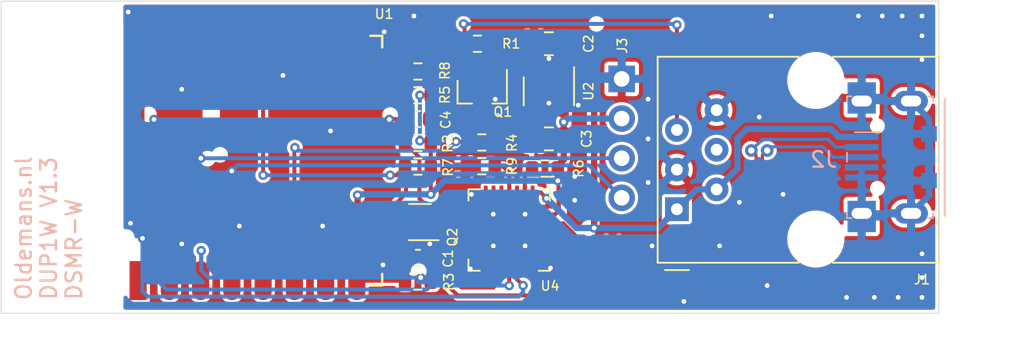
<source format=kicad_pcb>
(kicad_pcb (version 20171130) (host pcbnew "(5.1.9-0-10_14)")

  (general
    (thickness 1.6)
    (drawings 7)
    (tracks 330)
    (zones 0)
    (modules 21)
    (nets 43)
  )

  (page A4)
  (layers
    (0 F.Cu signal)
    (31 B.Cu signal)
    (32 B.Adhes user hide)
    (33 F.Adhes user hide)
    (34 B.Paste user hide)
    (35 F.Paste user hide)
    (36 B.SilkS user hide)
    (37 F.SilkS user)
    (38 B.Mask user hide)
    (39 F.Mask user hide)
    (40 Dwgs.User user hide)
    (41 Cmts.User user hide)
    (42 Eco1.User user hide)
    (43 Eco2.User user)
    (44 Edge.Cuts user)
    (45 Margin user hide)
    (46 B.CrtYd user hide)
    (47 F.CrtYd user)
    (48 B.Fab user hide)
    (49 F.Fab user hide)
  )

  (setup
    (last_trace_width 0.254)
    (user_trace_width 0.254)
    (user_trace_width 0.4064)
    (trace_clearance 0.2032)
    (zone_clearance 0.2032)
    (zone_45_only no)
    (trace_min 0.2032)
    (via_size 0.6)
    (via_drill 0.3)
    (via_min_size 0.4)
    (via_min_drill 0.3)
    (user_via 0.6 0.3)
    (user_via 0.8 0.4)
    (uvia_size 0.3048)
    (uvia_drill 0.1016)
    (uvias_allowed no)
    (uvia_min_size 0.2)
    (uvia_min_drill 0.1)
    (edge_width 0.05)
    (segment_width 0.2)
    (pcb_text_width 0.3)
    (pcb_text_size 1.5 1.5)
    (mod_edge_width 0.12)
    (mod_text_size 1 1)
    (mod_text_width 0.15)
    (pad_size 1.524 1.524)
    (pad_drill 0.762)
    (pad_to_mask_clearance 0)
    (aux_axis_origin 0 0)
    (visible_elements FFFFFF7F)
    (pcbplotparams
      (layerselection 0x010f0_ffffffff)
      (usegerberextensions true)
      (usegerberattributes false)
      (usegerberadvancedattributes false)
      (creategerberjobfile false)
      (excludeedgelayer true)
      (linewidth 0.100000)
      (plotframeref false)
      (viasonmask false)
      (mode 1)
      (useauxorigin false)
      (hpglpennumber 1)
      (hpglpenspeed 20)
      (hpglpendiameter 15.000000)
      (psnegative false)
      (psa4output false)
      (plotreference true)
      (plotvalue false)
      (plotinvisibletext false)
      (padsonsilk false)
      (subtractmaskfromsilk true)
      (outputformat 1)
      (mirror false)
      (drillshape 0)
      (scaleselection 1)
      (outputdirectory "OUTPUTS"))
  )

  (net 0 "")
  (net 1 GND)
  (net 2 +5V)
  (net 3 +3V3)
  (net 4 "Net-(J1-Pad4)")
  (net 5 DATA)
  (net 6 RTS)
  (net 7 DTR)
  (net 8 RST)
  (net 9 GPIO0)
  (net 10 "Net-(U1-Pad7)")
  (net 11 "Net-(U1-Pad4)")
  (net 12 "Net-(U1-Pad2)")
  (net 13 /D+)
  (net 14 /D-)
  (net 15 /CH_PD)
  (net 16 /GPIO2)
  (net 17 "Net-(R6-Pad2)")
  (net 18 /GPIO15)
  (net 19 "Net-(U4-Pad27)")
  (net 20 "Net-(U4-Pad23)")
  (net 21 "Net-(U4-Pad12)")
  (net 22 "Net-(U4-Pad10)")
  (net 23 "Net-(U4-Pad2)")
  (net 24 "Net-(U4-Pad1)")
  (net 25 /ESP_SCL)
  (net 26 /EPS_SDA)
  (net 27 /ESP_TX)
  (net 28 /ESP_RX)
  (net 29 DSMR_DATA)
  (net 30 "Net-(U2-Pad4)")
  (net 31 "Net-(U1-Pad5)")
  (net 32 /USB_SUSP)
  (net 33 "Net-(U4-Pad22)")
  (net 34 "Net-(U4-Pad21)")
  (net 35 "Net-(U4-Pad20)")
  (net 36 "Net-(U4-Pad19)")
  (net 37 "Net-(U4-Pad18)")
  (net 38 "Net-(U4-Pad17)")
  (net 39 "Net-(U4-Pad16)")
  (net 40 "Net-(U4-Pad15)")
  (net 41 "Net-(U4-Pad14)")
  (net 42 "Net-(U4-Pad13)")

  (net_class Default "This is the default net class."
    (clearance 0.2032)
    (trace_width 0.254)
    (via_dia 0.6)
    (via_drill 0.3)
    (uvia_dia 0.3048)
    (uvia_drill 0.1016)
    (diff_pair_width 0.2032)
    (diff_pair_gap 0.2032)
    (add_net /CH_PD)
    (add_net /D+)
    (add_net /D-)
    (add_net /EPS_SDA)
    (add_net /ESP_RX)
    (add_net /ESP_SCL)
    (add_net /ESP_TX)
    (add_net /GPIO15)
    (add_net /GPIO2)
    (add_net /USB_SUSP)
    (add_net DATA)
    (add_net DSMR_DATA)
    (add_net DTR)
    (add_net GPIO0)
    (add_net "Net-(J1-Pad4)")
    (add_net "Net-(R6-Pad2)")
    (add_net "Net-(U1-Pad2)")
    (add_net "Net-(U1-Pad4)")
    (add_net "Net-(U1-Pad5)")
    (add_net "Net-(U1-Pad7)")
    (add_net "Net-(U2-Pad4)")
    (add_net "Net-(U4-Pad1)")
    (add_net "Net-(U4-Pad10)")
    (add_net "Net-(U4-Pad12)")
    (add_net "Net-(U4-Pad13)")
    (add_net "Net-(U4-Pad14)")
    (add_net "Net-(U4-Pad15)")
    (add_net "Net-(U4-Pad16)")
    (add_net "Net-(U4-Pad17)")
    (add_net "Net-(U4-Pad18)")
    (add_net "Net-(U4-Pad19)")
    (add_net "Net-(U4-Pad2)")
    (add_net "Net-(U4-Pad20)")
    (add_net "Net-(U4-Pad21)")
    (add_net "Net-(U4-Pad22)")
    (add_net "Net-(U4-Pad23)")
    (add_net "Net-(U4-Pad27)")
    (add_net RST)
    (add_net RTS)
  )

  (net_class POWER ""
    (clearance 0.2032)
    (trace_width 0.254)
    (via_dia 0.8)
    (via_drill 0.4)
    (uvia_dia 0.3048)
    (uvia_drill 0.1016)
    (diff_pair_width 0.2032)
    (diff_pair_gap 0.2032)
    (add_net +3V3)
    (add_net +5V)
    (add_net GND)
  )

  (module Package_DFN_QFN:QFN-28-1EP_5x5mm_P0.5mm_EP3.35x3.35mm (layer F.Cu) (tedit 5DC5F6A4) (tstamp 608D6B60)
    (at 32.512 -5.334 180)
    (descr "QFN, 28 Pin (http://ww1.microchip.com/downloads/en/PackagingSpec/00000049BQ.pdf#page=283), generated with kicad-footprint-generator ipc_noLead_generator.py")
    (tags "QFN NoLead")
    (path /6092FD95)
    (attr smd)
    (fp_text reference U4 (at -2.6162 -3.5814) (layer F.SilkS)
      (effects (font (size 0.6 0.6) (thickness 0.1)))
    )
    (fp_text value CP2102-Axx-xQFN28 (at 0 3.8) (layer F.Fab)
      (effects (font (size 1 1) (thickness 0.15)))
    )
    (fp_line (start 1.885 -2.61) (end 2.61 -2.61) (layer F.SilkS) (width 0.12))
    (fp_line (start 2.61 -2.61) (end 2.61 -1.885) (layer F.SilkS) (width 0.12))
    (fp_line (start -1.885 2.61) (end -2.61 2.61) (layer F.SilkS) (width 0.12))
    (fp_line (start -2.61 2.61) (end -2.61 1.885) (layer F.SilkS) (width 0.12))
    (fp_line (start 1.885 2.61) (end 2.61 2.61) (layer F.SilkS) (width 0.12))
    (fp_line (start 2.61 2.61) (end 2.61 1.885) (layer F.SilkS) (width 0.12))
    (fp_line (start -1.885 -2.61) (end -2.61 -2.61) (layer F.SilkS) (width 0.12))
    (fp_line (start -1.5 -2.5) (end 2.5 -2.5) (layer F.Fab) (width 0.1))
    (fp_line (start 2.5 -2.5) (end 2.5 2.5) (layer F.Fab) (width 0.1))
    (fp_line (start 2.5 2.5) (end -2.5 2.5) (layer F.Fab) (width 0.1))
    (fp_line (start -2.5 2.5) (end -2.5 -1.5) (layer F.Fab) (width 0.1))
    (fp_line (start -2.5 -1.5) (end -1.5 -2.5) (layer F.Fab) (width 0.1))
    (fp_line (start -3.1 -3.1) (end -3.1 3.1) (layer F.CrtYd) (width 0.05))
    (fp_line (start -3.1 3.1) (end 3.1 3.1) (layer F.CrtYd) (width 0.05))
    (fp_line (start 3.1 3.1) (end 3.1 -3.1) (layer F.CrtYd) (width 0.05))
    (fp_line (start 3.1 -3.1) (end -3.1 -3.1) (layer F.CrtYd) (width 0.05))
    (fp_text user %R (at 0 0) (layer F.Fab)
      (effects (font (size 1 1) (thickness 0.15)))
    )
    (pad "" smd roundrect (at 1.12 1.12 180) (size 0.9 0.9) (layers F.Paste) (roundrect_rratio 0.25))
    (pad "" smd roundrect (at 1.12 0 180) (size 0.9 0.9) (layers F.Paste) (roundrect_rratio 0.25))
    (pad "" smd roundrect (at 1.12 -1.12 180) (size 0.9 0.9) (layers F.Paste) (roundrect_rratio 0.25))
    (pad "" smd roundrect (at 0 1.12 180) (size 0.9 0.9) (layers F.Paste) (roundrect_rratio 0.25))
    (pad "" smd roundrect (at 0 0 180) (size 0.9 0.9) (layers F.Paste) (roundrect_rratio 0.25))
    (pad "" smd roundrect (at 0 -1.12 180) (size 0.9 0.9) (layers F.Paste) (roundrect_rratio 0.25))
    (pad "" smd roundrect (at -1.12 1.12 180) (size 0.9 0.9) (layers F.Paste) (roundrect_rratio 0.25))
    (pad "" smd roundrect (at -1.12 0 180) (size 0.9 0.9) (layers F.Paste) (roundrect_rratio 0.25))
    (pad "" smd roundrect (at -1.12 -1.12 180) (size 0.9 0.9) (layers F.Paste) (roundrect_rratio 0.25))
    (pad 29 smd rect (at 0 0 180) (size 3.35 3.35) (layers F.Cu F.Mask)
      (net 1 GND))
    (pad 28 smd roundrect (at -1.5 -2.45 180) (size 0.25 0.8) (layers F.Cu F.Paste F.Mask) (roundrect_rratio 0.25)
      (net 7 DTR))
    (pad 27 smd roundrect (at -1 -2.45 180) (size 0.25 0.8) (layers F.Cu F.Paste F.Mask) (roundrect_rratio 0.25)
      (net 19 "Net-(U4-Pad27)"))
    (pad 26 smd roundrect (at -0.5 -2.45 180) (size 0.25 0.8) (layers F.Cu F.Paste F.Mask) (roundrect_rratio 0.25)
      (net 28 /ESP_RX))
    (pad 25 smd roundrect (at 0 -2.45 180) (size 0.25 0.8) (layers F.Cu F.Paste F.Mask) (roundrect_rratio 0.25)
      (net 27 /ESP_TX))
    (pad 24 smd roundrect (at 0.5 -2.45 180) (size 0.25 0.8) (layers F.Cu F.Paste F.Mask) (roundrect_rratio 0.25)
      (net 6 RTS))
    (pad 23 smd roundrect (at 1 -2.45 180) (size 0.25 0.8) (layers F.Cu F.Paste F.Mask) (roundrect_rratio 0.25)
      (net 20 "Net-(U4-Pad23)"))
    (pad 22 smd roundrect (at 1.5 -2.45 180) (size 0.25 0.8) (layers F.Cu F.Paste F.Mask) (roundrect_rratio 0.25)
      (net 33 "Net-(U4-Pad22)"))
    (pad 21 smd roundrect (at 2.45 -1.5 180) (size 0.8 0.25) (layers F.Cu F.Paste F.Mask) (roundrect_rratio 0.25)
      (net 34 "Net-(U4-Pad21)"))
    (pad 20 smd roundrect (at 2.45 -1 180) (size 0.8 0.25) (layers F.Cu F.Paste F.Mask) (roundrect_rratio 0.25)
      (net 35 "Net-(U4-Pad20)"))
    (pad 19 smd roundrect (at 2.45 -0.5 180) (size 0.8 0.25) (layers F.Cu F.Paste F.Mask) (roundrect_rratio 0.25)
      (net 36 "Net-(U4-Pad19)"))
    (pad 18 smd roundrect (at 2.45 0 180) (size 0.8 0.25) (layers F.Cu F.Paste F.Mask) (roundrect_rratio 0.25)
      (net 37 "Net-(U4-Pad18)"))
    (pad 17 smd roundrect (at 2.45 0.5 180) (size 0.8 0.25) (layers F.Cu F.Paste F.Mask) (roundrect_rratio 0.25)
      (net 38 "Net-(U4-Pad17)"))
    (pad 16 smd roundrect (at 2.45 1 180) (size 0.8 0.25) (layers F.Cu F.Paste F.Mask) (roundrect_rratio 0.25)
      (net 39 "Net-(U4-Pad16)"))
    (pad 15 smd roundrect (at 2.45 1.5 180) (size 0.8 0.25) (layers F.Cu F.Paste F.Mask) (roundrect_rratio 0.25)
      (net 40 "Net-(U4-Pad15)"))
    (pad 14 smd roundrect (at 1.5 2.45 180) (size 0.25 0.8) (layers F.Cu F.Paste F.Mask) (roundrect_rratio 0.25)
      (net 41 "Net-(U4-Pad14)"))
    (pad 13 smd roundrect (at 1 2.45 180) (size 0.25 0.8) (layers F.Cu F.Paste F.Mask) (roundrect_rratio 0.25)
      (net 42 "Net-(U4-Pad13)"))
    (pad 12 smd roundrect (at 0.5 2.45 180) (size 0.25 0.8) (layers F.Cu F.Paste F.Mask) (roundrect_rratio 0.25)
      (net 21 "Net-(U4-Pad12)"))
    (pad 11 smd roundrect (at 0 2.45 180) (size 0.25 0.8) (layers F.Cu F.Paste F.Mask) (roundrect_rratio 0.25)
      (net 32 /USB_SUSP))
    (pad 10 smd roundrect (at -0.5 2.45 180) (size 0.25 0.8) (layers F.Cu F.Paste F.Mask) (roundrect_rratio 0.25)
      (net 22 "Net-(U4-Pad10)"))
    (pad 9 smd roundrect (at -1 2.45 180) (size 0.25 0.8) (layers F.Cu F.Paste F.Mask) (roundrect_rratio 0.25)
      (net 17 "Net-(R6-Pad2)"))
    (pad 8 smd roundrect (at -1.5 2.45 180) (size 0.25 0.8) (layers F.Cu F.Paste F.Mask) (roundrect_rratio 0.25)
      (net 2 +5V))
    (pad 7 smd roundrect (at -2.45 1.5 180) (size 0.8 0.25) (layers F.Cu F.Paste F.Mask) (roundrect_rratio 0.25)
      (net 2 +5V))
    (pad 6 smd roundrect (at -2.45 1 180) (size 0.8 0.25) (layers F.Cu F.Paste F.Mask) (roundrect_rratio 0.25)
      (net 3 +3V3))
    (pad 5 smd roundrect (at -2.45 0.5 180) (size 0.8 0.25) (layers F.Cu F.Paste F.Mask) (roundrect_rratio 0.25)
      (net 14 /D-))
    (pad 4 smd roundrect (at -2.45 0 180) (size 0.8 0.25) (layers F.Cu F.Paste F.Mask) (roundrect_rratio 0.25)
      (net 13 /D+))
    (pad 3 smd roundrect (at -2.45 -0.5 180) (size 0.8 0.25) (layers F.Cu F.Paste F.Mask) (roundrect_rratio 0.25)
      (net 1 GND))
    (pad 2 smd roundrect (at -2.45 -1 180) (size 0.8 0.25) (layers F.Cu F.Paste F.Mask) (roundrect_rratio 0.25)
      (net 23 "Net-(U4-Pad2)"))
    (pad 1 smd roundrect (at -2.45 -1.5 180) (size 0.8 0.25) (layers F.Cu F.Paste F.Mask) (roundrect_rratio 0.25)
      (net 24 "Net-(U4-Pad1)"))
    (model ${KISYS3DMOD}/Package_DFN_QFN.3dshapes/QFN-28-1EP_5x5mm_P0.5mm_EP3.35x3.35mm.wrl
      (at (xyz 0 0 0))
      (scale (xyz 1 1 1))
      (rotate (xyz 0 0 0))
    )
  )

  (module MySymbols:OLED_I2C_128x32 locked (layer F.Cu) (tedit 608BFC38) (tstamp 608C6D2B)
    (at 41.2115 -5.207 180)
    (path /60CAF614)
    (fp_text reference J3 (at 1.4605 11.938 90) (layer F.SilkS)
      (effects (font (size 0.6 0.6) (thickness 0.1)))
    )
    (fp_text value Conn_01x04_Male (at 10.71 -12.21) (layer F.Fab) hide
      (effects (font (size 1 1) (thickness 0.15)))
    )
    (fp_line (start 2.61 0.9) (end 0.36 0.9) (layer F.CrtYd) (width 0.12))
    (fp_line (start 2.61 11.08) (end 2.61 0.9) (layer F.CrtYd) (width 0.12))
    (fp_line (start 0.36 11.08) (end 2.61 11.08) (layer F.CrtYd) (width 0.12))
    (fp_line (start 0.36 0.9) (end 0.36 11.08) (layer F.CrtYd) (width 0.12))
    (fp_line (start 0 0) (end 38 0) (layer Dwgs.User) (width 0.12))
    (fp_line (start 0 0) (end 0 12) (layer Dwgs.User) (width 0.12))
    (fp_line (start 0 12) (end 38 12) (layer Dwgs.User) (width 0.12))
    (fp_line (start 38 0) (end 38 12) (layer Dwgs.User) (width 0.12))
    (fp_line (start 7.1 2.16) (end 7.1 7.744) (layer Dwgs.User) (width 0.12))
    (fp_line (start 5 0) (end 5 12) (layer Dwgs.User) (width 0.12))
    (fp_line (start 7.1 2.16) (end 29.384 2.16) (layer Dwgs.User) (width 0.12))
    (fp_line (start 7.1 7.744) (end 29.384 7.744) (layer Dwgs.User) (width 0.12))
    (fp_line (start 29.384 2.16) (end 29.384 7.744) (layer Dwgs.User) (width 0.12))
    (fp_text user D (at 3.1115 2.19) (layer F.SilkS) hide
      (effects (font (size 1 1) (thickness 0.15)))
    )
    (fp_text user C (at 2.9845 4.699) (layer F.SilkS) hide
      (effects (font (size 1 1) (thickness 0.15)))
    )
    (fp_text user V (at 3.3 7.27) (layer F.SilkS) hide
      (effects (font (size 1 1) (thickness 0.15)))
    )
    (fp_text user G (at 3.3 9.81) (layer F.SilkS) hide
      (effects (font (size 1 1) (thickness 0.15)))
    )
    (pad 3 thru_hole circle (at 1.5 4.73 180) (size 1.7 1.7) (drill 1) (layers *.Cu *.Mask)
      (net 25 /ESP_SCL))
    (pad 2 thru_hole circle (at 1.5 7.27 180) (size 1.7 1.7) (drill 1) (layers *.Cu *.Mask)
      (net 3 +3V3))
    (pad 4 thru_hole circle (at 1.5 2.19 180) (size 1.7 1.7) (drill 1) (layers *.Cu *.Mask)
      (net 26 /EPS_SDA))
    (pad 1 thru_hole rect (at 1.5 9.81 180) (size 1.7 1.7) (drill 1) (layers *.Cu *.Mask)
      (net 1 GND))
  )

  (module ESP8266:ESP-12 locked (layer F.Cu) (tedit 608BFAFD) (tstamp 608BB227)
    (at 8.763 -2.794 90)
    (descr "Module, ESP-8266, ESP-12, 16 pad, SMD")
    (tags "Module ESP-8266 ESP8266")
    (path /60B730AA)
    (fp_text reference U1 (at 16.383 15.748) (layer F.SilkS)
      (effects (font (size 0.6 0.6) (thickness 0.1)))
    )
    (fp_text value ESP-12 (at 6.992 1 90) (layer F.Fab)
      (effects (font (size 1 1) (thickness 0.15)))
    )
    (fp_line (start 14.24 15.622) (end 14.986 15.621) (layer F.SilkS) (width 0.1524))
    (fp_line (start -1.008 -8.4) (end 14.992 -8.4) (layer F.Fab) (width 0.05))
    (fp_line (start -1.008 15.6) (end -1.008 -8.4) (layer F.Fab) (width 0.05))
    (fp_line (start 14.992 15.6) (end -1.008 15.6) (layer F.Fab) (width 0.05))
    (fp_line (start 15 -8.4) (end 15 15.6) (layer F.Fab) (width 0.05))
    (fp_line (start -1.008 -2.6) (end 14.992 -2.6) (layer F.Fab) (width 0.1524))
    (fp_line (start -1.02 -8.39) (end 14.992 -2.6) (layer F.Fab) (width 0.1524))
    (fp_line (start 14.99 -8.39) (end -1.008 -2.6) (layer F.Fab) (width 0.1524))
    (fp_line (start 14.986 15.621) (end 14.986 14.859) (layer F.SilkS) (width 0.1524))
    (fp_line (start -1.016 15.621) (end -0.27 15.62) (layer F.SilkS) (width 0.1524))
    (fp_line (start -1.016 14.859) (end -1.016 15.621) (layer F.SilkS) (width 0.1524))
    (fp_line (start -1.02 -8.39) (end -1.008 -2.6) (layer F.Fab) (width 0.1524))
    (fp_line (start 14.99 -8.39) (end 14.992 -2.6) (layer F.Fab) (width 0.1524))
    (fp_line (start -1.02 -8.39) (end 14.99 -8.39) (layer F.Fab) (width 0.1524))
    (fp_line (start -2.25 16) (end -2.25 -0.5) (layer F.CrtYd) (width 0.05))
    (fp_line (start 16.25 16) (end -2.25 16) (layer F.CrtYd) (width 0.05))
    (fp_line (start 16.25 -8.75) (end 16.25 16) (layer F.CrtYd) (width 0.05))
    (fp_line (start 15.25 -8.75) (end 16.25 -8.75) (layer F.CrtYd) (width 0.05))
    (fp_line (start -2.25 -8.75) (end 15.25 -8.75) (layer F.CrtYd) (width 0.05))
    (fp_line (start -2.25 -0.5) (end -2.25 -8.75) (layer F.CrtYd) (width 0.05))
    (fp_text user "No Copper" (at 6.892 -5.4 90) (layer F.CrtYd)
      (effects (font (size 1 1) (thickness 0.15)))
    )
    (pad 16 smd oval (at 14 0 90) (size 2.5 1.1) (drill (offset 0.7 0)) (layers F.Cu F.Paste F.Mask)
      (net 27 /ESP_TX))
    (pad 15 smd oval (at 14 2 90) (size 2.5 1.1) (drill (offset 0.7 0)) (layers F.Cu F.Paste F.Mask)
      (net 28 /ESP_RX))
    (pad 14 smd oval (at 14 4 90) (size 2.5 1.1) (drill (offset 0.7 0)) (layers F.Cu F.Paste F.Mask)
      (net 25 /ESP_SCL))
    (pad 13 smd oval (at 14 6 90) (size 2.5 1.1) (drill (offset 0.7 0)) (layers F.Cu F.Paste F.Mask)
      (net 26 /EPS_SDA))
    (pad 12 smd oval (at 14 8 90) (size 2.5 1.1) (drill (offset 0.7 0)) (layers F.Cu F.Paste F.Mask)
      (net 9 GPIO0))
    (pad 11 smd oval (at 14 10 90) (size 2.5 1.1) (drill (offset 0.7 0)) (layers F.Cu F.Paste F.Mask)
      (net 16 /GPIO2))
    (pad 10 smd oval (at 14 12 90) (size 2.5 1.1) (drill (offset 0.6 0)) (layers F.Cu F.Paste F.Mask)
      (net 18 /GPIO15))
    (pad 9 smd oval (at 14 14 90) (size 2.5 1.1) (drill (offset 0.7 0)) (layers F.Cu F.Paste F.Mask)
      (net 1 GND))
    (pad 8 smd oval (at 0 14 90) (size 2.5 1.1) (drill (offset -0.7 0)) (layers F.Cu F.Paste F.Mask)
      (net 3 +3V3))
    (pad 7 smd oval (at 0 12 90) (size 2.5 1.1) (drill (offset -0.7 0)) (layers F.Cu F.Paste F.Mask)
      (net 10 "Net-(U1-Pad7)"))
    (pad 6 smd oval (at 0 10 90) (size 2.5 1.1) (drill (offset -0.7 0)) (layers F.Cu F.Paste F.Mask)
      (net 29 DSMR_DATA))
    (pad 5 smd oval (at 0 8 90) (size 2.5 1.1) (drill (offset -0.7 0)) (layers F.Cu F.Paste F.Mask)
      (net 31 "Net-(U1-Pad5)"))
    (pad 4 smd oval (at 0 6 90) (size 2.5 1.1) (drill (offset -0.7 0)) (layers F.Cu F.Paste F.Mask)
      (net 11 "Net-(U1-Pad4)"))
    (pad 3 smd oval (at 0 4 90) (size 2.5 1.1) (drill (offset -0.7 0)) (layers F.Cu F.Paste F.Mask)
      (net 15 /CH_PD))
    (pad 2 smd oval (at 0 2 90) (size 2.5 1.1) (drill (offset -0.7 0)) (layers F.Cu F.Paste F.Mask)
      (net 12 "Net-(U1-Pad2)"))
    (pad 1 smd rect (at 0 0 90) (size 2.5 1.1) (drill (offset -0.7 0)) (layers F.Cu F.Paste F.Mask)
      (net 8 RST))
    (model ${ESPLIB}/ESP8266.3dshapes/ESP-12.wrl
      (at (xyz 0 0 0))
      (scale (xyz 0.3937 0.3937 0.3937))
      (rotate (xyz 0 0 0))
    )
  )

  (module Package_TO_SOT_SMD:SOT-23-5 (layer F.Cu) (tedit 5A02FF57) (tstamp 608C5335)
    (at 35.052 -14.224 270)
    (descr "5-pin SOT23 package")
    (tags SOT-23-5)
    (path /60DC1061)
    (attr smd)
    (fp_text reference U2 (at 0 -2.54 90) (layer F.SilkS)
      (effects (font (size 0.6 0.6) (thickness 0.1)))
    )
    (fp_text value XC6210B332MR (at 0 2.9 90) (layer F.Fab)
      (effects (font (size 1 1) (thickness 0.15)))
    )
    (fp_line (start 0.9 -1.55) (end 0.9 1.55) (layer F.Fab) (width 0.1))
    (fp_line (start 0.9 1.55) (end -0.9 1.55) (layer F.Fab) (width 0.1))
    (fp_line (start -0.9 -0.9) (end -0.9 1.55) (layer F.Fab) (width 0.1))
    (fp_line (start 0.9 -1.55) (end -0.25 -1.55) (layer F.Fab) (width 0.1))
    (fp_line (start -0.9 -0.9) (end -0.25 -1.55) (layer F.Fab) (width 0.1))
    (fp_line (start -1.9 1.8) (end -1.9 -1.8) (layer F.CrtYd) (width 0.05))
    (fp_line (start 1.9 1.8) (end -1.9 1.8) (layer F.CrtYd) (width 0.05))
    (fp_line (start 1.9 -1.8) (end 1.9 1.8) (layer F.CrtYd) (width 0.05))
    (fp_line (start -1.9 -1.8) (end 1.9 -1.8) (layer F.CrtYd) (width 0.05))
    (fp_line (start 0.9 -1.61) (end -1.55 -1.61) (layer F.SilkS) (width 0.12))
    (fp_line (start -0.9 1.61) (end 0.9 1.61) (layer F.SilkS) (width 0.12))
    (fp_text user %R (at 0 0) (layer F.Fab)
      (effects (font (size 0.5 0.5) (thickness 0.075)))
    )
    (pad 5 smd rect (at 1.1 -0.95 270) (size 1.06 0.65) (layers F.Cu F.Paste F.Mask)
      (net 3 +3V3))
    (pad 4 smd rect (at 1.1 0.95 270) (size 1.06 0.65) (layers F.Cu F.Paste F.Mask)
      (net 30 "Net-(U2-Pad4)"))
    (pad 3 smd rect (at -1.1 0.95 270) (size 1.06 0.65) (layers F.Cu F.Paste F.Mask)
      (net 2 +5V))
    (pad 2 smd rect (at -1.1 0 270) (size 1.06 0.65) (layers F.Cu F.Paste F.Mask)
      (net 1 GND))
    (pad 1 smd rect (at -1.1 -0.95 270) (size 1.06 0.65) (layers F.Cu F.Paste F.Mask)
      (net 2 +5V))
    (model ${KISYS3DMOD}/Package_TO_SOT_SMD.3dshapes/SOT-23-5.wrl
      (at (xyz 0 0 0))
      (scale (xyz 1 1 1))
      (rotate (xyz 0 0 0))
    )
  )

  (module Capacitor_SMD:C_0805_2012Metric (layer F.Cu) (tedit 5F68FEEE) (tstamp 608C505C)
    (at 35.052 -11.176 180)
    (descr "Capacitor SMD 0805 (2012 Metric), square (rectangular) end terminal, IPC_7351 nominal, (Body size source: IPC-SM-782 page 76, https://www.pcb-3d.com/wordpress/wp-content/uploads/ipc-sm-782a_amendment_1_and_2.pdf, https://docs.google.com/spreadsheets/d/1BsfQQcO9C6DZCsRaXUlFlo91Tg2WpOkGARC1WS5S8t0/edit?usp=sharing), generated with kicad-footprint-generator")
    (tags capacitor)
    (path /60DE60A6)
    (attr smd)
    (fp_text reference C3 (at -2.413 0 90) (layer F.SilkS)
      (effects (font (size 0.6 0.6) (thickness 0.1)))
    )
    (fp_text value 4,7uF (at 0 1.68) (layer F.Fab)
      (effects (font (size 1 1) (thickness 0.15)))
    )
    (fp_line (start 1.7 0.98) (end -1.7 0.98) (layer F.CrtYd) (width 0.05))
    (fp_line (start 1.7 -0.98) (end 1.7 0.98) (layer F.CrtYd) (width 0.05))
    (fp_line (start -1.7 -0.98) (end 1.7 -0.98) (layer F.CrtYd) (width 0.05))
    (fp_line (start -1.7 0.98) (end -1.7 -0.98) (layer F.CrtYd) (width 0.05))
    (fp_line (start -0.261252 0.735) (end 0.261252 0.735) (layer F.SilkS) (width 0.12))
    (fp_line (start -0.261252 -0.735) (end 0.261252 -0.735) (layer F.SilkS) (width 0.12))
    (fp_line (start 1 0.625) (end -1 0.625) (layer F.Fab) (width 0.1))
    (fp_line (start 1 -0.625) (end 1 0.625) (layer F.Fab) (width 0.1))
    (fp_line (start -1 -0.625) (end 1 -0.625) (layer F.Fab) (width 0.1))
    (fp_line (start -1 0.625) (end -1 -0.625) (layer F.Fab) (width 0.1))
    (fp_text user %R (at 0 0) (layer F.Fab)
      (effects (font (size 0.5 0.5) (thickness 0.08)))
    )
    (pad 2 smd roundrect (at 0.95 0 180) (size 1 1.45) (layers F.Cu F.Paste F.Mask) (roundrect_rratio 0.25)
      (net 1 GND))
    (pad 1 smd roundrect (at -0.95 0 180) (size 1 1.45) (layers F.Cu F.Paste F.Mask) (roundrect_rratio 0.25)
      (net 3 +3V3))
    (model ${KISYS3DMOD}/Capacitor_SMD.3dshapes/C_0805_2012Metric.wrl
      (at (xyz 0 0 0))
      (scale (xyz 1 1 1))
      (rotate (xyz 0 0 0))
    )
  )

  (module Capacitor_SMD:C_0805_2012Metric (layer F.Cu) (tedit 5F68FEEE) (tstamp 60A3ED04)
    (at 35.052 -17.272 180)
    (descr "Capacitor SMD 0805 (2012 Metric), square (rectangular) end terminal, IPC_7351 nominal, (Body size source: IPC-SM-782 page 76, https://www.pcb-3d.com/wordpress/wp-content/uploads/ipc-sm-782a_amendment_1_and_2.pdf, https://docs.google.com/spreadsheets/d/1BsfQQcO9C6DZCsRaXUlFlo91Tg2WpOkGARC1WS5S8t0/edit?usp=sharing), generated with kicad-footprint-generator")
    (tags capacitor)
    (path /60DDDD4A)
    (attr smd)
    (fp_text reference C2 (at -2.54 0 270) (layer F.SilkS)
      (effects (font (size 0.6 0.6) (thickness 0.1)))
    )
    (fp_text value 4,7uF (at 0 1.68) (layer F.Fab)
      (effects (font (size 1 1) (thickness 0.15)))
    )
    (fp_line (start 1.7 0.98) (end -1.7 0.98) (layer F.CrtYd) (width 0.05))
    (fp_line (start 1.7 -0.98) (end 1.7 0.98) (layer F.CrtYd) (width 0.05))
    (fp_line (start -1.7 -0.98) (end 1.7 -0.98) (layer F.CrtYd) (width 0.05))
    (fp_line (start -1.7 0.98) (end -1.7 -0.98) (layer F.CrtYd) (width 0.05))
    (fp_line (start -0.261252 0.735) (end 0.261252 0.735) (layer F.SilkS) (width 0.12))
    (fp_line (start -0.261252 -0.735) (end 0.261252 -0.735) (layer F.SilkS) (width 0.12))
    (fp_line (start 1 0.625) (end -1 0.625) (layer F.Fab) (width 0.1))
    (fp_line (start 1 -0.625) (end 1 0.625) (layer F.Fab) (width 0.1))
    (fp_line (start -1 -0.625) (end 1 -0.625) (layer F.Fab) (width 0.1))
    (fp_line (start -1 0.625) (end -1 -0.625) (layer F.Fab) (width 0.1))
    (fp_text user %R (at 0 0) (layer F.Fab)
      (effects (font (size 0.5 0.5) (thickness 0.08)))
    )
    (pad 2 smd roundrect (at 0.95 0 180) (size 1 1.45) (layers F.Cu F.Paste F.Mask) (roundrect_rratio 0.25)
      (net 1 GND))
    (pad 1 smd roundrect (at -0.95 0 180) (size 1 1.45) (layers F.Cu F.Paste F.Mask) (roundrect_rratio 0.25)
      (net 2 +5V))
    (model ${KISYS3DMOD}/Capacitor_SMD.3dshapes/C_0805_2012Metric.wrl
      (at (xyz 0 0 0))
      (scale (xyz 1 1 1))
      (rotate (xyz 0 0 0))
    )
  )

  (module Resistor_SMD:R_0603_1608Metric (layer F.Cu) (tedit 5F68FEEE) (tstamp 608BC4BB)
    (at 30.7594 -9.4234)
    (descr "Resistor SMD 0603 (1608 Metric), square (rectangular) end terminal, IPC_7351 nominal, (Body size source: IPC-SM-782 page 72, https://www.pcb-3d.com/wordpress/wp-content/uploads/ipc-sm-782a_amendment_1_and_2.pdf), generated with kicad-footprint-generator")
    (tags resistor)
    (path /60C0A451)
    (attr smd)
    (fp_text reference R9 (at 1.9304 0 270) (layer F.SilkS)
      (effects (font (size 0.6 0.6) (thickness 0.1)))
    )
    (fp_text value 10K (at 0 1.43) (layer F.Fab)
      (effects (font (size 1 1) (thickness 0.15)))
    )
    (fp_line (start 1.48 0.73) (end -1.48 0.73) (layer F.CrtYd) (width 0.05))
    (fp_line (start 1.48 -0.73) (end 1.48 0.73) (layer F.CrtYd) (width 0.05))
    (fp_line (start -1.48 -0.73) (end 1.48 -0.73) (layer F.CrtYd) (width 0.05))
    (fp_line (start -1.48 0.73) (end -1.48 -0.73) (layer F.CrtYd) (width 0.05))
    (fp_line (start -0.237258 0.5225) (end 0.237258 0.5225) (layer F.SilkS) (width 0.12))
    (fp_line (start -0.237258 -0.5225) (end 0.237258 -0.5225) (layer F.SilkS) (width 0.12))
    (fp_line (start 0.8 0.4125) (end -0.8 0.4125) (layer F.Fab) (width 0.1))
    (fp_line (start 0.8 -0.4125) (end 0.8 0.4125) (layer F.Fab) (width 0.1))
    (fp_line (start -0.8 -0.4125) (end 0.8 -0.4125) (layer F.Fab) (width 0.1))
    (fp_line (start -0.8 0.4125) (end -0.8 -0.4125) (layer F.Fab) (width 0.1))
    (fp_text user %R (at 0 0) (layer F.Fab)
      (effects (font (size 0.4 0.4) (thickness 0.06)))
    )
    (pad 2 smd roundrect (at 0.825 0) (size 0.8 0.95) (layers F.Cu F.Paste F.Mask) (roundrect_rratio 0.25)
      (net 32 /USB_SUSP))
    (pad 1 smd roundrect (at -0.825 0) (size 0.8 0.95) (layers F.Cu F.Paste F.Mask) (roundrect_rratio 0.25)
      (net 1 GND))
    (model ${KISYS3DMOD}/Resistor_SMD.3dshapes/R_0603_1608Metric.wrl
      (at (xyz 0 0 0))
      (scale (xyz 1 1 1))
      (rotate (xyz 0 0 0))
    )
  )

  (module Resistor_SMD:R_0603_1608Metric (layer F.Cu) (tedit 5F68FEEE) (tstamp 608BC4AA)
    (at 26.67 -15.494)
    (descr "Resistor SMD 0603 (1608 Metric), square (rectangular) end terminal, IPC_7351 nominal, (Body size source: IPC-SM-782 page 72, https://www.pcb-3d.com/wordpress/wp-content/uploads/ipc-sm-782a_amendment_1_and_2.pdf), generated with kicad-footprint-generator")
    (tags resistor)
    (path /603AE4CA)
    (attr smd)
    (fp_text reference R8 (at 1.7272 -0.0508 90) (layer F.SilkS)
      (effects (font (size 0.6 0.6) (thickness 0.1)))
    )
    (fp_text value 10K (at 0 1.43) (layer F.Fab)
      (effects (font (size 1 1) (thickness 0.15)))
    )
    (fp_line (start 1.48 0.73) (end -1.48 0.73) (layer F.CrtYd) (width 0.05))
    (fp_line (start 1.48 -0.73) (end 1.48 0.73) (layer F.CrtYd) (width 0.05))
    (fp_line (start -1.48 -0.73) (end 1.48 -0.73) (layer F.CrtYd) (width 0.05))
    (fp_line (start -1.48 0.73) (end -1.48 -0.73) (layer F.CrtYd) (width 0.05))
    (fp_line (start -0.237258 0.5225) (end 0.237258 0.5225) (layer F.SilkS) (width 0.12))
    (fp_line (start -0.237258 -0.5225) (end 0.237258 -0.5225) (layer F.SilkS) (width 0.12))
    (fp_line (start 0.8 0.4125) (end -0.8 0.4125) (layer F.Fab) (width 0.1))
    (fp_line (start 0.8 -0.4125) (end 0.8 0.4125) (layer F.Fab) (width 0.1))
    (fp_line (start -0.8 -0.4125) (end 0.8 -0.4125) (layer F.Fab) (width 0.1))
    (fp_line (start -0.8 0.4125) (end -0.8 -0.4125) (layer F.Fab) (width 0.1))
    (fp_text user %R (at 0 0) (layer F.Fab)
      (effects (font (size 0.4 0.4) (thickness 0.06)))
    )
    (pad 2 smd roundrect (at 0.825 0) (size 0.8 0.95) (layers F.Cu F.Paste F.Mask) (roundrect_rratio 0.25)
      (net 1 GND))
    (pad 1 smd roundrect (at -0.825 0) (size 0.8 0.95) (layers F.Cu F.Paste F.Mask) (roundrect_rratio 0.25)
      (net 18 /GPIO15))
    (model ${KISYS3DMOD}/Resistor_SMD.3dshapes/R_0603_1608Metric.wrl
      (at (xyz 0 0 0))
      (scale (xyz 1 1 1))
      (rotate (xyz 0 0 0))
    )
  )

  (module Resistor_SMD:R_0603_1608Metric (layer F.Cu) (tedit 5F68FEEE) (tstamp 608D7C20)
    (at 26.67 -9.398)
    (descr "Resistor SMD 0603 (1608 Metric), square (rectangular) end terminal, IPC_7351 nominal, (Body size source: IPC-SM-782 page 72, https://www.pcb-3d.com/wordpress/wp-content/uploads/ipc-sm-782a_amendment_1_and_2.pdf), generated with kicad-footprint-generator")
    (tags resistor)
    (path /603FD3F8)
    (attr smd)
    (fp_text reference R7 (at 1.9304 0.0508 90) (layer F.SilkS)
      (effects (font (size 0.6 0.6) (thickness 0.1)))
    )
    (fp_text value 10K (at 0 1.43) (layer F.Fab)
      (effects (font (size 1 1) (thickness 0.15)))
    )
    (fp_line (start 1.48 0.73) (end -1.48 0.73) (layer F.CrtYd) (width 0.05))
    (fp_line (start 1.48 -0.73) (end 1.48 0.73) (layer F.CrtYd) (width 0.05))
    (fp_line (start -1.48 -0.73) (end 1.48 -0.73) (layer F.CrtYd) (width 0.05))
    (fp_line (start -1.48 0.73) (end -1.48 -0.73) (layer F.CrtYd) (width 0.05))
    (fp_line (start -0.237258 0.5225) (end 0.237258 0.5225) (layer F.SilkS) (width 0.12))
    (fp_line (start -0.237258 -0.5225) (end 0.237258 -0.5225) (layer F.SilkS) (width 0.12))
    (fp_line (start 0.8 0.4125) (end -0.8 0.4125) (layer F.Fab) (width 0.1))
    (fp_line (start 0.8 -0.4125) (end 0.8 0.4125) (layer F.Fab) (width 0.1))
    (fp_line (start -0.8 -0.4125) (end 0.8 -0.4125) (layer F.Fab) (width 0.1))
    (fp_line (start -0.8 0.4125) (end -0.8 -0.4125) (layer F.Fab) (width 0.1))
    (fp_text user %R (at 0 0) (layer F.Fab)
      (effects (font (size 0.4 0.4) (thickness 0.06)))
    )
    (pad 2 smd roundrect (at 0.825 0) (size 0.8 0.95) (layers F.Cu F.Paste F.Mask) (roundrect_rratio 0.25)
      (net 3 +3V3))
    (pad 1 smd roundrect (at -0.825 0) (size 0.8 0.95) (layers F.Cu F.Paste F.Mask) (roundrect_rratio 0.25)
      (net 9 GPIO0))
    (model ${KISYS3DMOD}/Resistor_SMD.3dshapes/R_0603_1608Metric.wrl
      (at (xyz 0 0 0))
      (scale (xyz 1 1 1))
      (rotate (xyz 0 0 0))
    )
  )

  (module Resistor_SMD:R_0603_1608Metric (layer F.Cu) (tedit 5F68FEEE) (tstamp 608BC488)
    (at 34.798 -9.271 180)
    (descr "Resistor SMD 0603 (1608 Metric), square (rectangular) end terminal, IPC_7351 nominal, (Body size source: IPC-SM-782 page 72, https://www.pcb-3d.com/wordpress/wp-content/uploads/ipc-sm-782a_amendment_1_and_2.pdf), generated with kicad-footprint-generator")
    (tags resistor)
    (path /60BD8598)
    (attr smd)
    (fp_text reference R6 (at -2.159 0 90) (layer F.SilkS)
      (effects (font (size 0.6 0.6) (thickness 0.1)))
    )
    (fp_text value 10K (at 0 1.43) (layer F.Fab)
      (effects (font (size 1 1) (thickness 0.15)))
    )
    (fp_line (start 1.48 0.73) (end -1.48 0.73) (layer F.CrtYd) (width 0.05))
    (fp_line (start 1.48 -0.73) (end 1.48 0.73) (layer F.CrtYd) (width 0.05))
    (fp_line (start -1.48 -0.73) (end 1.48 -0.73) (layer F.CrtYd) (width 0.05))
    (fp_line (start -1.48 0.73) (end -1.48 -0.73) (layer F.CrtYd) (width 0.05))
    (fp_line (start -0.237258 0.5225) (end 0.237258 0.5225) (layer F.SilkS) (width 0.12))
    (fp_line (start -0.237258 -0.5225) (end 0.237258 -0.5225) (layer F.SilkS) (width 0.12))
    (fp_line (start 0.8 0.4125) (end -0.8 0.4125) (layer F.Fab) (width 0.1))
    (fp_line (start 0.8 -0.4125) (end 0.8 0.4125) (layer F.Fab) (width 0.1))
    (fp_line (start -0.8 -0.4125) (end 0.8 -0.4125) (layer F.Fab) (width 0.1))
    (fp_line (start -0.8 0.4125) (end -0.8 -0.4125) (layer F.Fab) (width 0.1))
    (fp_text user %R (at 0 0) (layer F.Fab)
      (effects (font (size 0.4 0.4) (thickness 0.06)))
    )
    (pad 2 smd roundrect (at 0.825 0 180) (size 0.8 0.95) (layers F.Cu F.Paste F.Mask) (roundrect_rratio 0.25)
      (net 17 "Net-(R6-Pad2)"))
    (pad 1 smd roundrect (at -0.825 0 180) (size 0.8 0.95) (layers F.Cu F.Paste F.Mask) (roundrect_rratio 0.25)
      (net 3 +3V3))
    (model ${KISYS3DMOD}/Resistor_SMD.3dshapes/R_0603_1608Metric.wrl
      (at (xyz 0 0 0))
      (scale (xyz 1 1 1))
      (rotate (xyz 0 0 0))
    )
  )

  (module Resistor_SMD:R_0603_1608Metric (layer F.Cu) (tedit 5F68FEEE) (tstamp 608BC477)
    (at 26.67 -13.97)
    (descr "Resistor SMD 0603 (1608 Metric), square (rectangular) end terminal, IPC_7351 nominal, (Body size source: IPC-SM-782 page 72, https://www.pcb-3d.com/wordpress/wp-content/uploads/ipc-sm-782a_amendment_1_and_2.pdf), generated with kicad-footprint-generator")
    (tags resistor)
    (path /6088CF24)
    (attr smd)
    (fp_text reference R5 (at 1.7272 -0.0254 90) (layer F.SilkS)
      (effects (font (size 0.6 0.6) (thickness 0.1)))
    )
    (fp_text value 10K (at 0 1.43) (layer F.Fab)
      (effects (font (size 1 1) (thickness 0.15)))
    )
    (fp_line (start 1.48 0.73) (end -1.48 0.73) (layer F.CrtYd) (width 0.05))
    (fp_line (start 1.48 -0.73) (end 1.48 0.73) (layer F.CrtYd) (width 0.05))
    (fp_line (start -1.48 -0.73) (end 1.48 -0.73) (layer F.CrtYd) (width 0.05))
    (fp_line (start -1.48 0.73) (end -1.48 -0.73) (layer F.CrtYd) (width 0.05))
    (fp_line (start -0.237258 0.5225) (end 0.237258 0.5225) (layer F.SilkS) (width 0.12))
    (fp_line (start -0.237258 -0.5225) (end 0.237258 -0.5225) (layer F.SilkS) (width 0.12))
    (fp_line (start 0.8 0.4125) (end -0.8 0.4125) (layer F.Fab) (width 0.1))
    (fp_line (start 0.8 -0.4125) (end 0.8 0.4125) (layer F.Fab) (width 0.1))
    (fp_line (start -0.8 -0.4125) (end 0.8 -0.4125) (layer F.Fab) (width 0.1))
    (fp_line (start -0.8 0.4125) (end -0.8 -0.4125) (layer F.Fab) (width 0.1))
    (fp_text user %R (at 0 0) (layer F.Fab)
      (effects (font (size 0.4 0.4) (thickness 0.06)))
    )
    (pad 2 smd roundrect (at 0.825 0) (size 0.8 0.95) (layers F.Cu F.Paste F.Mask) (roundrect_rratio 0.25)
      (net 3 +3V3))
    (pad 1 smd roundrect (at -0.825 0) (size 0.8 0.95) (layers F.Cu F.Paste F.Mask) (roundrect_rratio 0.25)
      (net 16 /GPIO2))
    (model ${KISYS3DMOD}/Resistor_SMD.3dshapes/R_0603_1608Metric.wrl
      (at (xyz 0 0 0))
      (scale (xyz 1 1 1))
      (rotate (xyz 0 0 0))
    )
  )

  (module Resistor_SMD:R_0603_1608Metric (layer F.Cu) (tedit 5F68FEEE) (tstamp 608BC466)
    (at 30.7594 -10.9474 180)
    (descr "Resistor SMD 0603 (1608 Metric), square (rectangular) end terminal, IPC_7351 nominal, (Body size source: IPC-SM-782 page 72, https://www.pcb-3d.com/wordpress/wp-content/uploads/ipc-sm-782a_amendment_1_and_2.pdf), generated with kicad-footprint-generator")
    (tags resistor)
    (path /603B8B6D)
    (attr smd)
    (fp_text reference R4 (at -1.9304 -0.0254 270) (layer F.SilkS)
      (effects (font (size 0.6 0.6) (thickness 0.1)))
    )
    (fp_text value 10K (at 0 1.43) (layer F.Fab)
      (effects (font (size 1 1) (thickness 0.15)))
    )
    (fp_line (start 1.48 0.73) (end -1.48 0.73) (layer F.CrtYd) (width 0.05))
    (fp_line (start 1.48 -0.73) (end 1.48 0.73) (layer F.CrtYd) (width 0.05))
    (fp_line (start -1.48 -0.73) (end 1.48 -0.73) (layer F.CrtYd) (width 0.05))
    (fp_line (start -1.48 0.73) (end -1.48 -0.73) (layer F.CrtYd) (width 0.05))
    (fp_line (start -0.237258 0.5225) (end 0.237258 0.5225) (layer F.SilkS) (width 0.12))
    (fp_line (start -0.237258 -0.5225) (end 0.237258 -0.5225) (layer F.SilkS) (width 0.12))
    (fp_line (start 0.8 0.4125) (end -0.8 0.4125) (layer F.Fab) (width 0.1))
    (fp_line (start 0.8 -0.4125) (end 0.8 0.4125) (layer F.Fab) (width 0.1))
    (fp_line (start -0.8 -0.4125) (end 0.8 -0.4125) (layer F.Fab) (width 0.1))
    (fp_line (start -0.8 0.4125) (end -0.8 -0.4125) (layer F.Fab) (width 0.1))
    (fp_text user %R (at 0 0) (layer F.Fab)
      (effects (font (size 0.4 0.4) (thickness 0.06)))
    )
    (pad 2 smd roundrect (at 0.825 0 180) (size 0.8 0.95) (layers F.Cu F.Paste F.Mask) (roundrect_rratio 0.25)
      (net 29 DSMR_DATA))
    (pad 1 smd roundrect (at -0.825 0 180) (size 0.8 0.95) (layers F.Cu F.Paste F.Mask) (roundrect_rratio 0.25)
      (net 2 +5V))
    (model ${KISYS3DMOD}/Resistor_SMD.3dshapes/R_0603_1608Metric.wrl
      (at (xyz 0 0 0))
      (scale (xyz 1 1 1))
      (rotate (xyz 0 0 0))
    )
  )

  (module Resistor_SMD:R_0603_1608Metric (layer F.Cu) (tedit 5F68FEEE) (tstamp 608BC455)
    (at 26.6695 -2.032)
    (descr "Resistor SMD 0603 (1608 Metric), square (rectangular) end terminal, IPC_7351 nominal, (Body size source: IPC-SM-782 page 72, https://www.pcb-3d.com/wordpress/wp-content/uploads/ipc-sm-782a_amendment_1_and_2.pdf), generated with kicad-footprint-generator")
    (tags resistor)
    (path /603ADA73)
    (attr smd)
    (fp_text reference R3 (at 1.9817 0.0254 90) (layer F.SilkS)
      (effects (font (size 0.6 0.6) (thickness 0.1)))
    )
    (fp_text value 10K (at 0 1.43) (layer F.Fab)
      (effects (font (size 1 1) (thickness 0.15)))
    )
    (fp_line (start 1.48 0.73) (end -1.48 0.73) (layer F.CrtYd) (width 0.05))
    (fp_line (start 1.48 -0.73) (end 1.48 0.73) (layer F.CrtYd) (width 0.05))
    (fp_line (start -1.48 -0.73) (end 1.48 -0.73) (layer F.CrtYd) (width 0.05))
    (fp_line (start -1.48 0.73) (end -1.48 -0.73) (layer F.CrtYd) (width 0.05))
    (fp_line (start -0.237258 0.5225) (end 0.237258 0.5225) (layer F.SilkS) (width 0.12))
    (fp_line (start -0.237258 -0.5225) (end 0.237258 -0.5225) (layer F.SilkS) (width 0.12))
    (fp_line (start 0.8 0.4125) (end -0.8 0.4125) (layer F.Fab) (width 0.1))
    (fp_line (start 0.8 -0.4125) (end 0.8 0.4125) (layer F.Fab) (width 0.1))
    (fp_line (start -0.8 -0.4125) (end 0.8 -0.4125) (layer F.Fab) (width 0.1))
    (fp_line (start -0.8 0.4125) (end -0.8 -0.4125) (layer F.Fab) (width 0.1))
    (fp_text user %R (at 0 0) (layer F.Fab)
      (effects (font (size 0.4 0.4) (thickness 0.06)))
    )
    (pad 2 smd roundrect (at 0.825 0) (size 0.8 0.95) (layers F.Cu F.Paste F.Mask) (roundrect_rratio 0.25)
      (net 15 /CH_PD))
    (pad 1 smd roundrect (at -0.825 0) (size 0.8 0.95) (layers F.Cu F.Paste F.Mask) (roundrect_rratio 0.25)
      (net 3 +3V3))
    (model ${KISYS3DMOD}/Resistor_SMD.3dshapes/R_0603_1608Metric.wrl
      (at (xyz 0 0 0))
      (scale (xyz 1 1 1))
      (rotate (xyz 0 0 0))
    )
  )

  (module Resistor_SMD:R_0603_1608Metric (layer F.Cu) (tedit 5F68FEEE) (tstamp 608BC444)
    (at 26.67 -10.922)
    (descr "Resistor SMD 0603 (1608 Metric), square (rectangular) end terminal, IPC_7351 nominal, (Body size source: IPC-SM-782 page 72, https://www.pcb-3d.com/wordpress/wp-content/uploads/ipc-sm-782a_amendment_1_and_2.pdf), generated with kicad-footprint-generator")
    (tags resistor)
    (path /603ACF16)
    (attr smd)
    (fp_text reference R2 (at 1.905 0.0508 90) (layer F.SilkS)
      (effects (font (size 0.6 0.6) (thickness 0.1)))
    )
    (fp_text value 10K (at 0 1.43) (layer F.Fab)
      (effects (font (size 1 1) (thickness 0.15)))
    )
    (fp_line (start 1.48 0.73) (end -1.48 0.73) (layer F.CrtYd) (width 0.05))
    (fp_line (start 1.48 -0.73) (end 1.48 0.73) (layer F.CrtYd) (width 0.05))
    (fp_line (start -1.48 -0.73) (end 1.48 -0.73) (layer F.CrtYd) (width 0.05))
    (fp_line (start -1.48 0.73) (end -1.48 -0.73) (layer F.CrtYd) (width 0.05))
    (fp_line (start -0.237258 0.5225) (end 0.237258 0.5225) (layer F.SilkS) (width 0.12))
    (fp_line (start -0.237258 -0.5225) (end 0.237258 -0.5225) (layer F.SilkS) (width 0.12))
    (fp_line (start 0.8 0.4125) (end -0.8 0.4125) (layer F.Fab) (width 0.1))
    (fp_line (start 0.8 -0.4125) (end 0.8 0.4125) (layer F.Fab) (width 0.1))
    (fp_line (start -0.8 -0.4125) (end 0.8 -0.4125) (layer F.Fab) (width 0.1))
    (fp_line (start -0.8 0.4125) (end -0.8 -0.4125) (layer F.Fab) (width 0.1))
    (fp_text user %R (at 0 0) (layer F.Fab)
      (effects (font (size 0.4 0.4) (thickness 0.06)))
    )
    (pad 2 smd roundrect (at 0.825 0) (size 0.8 0.95) (layers F.Cu F.Paste F.Mask) (roundrect_rratio 0.25)
      (net 3 +3V3))
    (pad 1 smd roundrect (at -0.825 0) (size 0.8 0.95) (layers F.Cu F.Paste F.Mask) (roundrect_rratio 0.25)
      (net 8 RST))
    (model ${KISYS3DMOD}/Resistor_SMD.3dshapes/R_0603_1608Metric.wrl
      (at (xyz 0 0 0))
      (scale (xyz 1 1 1))
      (rotate (xyz 0 0 0))
    )
  )

  (module Resistor_SMD:R_0603_1608Metric (layer F.Cu) (tedit 5F68FEEE) (tstamp 608BF62A)
    (at 30.48 -17.272 180)
    (descr "Resistor SMD 0603 (1608 Metric), square (rectangular) end terminal, IPC_7351 nominal, (Body size source: IPC-SM-782 page 72, https://www.pcb-3d.com/wordpress/wp-content/uploads/ipc-sm-782a_amendment_1_and_2.pdf), generated with kicad-footprint-generator")
    (tags resistor)
    (path /603B913D)
    (attr smd)
    (fp_text reference R1 (at -2.159 0 180) (layer F.SilkS)
      (effects (font (size 0.6 0.6) (thickness 0.1)))
    )
    (fp_text value 10K (at 0 1.43) (layer F.Fab)
      (effects (font (size 1 1) (thickness 0.15)))
    )
    (fp_line (start 1.48 0.73) (end -1.48 0.73) (layer F.CrtYd) (width 0.05))
    (fp_line (start 1.48 -0.73) (end 1.48 0.73) (layer F.CrtYd) (width 0.05))
    (fp_line (start -1.48 -0.73) (end 1.48 -0.73) (layer F.CrtYd) (width 0.05))
    (fp_line (start -1.48 0.73) (end -1.48 -0.73) (layer F.CrtYd) (width 0.05))
    (fp_line (start -0.237258 0.5225) (end 0.237258 0.5225) (layer F.SilkS) (width 0.12))
    (fp_line (start -0.237258 -0.5225) (end 0.237258 -0.5225) (layer F.SilkS) (width 0.12))
    (fp_line (start 0.8 0.4125) (end -0.8 0.4125) (layer F.Fab) (width 0.1))
    (fp_line (start 0.8 -0.4125) (end 0.8 0.4125) (layer F.Fab) (width 0.1))
    (fp_line (start -0.8 -0.4125) (end 0.8 -0.4125) (layer F.Fab) (width 0.1))
    (fp_line (start -0.8 0.4125) (end -0.8 -0.4125) (layer F.Fab) (width 0.1))
    (fp_text user %R (at 0 0) (layer F.Fab)
      (effects (font (size 0.4 0.4) (thickness 0.06)))
    )
    (pad 2 smd roundrect (at 0.825 0 180) (size 0.8 0.95) (layers F.Cu F.Paste F.Mask) (roundrect_rratio 0.25)
      (net 5 DATA))
    (pad 1 smd roundrect (at -0.825 0 180) (size 0.8 0.95) (layers F.Cu F.Paste F.Mask) (roundrect_rratio 0.25)
      (net 2 +5V))
    (model ${KISYS3DMOD}/Resistor_SMD.3dshapes/R_0603_1608Metric.wrl
      (at (xyz 0 0 0))
      (scale (xyz 1 1 1))
      (rotate (xyz 0 0 0))
    )
  )

  (module Package_TO_SOT_SMD:SOT-363_SC-70-6 (layer F.Cu) (tedit 5A02FF57) (tstamp 608BC422)
    (at 26.797 -5.842 180)
    (descr "SOT-363, SC-70-6")
    (tags "SOT-363 SC-70-6")
    (path /60AFC880)
    (attr smd)
    (fp_text reference Q2 (at -2.0828 -0.9652 90) (layer F.SilkS)
      (effects (font (size 0.6 0.6) (thickness 0.1)))
    )
    (fp_text value UMH3N (at 0 2 180) (layer F.Fab)
      (effects (font (size 1 1) (thickness 0.15)))
    )
    (fp_line (start -0.175 -1.1) (end -0.675 -0.6) (layer F.Fab) (width 0.1))
    (fp_line (start 0.675 1.1) (end -0.675 1.1) (layer F.Fab) (width 0.1))
    (fp_line (start 0.675 -1.1) (end 0.675 1.1) (layer F.Fab) (width 0.1))
    (fp_line (start -1.6 1.4) (end 1.6 1.4) (layer F.CrtYd) (width 0.05))
    (fp_line (start -0.675 -0.6) (end -0.675 1.1) (layer F.Fab) (width 0.1))
    (fp_line (start 0.675 -1.1) (end -0.175 -1.1) (layer F.Fab) (width 0.1))
    (fp_line (start -1.6 -1.4) (end 1.6 -1.4) (layer F.CrtYd) (width 0.05))
    (fp_line (start -1.6 -1.4) (end -1.6 1.4) (layer F.CrtYd) (width 0.05))
    (fp_line (start 1.6 1.4) (end 1.6 -1.4) (layer F.CrtYd) (width 0.05))
    (fp_line (start -0.7 1.16) (end 0.7 1.16) (layer F.SilkS) (width 0.12))
    (fp_line (start 0.7 -1.16) (end -1.2 -1.16) (layer F.SilkS) (width 0.12))
    (fp_text user %R (at 0 0 90) (layer F.Fab)
      (effects (font (size 0.5 0.5) (thickness 0.075)))
    )
    (pad 6 smd rect (at 0.95 -0.65 180) (size 0.65 0.4) (layers F.Cu F.Paste F.Mask)
      (net 9 GPIO0))
    (pad 4 smd rect (at 0.95 0.65 180) (size 0.65 0.4) (layers F.Cu F.Paste F.Mask)
      (net 6 RTS))
    (pad 2 smd rect (at -0.95 0 180) (size 0.65 0.4) (layers F.Cu F.Paste F.Mask)
      (net 6 RTS))
    (pad 5 smd rect (at 0.95 0 180) (size 0.65 0.4) (layers F.Cu F.Paste F.Mask)
      (net 7 DTR))
    (pad 3 smd rect (at -0.95 0.65 180) (size 0.65 0.4) (layers F.Cu F.Paste F.Mask)
      (net 8 RST))
    (pad 1 smd rect (at -0.95 -0.65 180) (size 0.65 0.4) (layers F.Cu F.Paste F.Mask)
      (net 7 DTR))
    (model ${KISYS3DMOD}/Package_TO_SOT_SMD.3dshapes/SOT-363_SC-70-6.wrl
      (at (xyz 0 0 0))
      (scale (xyz 1 1 1))
      (rotate (xyz 0 0 0))
    )
  )

  (module Package_TO_SOT_SMD:SOT-23 (layer F.Cu) (tedit 5A02FF57) (tstamp 608BC40C)
    (at 30.7848 -14.1986 270)
    (descr "SOT-23, Standard")
    (tags SOT-23)
    (path /607A1864)
    (attr smd)
    (fp_text reference Q1 (at 1.2954 -1.3208) (layer F.SilkS)
      (effects (font (size 0.6 0.6) (thickness 0.1)))
    )
    (fp_text value BS170F (at 0 2.5 270) (layer F.Fab)
      (effects (font (size 1 1) (thickness 0.15)))
    )
    (fp_line (start 0.76 1.58) (end -0.7 1.58) (layer F.SilkS) (width 0.12))
    (fp_line (start 0.76 -1.58) (end -1.4 -1.58) (layer F.SilkS) (width 0.12))
    (fp_line (start -1.7 1.75) (end -1.7 -1.75) (layer F.CrtYd) (width 0.05))
    (fp_line (start 1.7 1.75) (end -1.7 1.75) (layer F.CrtYd) (width 0.05))
    (fp_line (start 1.7 -1.75) (end 1.7 1.75) (layer F.CrtYd) (width 0.05))
    (fp_line (start -1.7 -1.75) (end 1.7 -1.75) (layer F.CrtYd) (width 0.05))
    (fp_line (start 0.76 -1.58) (end 0.76 -0.65) (layer F.SilkS) (width 0.12))
    (fp_line (start 0.76 1.58) (end 0.76 0.65) (layer F.SilkS) (width 0.12))
    (fp_line (start -0.7 1.52) (end 0.7 1.52) (layer F.Fab) (width 0.1))
    (fp_line (start 0.7 -1.52) (end 0.7 1.52) (layer F.Fab) (width 0.1))
    (fp_line (start -0.7 -0.95) (end -0.15 -1.52) (layer F.Fab) (width 0.1))
    (fp_line (start -0.15 -1.52) (end 0.7 -1.52) (layer F.Fab) (width 0.1))
    (fp_line (start -0.7 -0.95) (end -0.7 1.5) (layer F.Fab) (width 0.1))
    (fp_text user %R (at 0 0 180) (layer F.Fab)
      (effects (font (size 0.5 0.5) (thickness 0.075)))
    )
    (pad 3 smd rect (at 1 0 270) (size 0.9 0.8) (layers F.Cu F.Paste F.Mask)
      (net 29 DSMR_DATA))
    (pad 2 smd rect (at -1 0.95 270) (size 0.9 0.8) (layers F.Cu F.Paste F.Mask)
      (net 1 GND))
    (pad 1 smd rect (at -1 -0.95 270) (size 0.9 0.8) (layers F.Cu F.Paste F.Mask)
      (net 5 DATA))
    (model ${KISYS3DMOD}/Package_TO_SOT_SMD.3dshapes/SOT-23.wrl
      (at (xyz 0 0 0))
      (scale (xyz 1 1 1))
      (rotate (xyz 0 0 0))
    )
  )

  (module MySymbols:USB_Micro_B_Female (layer B.Cu) (tedit 6054B134) (tstamp 608BC3C9)
    (at 58.2295 -10 270)
    (descr https://cdn.amphenol-icc.com/media/wysiwyg/files/drawing/10103594.pdf)
    (path /603DE563)
    (attr smd)
    (fp_text reference J2 (at 0.1524 5.59054 180) (layer B.SilkS)
      (effects (font (size 1 1) (thickness 0.15)) (justify mirror))
    )
    (fp_text value USB_B_Micro (at -0.22098 -3.5941 270) (layer B.Fab)
      (effects (font (size 1 1) (thickness 0.15)) (justify mirror))
    )
    (fp_line (start 4.5 -2.5) (end 4.5 -1.3) (layer Dwgs.User) (width 0.12))
    (fp_line (start -4.5 -2.5) (end 4.5 -2.5) (layer Dwgs.User) (width 0.12))
    (fp_line (start -4.5 -1.3) (end -4.5 -2.5) (layer Dwgs.User) (width 0.12))
    (fp_line (start 4.68 -1.75) (end 4.68 4.22) (layer B.CrtYd) (width 0.05))
    (fp_line (start -4.68 4.22) (end 4.68 4.22) (layer B.CrtYd) (width 0.05))
    (fp_line (start -4.68 -1.75) (end 4.68 -1.75) (layer B.CrtYd) (width 0.05))
    (fp_line (start -4.68 -1.75) (end -4.68 4.22) (layer B.CrtYd) (width 0.05))
    (fp_line (start -1.6 3.6) (end -1.6 2) (layer B.SilkS) (width 0.1))
    (fp_line (start 0 4.1) (end 0.3 4.1) (layer B.SilkS) (width 0.1))
    (fp_line (start 0 4.1) (end -0.3 4.1) (layer B.SilkS) (width 0.1))
    (fp_line (start 3.9 -1.4) (end 3.9 -1.1) (layer B.SilkS) (width 0.1))
    (fp_line (start 3.9 -1.4) (end 3.6 -1.4) (layer B.SilkS) (width 0.1))
    (fp_line (start -3.9 -1.4) (end -3.9 -1.1) (layer B.SilkS) (width 0.1))
    (fp_line (start -3.9 -1.4) (end -3.6 -1.4) (layer B.SilkS) (width 0.1))
    (fp_line (start -3.9 4.1) (end -3.6 4.1) (layer B.SilkS) (width 0.1))
    (fp_line (start -3.9 4.1) (end -3.9 3.8) (layer B.SilkS) (width 0.1))
    (fp_line (start 3.9 4.1) (end 3.6 4.1) (layer B.SilkS) (width 0.1))
    (fp_line (start 3.9 4.1) (end 3.9 3.8) (layer B.SilkS) (width 0.1))
    (fp_line (start -3.75 -1.29) (end 3.75 -1.29) (layer B.Fab) (width 0.1))
    (fp_line (start 3.75 3.97) (end 3.75 -1.29) (layer B.Fab) (width 0.1))
    (fp_line (start -3.75 3.97) (end 3.75 3.97) (layer B.Fab) (width 0.1))
    (fp_line (start -3.75 3.97) (end -3.75 -1.29) (layer B.Fab) (width 0.1))
    (fp_line (start 3.75 -2.15) (end -3.75 -2.15) (layer B.SilkS) (width 0.12))
    (pad SH smd rect (at -1.5 -1.15 270) (size 1 1) (layers B.Cu B.Paste B.Mask)
      (net 1 GND))
    (pad 1 smd rect (at -1.3 3.16 270) (size 0.4 2.15) (layers B.Cu B.Paste B.Mask)
      (net 2 +5V))
    (pad SH thru_hole rect (at -3.6 3.16 270) (size 2 1.8) (drill oval 0.7 1.3 (offset -0.2 0)) (layers *.Cu *.Mask)
      (net 1 GND))
    (pad SH thru_hole oval (at -3.6 0 270) (size 1.3 2.15) (drill oval 0.7 1.3) (layers *.Cu *.Mask)
      (net 1 GND))
    (pad SH thru_hole rect (at 3.6 3.16 90) (size 2 1.8) (drill oval 0.7 1.3 (offset -0.2 0)) (layers *.Cu *.Mask)
      (net 1 GND))
    (pad SH thru_hole oval (at 3.6 0 270) (size 1.3 2.15) (drill oval 0.7 1.3) (layers *.Cu *.Mask)
      (net 1 GND))
    (pad "" np_thru_hole circle (at -2 2.15 270) (size 0.55 0.55) (drill 0.55) (layers *.Cu *.Mask))
    (pad "" np_thru_hole circle (at 2 2.15 270) (size 0.55 0.55) (drill 0.55) (layers *.Cu *.Mask))
    (pad SH smd rect (at 1.5 -1.15 270) (size 1 1) (layers B.Cu B.Paste B.Mask)
      (net 1 GND))
    (pad 2 smd rect (at -0.65 3.16 270) (size 0.4 2.15) (layers B.Cu B.Paste B.Mask)
      (net 14 /D-))
    (pad 3 smd rect (at 0 3.16 270) (size 0.4 2.15) (layers B.Cu B.Paste B.Mask)
      (net 13 /D+))
    (pad 4 smd rect (at 0.65 3.16 270) (size 0.4 2.15) (layers B.Cu B.Paste B.Mask)
      (net 1 GND))
    (pad 5 smd rect (at 1.3 3.16 270) (size 0.4 2.15) (layers B.Cu B.Paste B.Mask)
      (net 1 GND))
    (model ${KISYS3DMOD}/Connector_USB.3dshapes/USB_Micro-B_Molex_47346-0001.step
      (offset (xyz 0 1.5 0))
      (scale (xyz 1 1 1))
      (rotate (xyz 0 0 0))
    )
  )

  (module Capacitor_SMD:C_0603_1608Metric (layer F.Cu) (tedit 5F68FEEE) (tstamp 608BC33B)
    (at 26.67 -12.446)
    (descr "Capacitor SMD 0603 (1608 Metric), square (rectangular) end terminal, IPC_7351 nominal, (Body size source: IPC-SM-782 page 76, https://www.pcb-3d.com/wordpress/wp-content/uploads/ipc-sm-782a_amendment_1_and_2.pdf), generated with kicad-footprint-generator")
    (tags capacitor)
    (path /60A1E678)
    (attr smd)
    (fp_text reference C4 (at 1.778 0.0508 90) (layer F.SilkS)
      (effects (font (size 0.6 0.6) (thickness 0.1)))
    )
    (fp_text value 100nF (at 0 1.43) (layer F.Fab)
      (effects (font (size 1 1) (thickness 0.15)))
    )
    (fp_line (start 1.48 0.73) (end -1.48 0.73) (layer F.CrtYd) (width 0.05))
    (fp_line (start 1.48 -0.73) (end 1.48 0.73) (layer F.CrtYd) (width 0.05))
    (fp_line (start -1.48 -0.73) (end 1.48 -0.73) (layer F.CrtYd) (width 0.05))
    (fp_line (start -1.48 0.73) (end -1.48 -0.73) (layer F.CrtYd) (width 0.05))
    (fp_line (start -0.14058 0.51) (end 0.14058 0.51) (layer F.SilkS) (width 0.12))
    (fp_line (start -0.14058 -0.51) (end 0.14058 -0.51) (layer F.SilkS) (width 0.12))
    (fp_line (start 0.8 0.4) (end -0.8 0.4) (layer F.Fab) (width 0.1))
    (fp_line (start 0.8 -0.4) (end 0.8 0.4) (layer F.Fab) (width 0.1))
    (fp_line (start -0.8 -0.4) (end 0.8 -0.4) (layer F.Fab) (width 0.1))
    (fp_line (start -0.8 0.4) (end -0.8 -0.4) (layer F.Fab) (width 0.1))
    (fp_text user %R (at 0 0) (layer F.Fab)
      (effects (font (size 0.4 0.4) (thickness 0.06)))
    )
    (pad 2 smd roundrect (at 0.775 0) (size 0.9 0.95) (layers F.Cu F.Paste F.Mask) (roundrect_rratio 0.25)
      (net 1 GND))
    (pad 1 smd roundrect (at -0.775 0) (size 0.9 0.95) (layers F.Cu F.Paste F.Mask) (roundrect_rratio 0.25)
      (net 8 RST))
    (model ${KISYS3DMOD}/Capacitor_SMD.3dshapes/C_0603_1608Metric.wrl
      (at (xyz 0 0 0))
      (scale (xyz 1 1 1))
      (rotate (xyz 0 0 0))
    )
  )

  (module Capacitor_SMD:C_0603_1608Metric (layer F.Cu) (tedit 5F68FEEE) (tstamp 608BF98E)
    (at 26.67 -3.556)
    (descr "Capacitor SMD 0603 (1608 Metric), square (rectangular) end terminal, IPC_7351 nominal, (Body size source: IPC-SM-782 page 76, https://www.pcb-3d.com/wordpress/wp-content/uploads/ipc-sm-782a_amendment_1_and_2.pdf), generated with kicad-footprint-generator")
    (tags capacitor)
    (path /603B2F3D)
    (attr smd)
    (fp_text reference C1 (at 1.9304 0.0508 270) (layer F.SilkS)
      (effects (font (size 0.6 0.6) (thickness 0.1)))
    )
    (fp_text value 100nF (at 0 1.43) (layer F.Fab)
      (effects (font (size 1 1) (thickness 0.15)))
    )
    (fp_line (start 1.48 0.73) (end -1.48 0.73) (layer F.CrtYd) (width 0.05))
    (fp_line (start 1.48 -0.73) (end 1.48 0.73) (layer F.CrtYd) (width 0.05))
    (fp_line (start -1.48 -0.73) (end 1.48 -0.73) (layer F.CrtYd) (width 0.05))
    (fp_line (start -1.48 0.73) (end -1.48 -0.73) (layer F.CrtYd) (width 0.05))
    (fp_line (start -0.14058 0.51) (end 0.14058 0.51) (layer F.SilkS) (width 0.12))
    (fp_line (start -0.14058 -0.51) (end 0.14058 -0.51) (layer F.SilkS) (width 0.12))
    (fp_line (start 0.8 0.4) (end -0.8 0.4) (layer F.Fab) (width 0.1))
    (fp_line (start 0.8 -0.4) (end 0.8 0.4) (layer F.Fab) (width 0.1))
    (fp_line (start -0.8 -0.4) (end 0.8 -0.4) (layer F.Fab) (width 0.1))
    (fp_line (start -0.8 0.4) (end -0.8 -0.4) (layer F.Fab) (width 0.1))
    (fp_text user %R (at 0 0) (layer F.Fab)
      (effects (font (size 0.4 0.4) (thickness 0.06)))
    )
    (pad 2 smd roundrect (at 0.775 0) (size 0.9 0.95) (layers F.Cu F.Paste F.Mask) (roundrect_rratio 0.25)
      (net 1 GND))
    (pad 1 smd roundrect (at -0.775 0) (size 0.9 0.95) (layers F.Cu F.Paste F.Mask) (roundrect_rratio 0.25)
      (net 3 +3V3))
    (model ${KISYS3DMOD}/Capacitor_SMD.3dshapes/C_0603_1608Metric.wrl
      (at (xyz 0 0 0))
      (scale (xyz 1 1 1))
      (rotate (xyz 0 0 0))
    )
  )

  (module Connector_RJ:RJ12_Amphenol_54601 locked (layer F.Cu) (tedit 5AE2E32D) (tstamp 608BDD85)
    (at 43.2435 -6.6675 90)
    (descr "RJ12 connector  https://cdn.amphenol-icc.com/media/wysiwyg/files/drawing/c-bmj-0082.pdf")
    (tags "RJ12 connector")
    (path /603AA045)
    (fp_text reference J1 (at -4.5085 15.6845) (layer F.SilkS)
      (effects (font (size 0.6 0.6) (thickness 0.1)))
    )
    (fp_text value RJ12 (at 3.54 18.3 90) (layer F.Fab)
      (effects (font (size 1 1) (thickness 0.15)))
    )
    (fp_line (start -3.43 16.77) (end -3.43 0.52) (layer F.Fab) (width 0.1))
    (fp_line (start -3.43 -1.23) (end 9.77 -1.23) (layer F.Fab) (width 0.1))
    (fp_line (start 9.77 -1.23) (end 9.77 16.77) (layer F.Fab) (width 0.1))
    (fp_line (start 9.77 16.77) (end -3.43 16.77) (layer F.Fab) (width 0.1))
    (fp_line (start -4.04 -1.73) (end 10.38 -1.73) (layer F.CrtYd) (width 0.05))
    (fp_line (start 10.38 -1.73) (end 10.38 17.27) (layer F.CrtYd) (width 0.05))
    (fp_line (start 10.38 17.27) (end -4.04 17.27) (layer F.CrtYd) (width 0.05))
    (fp_line (start -4.04 17.27) (end -4.04 -1.73) (layer F.CrtYd) (width 0.05))
    (fp_line (start -3.43 -1.23) (end 9.77 -1.23) (layer F.SilkS) (width 0.12))
    (fp_line (start 9.77 -1.23) (end 9.77 7.79) (layer F.SilkS) (width 0.12))
    (fp_line (start 9.77 16.65) (end 9.77 16.77) (layer F.SilkS) (width 0.1))
    (fp_line (start 9.77 16.77) (end 9.77 9.99) (layer F.SilkS) (width 0.12))
    (fp_line (start 9.77 16.76) (end 9.77 16.77) (layer F.SilkS) (width 0.1))
    (fp_line (start 9.77 16.77) (end -3.43 16.77) (layer F.SilkS) (width 0.12))
    (fp_line (start -3.43 16.77) (end -3.43 9.99) (layer F.SilkS) (width 0.12))
    (fp_line (start -3.43 7.72) (end -3.43 7.79) (layer F.SilkS) (width 0.1))
    (fp_line (start -3.43 7.79) (end -3.43 -1.23) (layer F.SilkS) (width 0.12))
    (fp_line (start -3.9 0.77) (end -3.9 -0.76) (layer F.SilkS) (width 0.12))
    (fp_line (start -3.43 0.52) (end -2.93 0.02) (layer F.Fab) (width 0.1))
    (fp_line (start -2.93 0.02) (end -3.43 -0.48) (layer F.Fab) (width 0.1))
    (fp_line (start -3.43 -0.48) (end -3.43 -1.23) (layer F.Fab) (width 0.1))
    (fp_text user %R (at 3.16 7.76 90) (layer F.Fab)
      (effects (font (size 1 1) (thickness 0.15)))
    )
    (pad 1 thru_hole rect (at 0 0 90) (size 1.52 1.52) (drill 0.76) (layers *.Cu *.Mask)
      (net 2 +5V))
    (pad "" np_thru_hole circle (at -1.91 8.89 90) (size 3.25 3.25) (drill 3.25) (layers *.Cu *.Mask))
    (pad 2 thru_hole circle (at 1.27 2.54 90) (size 1.52 1.52) (drill 0.76) (layers *.Cu *.Mask)
      (net 2 +5V))
    (pad 3 thru_hole circle (at 2.54 0 90) (size 1.52 1.52) (drill 0.76) (layers *.Cu *.Mask)
      (net 1 GND))
    (pad 4 thru_hole circle (at 3.81 2.54 90) (size 1.52 1.52) (drill 0.76) (layers *.Cu *.Mask)
      (net 4 "Net-(J1-Pad4)"))
    (pad 5 thru_hole circle (at 5.08 0 90) (size 1.52 1.52) (drill 0.76) (layers *.Cu *.Mask)
      (net 5 DATA))
    (pad 6 thru_hole circle (at 6.35 2.54 90) (size 1.52 1.52) (drill 0.76) (layers *.Cu *.Mask)
      (net 1 GND))
    (pad "" np_thru_hole circle (at 8.25 8.89 90) (size 3.25 3.25) (drill 3.25) (layers *.Cu *.Mask))
    (model ${KISYS3DMOD}/Connector_RJ.3dshapes/RJ12_Amphenol_54601.wrl
      (at (xyz 0 0 0))
      (scale (xyz 1 1 1))
      (rotate (xyz 0 0 0))
    )
  )

  (dimension 60 (width 0.15) (layer Eco2.User)
    (gr_text "60.000 mm" (at 30 3.84) (layer Eco2.User)
      (effects (font (size 1 1) (thickness 0.15)))
    )
    (feature1 (pts (xy 0 0) (xy 0 3.126421)))
    (feature2 (pts (xy 60 0) (xy 60 3.126421)))
    (crossbar (pts (xy 60 2.54) (xy 0 2.54)))
    (arrow1a (pts (xy 0 2.54) (xy 1.126504 1.953579)))
    (arrow1b (pts (xy 0 2.54) (xy 1.126504 3.126421)))
    (arrow2a (pts (xy 60 2.54) (xy 58.873496 1.953579)))
    (arrow2b (pts (xy 60 2.54) (xy 58.873496 3.126421)))
  )
  (dimension 20 (width 0.15) (layer Eco2.User)
    (gr_text "20.000 mm" (at 64.094 -10 270) (layer Eco2.User)
      (effects (font (size 1 1) (thickness 0.15)))
    )
    (feature1 (pts (xy 60 0) (xy 63.380421 0)))
    (feature2 (pts (xy 60 -20) (xy 63.380421 -20)))
    (crossbar (pts (xy 62.794 -20) (xy 62.794 0)))
    (arrow1a (pts (xy 62.794 0) (xy 62.207579 -1.126504)))
    (arrow1b (pts (xy 62.794 0) (xy 63.380421 -1.126504)))
    (arrow2a (pts (xy 62.794 -20) (xy 62.207579 -18.873496)))
    (arrow2b (pts (xy 62.794 -20) (xy 63.380421 -18.873496)))
  )
  (gr_text "Oldemans.nl\nDUP1W V1.3\nDSMR-W" (at 3.048 -0.762 90) (layer B.SilkS)
    (effects (font (size 1 1) (thickness 0.15)) (justify left))
  )
  (gr_line (start 60 -20) (end 60 0) (layer Edge.Cuts) (width 0.05))
  (gr_line (start 0 -20) (end 60 -20) (layer Edge.Cuts) (width 0.05))
  (gr_line (start 0 0) (end 0 -20) (layer Edge.Cuts) (width 0.05))
  (gr_line (start 0 0) (end 60 0) (layer Edge.Cuts) (width 0.05))

  (via (at 31.496 -4.318) (size 0.6) (drill 0.3) (layers F.Cu B.Cu) (net 1))
  (via (at 33.528 -6.35) (size 0.6) (drill 0.3) (layers F.Cu B.Cu) (net 1))
  (via (at 31.496 -6.35) (size 0.6) (drill 0.3) (layers F.Cu B.Cu) (net 1))
  (segment (start 58.2295 -13.6) (end 55.0695 -13.6) (width 0.4064) (layer B.Cu) (net 1))
  (segment (start 58.2295 -6.4) (end 55.0695 -6.4) (width 0.4064) (layer B.Cu) (net 1))
  (segment (start 59.3795 -12.45) (end 58.2295 -13.6) (width 0.4064) (layer B.Cu) (net 1))
  (segment (start 59.3795 -11.5) (end 59.3795 -12.45) (width 0.4064) (layer B.Cu) (net 1))
  (segment (start 59.3795 -7.55) (end 58.2295 -6.4) (width 0.4064) (layer B.Cu) (net 1))
  (segment (start 59.3795 -8.5) (end 59.3795 -7.55) (width 0.4064) (layer B.Cu) (net 1))
  (segment (start 59.3795 -11.5) (end 59.3795 -8.5) (width 0.4064) (layer B.Cu) (net 1))
  (segment (start 55.0695 -8.7) (end 55.0695 -6.4) (width 0.4064) (layer B.Cu) (net 1))
  (segment (start 55.0695 -9.35) (end 55.0695 -8.7) (width 0.4064) (layer B.Cu) (net 1))
  (segment (start 32.05679 -4.87879) (end 32.512 -5.334) (width 0.254) (layer F.Cu) (net 1))
  (segment (start 33.012 -4.834) (end 32.512 -5.334) (width 0.254) (layer F.Cu) (net 1))
  (segment (start 34.962 -4.834) (end 33.012 -4.834) (width 0.254) (layer F.Cu) (net 1))
  (segment (start 35.052 -15.324) (end 35.052 -16.322) (width 0.4064) (layer F.Cu) (net 1))
  (segment (start 27.445 -12.446) (end 27.686 -12.446) (width 0.254) (layer F.Cu) (net 1))
  (segment (start 28.718 -15.224) (end 28.702 -15.24) (width 0.254) (layer F.Cu) (net 1))
  (segment (start 29.53 -15.224) (end 28.718 -15.224) (width 0.4064) (layer F.Cu) (net 1))
  (via (at 33.528 -4.318) (size 0.6) (drill 0.3) (layers F.Cu B.Cu) (net 1) (tstamp 608CB9AA))
  (segment (start 27.445 -3.556) (end 27.432 -3.556) (width 0.254) (layer F.Cu) (net 1))
  (segment (start 22.763 -16.794) (end 22.763 -17.81) (width 0.4064) (layer F.Cu) (net 1))
  (via (at 35.052 -16.322) (size 0.6) (drill 0.3) (layers F.Cu B.Cu) (net 1))
  (via (at 35.052 -13.462) (size 0.6) (drill 0.3) (layers F.Cu B.Cu) (net 1))
  (segment (start 35.052 -12.126) (end 35.052 -13.462) (width 0.4064) (layer F.Cu) (net 1))
  (segment (start 34.102 -11.176) (end 35.052 -12.126) (width 0.4064) (layer F.Cu) (net 1))
  (segment (start 35.052 -13.462) (end 35.052 -16.322) (width 0.4064) (layer B.Cu) (net 1))
  (segment (start 39.4885 -15.24) (end 35.136 -15.24) (width 0.4064) (layer B.Cu) (net 1))
  (segment (start 35.136 -15.24) (end 35.052 -15.324) (width 0.254) (layer B.Cu) (net 1))
  (segment (start 39.7115 -15.017) (end 39.4885 -15.24) (width 0.254) (layer B.Cu) (net 1))
  (via (at 30.099 -7.62) (size 0.6) (drill 0.3) (layers F.Cu B.Cu) (net 1))
  (via (at 31.623 -13.716) (size 0.6) (drill 0.3) (layers F.Cu B.Cu) (net 1))
  (via (at 24.511 -18.034) (size 0.6) (drill 0.3) (layers F.Cu B.Cu) (net 1))
  (via (at 11.557 -14.351) (size 0.6) (drill 0.3) (layers F.Cu B.Cu) (net 1))
  (via (at 11.557 -4.445) (size 0.6) (drill 0.3) (layers F.Cu B.Cu) (net 1))
  (segment (start 27.432 -3.556) (end 27.432 -4.445) (width 0.4064) (layer F.Cu) (net 1))
  (via (at 27.432 -4.445) (size 0.6) (drill 0.3) (layers F.Cu B.Cu) (net 1))
  (via (at 36.703 -7.239) (size 0.6) (drill 0.3) (layers F.Cu B.Cu) (net 1))
  (via (at 36.703 -8.763) (size 0.6) (drill 0.3) (layers F.Cu B.Cu) (net 1))
  (via (at 36.9316 -13.335) (size 0.6) (drill 0.3) (layers F.Cu B.Cu) (net 1))
  (via (at 30.0228 -2.8448) (size 0.6) (drill 0.3) (layers F.Cu B.Cu) (net 1))
  (via (at 35.1536 -2.8956) (size 0.6) (drill 0.3) (layers F.Cu B.Cu) (net 1))
  (via (at 24.4348 -3.0988) (size 0.6) (drill 0.3) (layers F.Cu B.Cu) (net 1))
  (segment (start 28.702 -12.7) (end 28.702 -15.24) (width 0.4064) (layer F.Cu) (net 1))
  (segment (start 28.448 -12.446) (end 28.702 -12.7) (width 0.4064) (layer F.Cu) (net 1))
  (segment (start 27.445 -12.446) (end 28.448 -12.446) (width 0.4064) (layer F.Cu) (net 1))
  (segment (start 27.749 -15.24) (end 27.495 -15.494) (width 0.4064) (layer F.Cu) (net 1))
  (segment (start 28.702 -15.24) (end 27.749 -15.24) (width 0.4064) (layer F.Cu) (net 1))
  (via (at 18.034 -15.24) (size 0.6) (drill 0.3) (layers F.Cu B.Cu) (net 1))
  (via (at 21.082 -11.684) (size 0.6) (drill 0.3) (layers F.Cu B.Cu) (net 1))
  (via (at 20.574 -5.588) (size 0.6) (drill 0.3) (layers F.Cu B.Cu) (net 1))
  (via (at 15.24 -5.588) (size 0.6) (drill 0.3) (layers F.Cu B.Cu) (net 1))
  (via (at 41.656 -4.318) (size 0.6) (drill 0.3) (layers F.Cu B.Cu) (net 1))
  (via (at 45.974 -4.318) (size 0.6) (drill 0.3) (layers F.Cu B.Cu) (net 1))
  (via (at 43.688 -0.762) (size 0.6) (drill 0.3) (layers F.Cu B.Cu) (net 1))
  (via (at 49.022 -1.778) (size 0.6) (drill 0.3) (layers F.Cu B.Cu) (net 1))
  (via (at 50.038 -7.62) (size 0.6) (drill 0.3) (layers F.Cu B.Cu) (net 1))
  (via (at 47.244 -7.112) (size 0.6) (drill 0.3) (layers F.Cu B.Cu) (net 1))
  (via (at 48.514 -12.573) (size 0.6) (drill 0.3) (layers F.Cu B.Cu) (net 1))
  (via (at 58.928 -19.05) (size 0.6) (drill 0.3) (layers F.Cu B.Cu) (net 1))
  (via (at 57.658 -19.05) (size 0.6) (drill 0.3) (layers F.Cu B.Cu) (net 1))
  (via (at 58.928 -17.78) (size 0.6) (drill 0.3) (layers F.Cu B.Cu) (net 1))
  (via (at 58.928 -1.016) (size 0.6) (drill 0.3) (layers F.Cu B.Cu) (net 1))
  (via (at 58.928 -2.286) (size 0.6) (drill 0.3) (layers F.Cu B.Cu) (net 1))
  (via (at 57.404 -1.016) (size 0.6) (drill 0.3) (layers F.Cu B.Cu) (net 1))
  (via (at 8.128 -19.304) (size 0.6) (drill 0.3) (layers F.Cu B.Cu) (net 1))
  (via (at 26.416 -19.05) (size 0.6) (drill 0.3) (layers F.Cu B.Cu) (net 1))
  (via (at 49.276 -19.05) (size 0.6) (drill 0.3) (layers F.Cu B.Cu) (net 1))
  (via (at 58.928 -16.256) (size 0.6) (drill 0.3) (layers F.Cu B.Cu) (net 1))
  (via (at 58.928 -3.81) (size 0.6) (drill 0.3) (layers F.Cu B.Cu) (net 1))
  (via (at 55.88 -1.016) (size 0.6) (drill 0.3) (layers F.Cu B.Cu) (net 1))
  (via (at 54.102 -1.016) (size 0.6) (drill 0.3) (layers F.Cu B.Cu) (net 1))
  (via (at 56.388 -19.05) (size 0.6) (drill 0.3) (layers F.Cu B.Cu) (net 1))
  (via (at 54.864 -19.05) (size 0.6) (drill 0.3) (layers F.Cu B.Cu) (net 1))
  (via (at 41.402 -11.176) (size 0.6) (drill 0.3) (layers F.Cu B.Cu) (net 1))
  (via (at 41.402 -8.382) (size 0.6) (drill 0.3) (layers F.Cu B.Cu) (net 1))
  (via (at 41.402 -13.716) (size 0.6) (drill 0.3) (layers F.Cu B.Cu) (net 1))
  (segment (start 29.9212 -7.7978) (end 30.099 -7.62) (width 0.254) (layer F.Cu) (net 1))
  (segment (start 29.9212 -9.1318) (end 29.9212 -7.7978) (width 0.254) (layer F.Cu) (net 1))
  (segment (start 29.655 -9.398) (end 29.9212 -9.1318) (width 0.254) (layer F.Cu) (net 1))
  (segment (start 29.655 -9.4874) (end 29.655 -9.398) (width 0.254) (layer F.Cu) (net 1))
  (segment (start 34.1122 -17.272) (end 34.102 -17.272) (width 0.4064) (layer F.Cu) (net 1))
  (segment (start 35.052 -16.3322) (end 34.1122 -17.272) (width 0.4064) (layer F.Cu) (net 1))
  (segment (start 35.052 -16.322) (end 35.052 -16.3322) (width 0.4064) (layer F.Cu) (net 1))
  (segment (start 44.5135 -7.9375) (end 43.2435 -6.6675) (width 0.4064) (layer B.Cu) (net 2))
  (segment (start 45.7835 -7.9375) (end 44.5135 -7.9375) (width 0.4064) (layer B.Cu) (net 2))
  (segment (start 36.002 -15.324) (end 36.002 -17.272) (width 0.4064) (layer F.Cu) (net 2))
  (segment (start 34.102 -15.324) (end 34.102 -14.285) (width 0.4064) (layer F.Cu) (net 2))
  (segment (start 42.792799 -6.216799) (end 43.2435 -6.6675) (width 0.254) (layer B.Cu) (net 2))
  (segment (start 36.002 -15.324) (end 36.002 -15.306) (width 0.4064) (layer F.Cu) (net 2))
  (segment (start 36.002 -14.285) (end 36.002 -15.324) (width 0.4064) (layer F.Cu) (net 2))
  (segment (start 34.484354 -7.784) (end 34.903703 -7.364651) (width 0.254) (layer F.Cu) (net 2))
  (segment (start 34.962 -6.834) (end 34.962 -7.306354) (width 0.254) (layer F.Cu) (net 2))
  (segment (start 34.962 -7.306354) (end 34.903703 -7.364651) (width 0.254) (layer F.Cu) (net 2))
  (via (at 34.903703 -7.364651) (size 0.6) (drill 0.3) (layers F.Cu B.Cu) (net 2))
  (segment (start 34.012 -7.784) (end 34.484354 -7.784) (width 0.254) (layer F.Cu) (net 2))
  (segment (start 47.117 -9.271) (end 45.7835 -7.9375) (width 0.4064) (layer B.Cu) (net 2))
  (segment (start 47.723528 -11.811) (end 47.117 -11.204472) (width 0.4064) (layer B.Cu) (net 2))
  (segment (start 55.0695 -11.3) (end 53.597 -11.3) (width 0.4064) (layer B.Cu) (net 2))
  (segment (start 47.117 -11.204472) (end 47.117 -9.271) (width 0.4064) (layer B.Cu) (net 2))
  (segment (start 53.086 -11.811) (end 47.723528 -11.811) (width 0.4064) (layer B.Cu) (net 2))
  (segment (start 53.597 -11.3) (end 53.086 -11.811) (width 0.4064) (layer B.Cu) (net 2))
  (segment (start 32.6644 -11.3792) (end 32.2834 -10.9982) (width 0.4064) (layer F.Cu) (net 2))
  (segment (start 32.2834 -10.9982) (end 31.5844 -10.9982) (width 0.4064) (layer F.Cu) (net 2))
  (segment (start 32.1818 -17.272) (end 32.6644 -16.7894) (width 0.4064) (layer F.Cu) (net 2))
  (segment (start 31.305 -17.272) (end 32.1818 -17.272) (width 0.4064) (layer F.Cu) (net 2))
  (segment (start 32.705 -14.285) (end 32.6644 -14.3256) (width 0.4064) (layer F.Cu) (net 2))
  (segment (start 34.102 -14.285) (end 32.705 -14.285) (width 0.4064) (layer F.Cu) (net 2))
  (segment (start 32.6644 -14.3256) (end 32.6644 -11.3792) (width 0.4064) (layer F.Cu) (net 2))
  (segment (start 32.6644 -16.7894) (end 32.6644 -14.3256) (width 0.4064) (layer F.Cu) (net 2))
  (via (at 37.9476 -5.460996) (size 0.6) (drill 0.3) (layers F.Cu B.Cu) (net 2))
  (segment (start 36.807358 -5.460996) (end 37.9476 -5.460996) (width 0.4064) (layer B.Cu) (net 2))
  (segment (start 37.279037 -14.285) (end 37.9476 -13.616437) (width 0.4064) (layer F.Cu) (net 2))
  (segment (start 37.9476 -13.616437) (end 37.9476 -5.460996) (width 0.4064) (layer F.Cu) (net 2))
  (segment (start 34.903703 -7.364651) (end 36.807358 -5.460996) (width 0.4064) (layer B.Cu) (net 2))
  (segment (start 42.792799 -6.216799) (end 42.036996 -5.460996) (width 0.4064) (layer B.Cu) (net 2))
  (segment (start 42.036996 -5.460996) (end 38.371864 -5.460996) (width 0.4064) (layer B.Cu) (net 2))
  (segment (start 34.102 -14.285) (end 37.279037 -14.285) (width 0.4064) (layer F.Cu) (net 2))
  (segment (start 38.371864 -5.460996) (end 37.9476 -5.460996) (width 0.4064) (layer B.Cu) (net 2))
  (segment (start 35.623 -9.271) (end 35.623 -9.461) (width 0.254) (layer F.Cu) (net 3))
  (segment (start 36.002 -9.84) (end 36.002 -11.176) (width 0.4064) (layer F.Cu) (net 3))
  (segment (start 35.623 -9.461) (end 36.002 -9.84) (width 0.4064) (layer F.Cu) (net 3))
  (segment (start 36.129 -11.303) (end 36.002 -11.176) (width 0.254) (layer F.Cu) (net 3))
  (via (at 26.797 -13.97) (size 0.6) (drill 0.3) (layers F.Cu B.Cu) (net 3))
  (segment (start 27.495 -13.97) (end 26.67 -13.97) (width 0.254) (layer F.Cu) (net 3))
  (segment (start 25.895 -2.0825) (end 25.8445 -2.032) (width 0.254) (layer F.Cu) (net 3))
  (segment (start 25.895 -3.556) (end 25.895 -2.0825) (width 0.4064) (layer F.Cu) (net 3))
  (segment (start 23.398 -2.159) (end 25.7175 -2.159) (width 0.4064) (layer F.Cu) (net 3))
  (segment (start 25.7175 -2.159) (end 25.8445 -2.032) (width 0.4064) (layer F.Cu) (net 3))
  (segment (start 23.398 -2.159) (end 22.763 -2.794) (width 0.4064) (layer F.Cu) (net 3))
  (segment (start 36.221 -12.477) (end 36.002 -12.258) (width 0.4064) (layer B.Cu) (net 3))
  (via (at 36.002 -12.258) (size 0.6) (drill 0.3) (layers F.Cu B.Cu) (net 3))
  (segment (start 39.7115 -12.477) (end 36.221 -12.477) (width 0.4064) (layer B.Cu) (net 3))
  (segment (start 36.002 -12.258) (end 36.002 -11.176) (width 0.4064) (layer F.Cu) (net 3))
  (segment (start 36.002 -13.124) (end 36.002 -12.258) (width 0.4064) (layer F.Cu) (net 3))
  (via (at 27.495 -7.62) (size 0.6) (drill 0.3) (layers F.Cu B.Cu) (net 3))
  (via (at 22.8092 -7.569198) (size 0.6) (drill 0.3) (layers F.Cu B.Cu) (net 3))
  (segment (start 27.495 -7.62) (end 22.860002 -7.62) (width 0.4064) (layer B.Cu) (net 3))
  (segment (start 22.860002 -7.62) (end 22.8092 -7.569198) (width 0.4064) (layer B.Cu) (net 3))
  (segment (start 22.8092 -2.8402) (end 22.8092 -7.569198) (width 0.4064) (layer F.Cu) (net 3))
  (segment (start 22.763 -2.794) (end 22.8092 -2.8402) (width 0.4064) (layer F.Cu) (net 3))
  (segment (start 26.797 -13.97) (end 26.797 -13.545736) (width 0.254) (layer B.Cu) (net 3))
  (segment (start 26.797 -13.545736) (end 26.797 -11.049) (width 0.254) (layer B.Cu) (net 3))
  (segment (start 26.797 -11.049) (end 26.797 -11.049) (width 0.254) (layer B.Cu) (net 3) (tstamp 608D8B4E))
  (via (at 26.797 -11.049) (size 0.6) (drill 0.3) (layers F.Cu B.Cu) (net 3))
  (segment (start 27.368 -11.049) (end 27.495 -10.922) (width 0.254) (layer F.Cu) (net 3))
  (segment (start 26.797 -11.049) (end 27.368 -11.049) (width 0.254) (layer F.Cu) (net 3))
  (segment (start 27.495 -10.922) (end 27.495 -9.398) (width 0.254) (layer F.Cu) (net 3))
  (segment (start 27.495 -9.398) (end 27.495 -7.62) (width 0.254) (layer F.Cu) (net 3))
  (via (at 35.623007 -8.495813) (size 0.6) (drill 0.3) (layers F.Cu B.Cu) (net 3))
  (segment (start 27.495 -7.62) (end 28.370813 -8.495813) (width 0.4064) (layer B.Cu) (net 3))
  (segment (start 28.370813 -8.495813) (end 35.623007 -8.495813) (width 0.4064) (layer B.Cu) (net 3))
  (segment (start 35.623 -8.495806) (end 35.623 -9.271) (width 0.4064) (layer F.Cu) (net 3))
  (segment (start 35.6616 -7.089776) (end 35.6616 -8.457206) (width 0.254) (layer F.Cu) (net 3))
  (segment (start 35.69221 -7.059166) (end 35.6616 -7.089776) (width 0.254) (layer F.Cu) (net 3))
  (segment (start 35.69221 -6.608834) (end 35.69221 -7.059166) (width 0.254) (layer F.Cu) (net 3))
  (segment (start 35.6616 -6.5532) (end 35.6616 -6.578224) (width 0.254) (layer F.Cu) (net 3))
  (segment (start 35.6616 -6.578224) (end 35.69221 -6.608834) (width 0.254) (layer F.Cu) (net 3))
  (segment (start 35.4424 -6.334) (end 35.6616 -6.5532) (width 0.254) (layer F.Cu) (net 3))
  (segment (start 35.6616 -8.457206) (end 35.623 -8.495806) (width 0.254) (layer F.Cu) (net 3))
  (segment (start 34.962 -6.334) (end 35.4424 -6.334) (width 0.254) (layer F.Cu) (net 3))
  (segment (start 29.655 -18.478) (end 29.591 -18.542) (width 0.254) (layer F.Cu) (net 5))
  (via (at 29.591 -18.542) (size 0.6) (drill 0.3) (layers F.Cu B.Cu) (net 5))
  (segment (start 29.655 -17.272) (end 29.655 -18.478) (width 0.254) (layer F.Cu) (net 5))
  (via (at 43.243504 -18.478502) (size 0.6) (drill 0.3) (layers F.Cu B.Cu) (net 5))
  (segment (start 43.180006 -18.542) (end 43.243504 -18.478502) (width 0.254) (layer B.Cu) (net 5))
  (segment (start 29.591 -18.542) (end 38.1 -18.542) (width 0.254) (layer B.Cu) (net 5))
  (segment (start 43.2435 -11.7475) (end 43.2435 -18.478498) (width 0.254) (layer F.Cu) (net 5))
  (segment (start 43.2435 -18.478498) (end 43.243504 -18.478502) (width 0.254) (layer F.Cu) (net 5))
  (segment (start 38.1 -18.542) (end 43.180006 -18.542) (width 0.254) (layer B.Cu) (net 5) (tstamp 608D16C2))
  (segment (start 29.655 -16.573) (end 29.655 -17.272) (width 0.254) (layer F.Cu) (net 5))
  (segment (start 29.972 -16.256) (end 29.655 -16.573) (width 0.254) (layer F.Cu) (net 5))
  (segment (start 31.4452 -16.256) (end 29.972 -16.256) (width 0.254) (layer F.Cu) (net 5))
  (segment (start 31.43 -15.224) (end 31.7246 -15.224) (width 0.254) (layer F.Cu) (net 5))
  (segment (start 31.7246 -15.9766) (end 31.4452 -16.256) (width 0.254) (layer F.Cu) (net 5))
  (segment (start 31.7246 -15.224) (end 31.7246 -15.9766) (width 0.254) (layer F.Cu) (net 5))
  (segment (start 32.012 -2.884) (end 32.012 -3.056) (width 0.254) (layer F.Cu) (net 6))
  (segment (start 27.277638 -5.842) (end 27.747 -5.842) (width 0.254) (layer F.Cu) (net 6))
  (segment (start 26.627638 -6.492) (end 27.277638 -5.842) (width 0.254) (layer F.Cu) (net 6))
  (segment (start 25.847 -6.492) (end 26.627638 -6.492) (width 0.254) (layer F.Cu) (net 6))
  (segment (start 32.012 -2.167) (end 32.012 -2.884) (width 0.254) (layer F.Cu) (net 6))
  (segment (start 31.496 -1.651) (end 32.012 -2.167) (width 0.254) (layer F.Cu) (net 6))
  (segment (start 27.747 -5.842) (end 28.575 -5.842) (width 0.254) (layer F.Cu) (net 6))
  (segment (start 29.464 -1.651) (end 31.496 -1.651) (width 0.254) (layer F.Cu) (net 6))
  (segment (start 28.956 -2.159) (end 29.464 -1.651) (width 0.254) (layer F.Cu) (net 6))
  (segment (start 28.956 -5.461) (end 28.956 -2.159) (width 0.254) (layer F.Cu) (net 6))
  (segment (start 28.575 -5.842) (end 28.956 -5.461) (width 0.254) (layer F.Cu) (net 6))
  (segment (start 27.747 -5.192) (end 27.066 -5.192) (width 0.254) (layer F.Cu) (net 7))
  (segment (start 26.416 -5.842) (end 25.847 -5.842) (width 0.254) (layer F.Cu) (net 7))
  (segment (start 27.066 -5.192) (end 26.416 -5.842) (width 0.254) (layer F.Cu) (net 7))
  (segment (start 34.158202 -2.063598) (end 34.012 -2.2098) (width 0.254) (layer F.Cu) (net 7))
  (segment (start 34.158202 -1.348502) (end 34.158202 -2.063598) (width 0.254) (layer F.Cu) (net 7))
  (segment (start 28.326 -5.192) (end 28.448 -5.07) (width 0.254) (layer F.Cu) (net 7))
  (segment (start 29.21 -1.143) (end 33.9527 -1.143) (width 0.254) (layer F.Cu) (net 7))
  (segment (start 28.448 -1.905) (end 29.21 -1.143) (width 0.254) (layer F.Cu) (net 7))
  (segment (start 28.448 -5.07) (end 28.448 -1.905) (width 0.254) (layer F.Cu) (net 7))
  (segment (start 33.9527 -1.143) (end 34.158202 -1.348502) (width 0.254) (layer F.Cu) (net 7))
  (segment (start 27.747 -5.192) (end 28.326 -5.192) (width 0.254) (layer F.Cu) (net 7))
  (segment (start 34.012 -2.2098) (end 34.012 -2.884) (width 0.254) (layer F.Cu) (net 7))
  (segment (start 25.895 -10.972) (end 25.845 -10.922) (width 0.254) (layer F.Cu) (net 8))
  (segment (start 25.895 -12.446) (end 25.895 -10.972) (width 0.254) (layer F.Cu) (net 8))
  (segment (start 27.747 -6.492) (end 27.622 -6.492) (width 0.254) (layer F.Cu) (net 8))
  (segment (start 27.622 -6.492) (end 26.76479 -7.34921) (width 0.254) (layer F.Cu) (net 8))
  (segment (start 26.76479 -10.00221) (end 26.76479 -7.34921) (width 0.254) (layer F.Cu) (net 8))
  (segment (start 25.845 -10.922) (end 26.76479 -10.00221) (width 0.254) (layer F.Cu) (net 8))
  (via (at 24.8412 -12.4206) (size 0.6) (drill 0.3) (layers F.Cu B.Cu) (net 8))
  (segment (start 24.8666 -12.446) (end 24.8412 -12.4206) (width 0.254) (layer F.Cu) (net 8))
  (segment (start 25.895 -12.446) (end 24.8666 -12.446) (width 0.254) (layer F.Cu) (net 8))
  (via (at 9.779 -12.420598) (size 0.6) (drill 0.3) (layers F.Cu B.Cu) (net 8))
  (segment (start 9.779001 -3.810001) (end 9.779 -11.996334) (width 0.254) (layer F.Cu) (net 8))
  (segment (start 9.779002 -12.4206) (end 9.779 -12.420598) (width 0.254) (layer B.Cu) (net 8))
  (segment (start 24.8412 -12.4206) (end 9.779002 -12.4206) (width 0.254) (layer B.Cu) (net 8))
  (segment (start 8.763 -2.794) (end 9.779001 -3.810001) (width 0.254) (layer F.Cu) (net 8))
  (segment (start 9.779 -11.996334) (end 9.779 -12.420598) (width 0.254) (layer F.Cu) (net 8))
  (segment (start 16.763 -16.794) (end 16.763 -11.303) (width 0.254) (layer F.Cu) (net 9))
  (segment (start 16.763 -11.303) (end 16.764 -11.303) (width 0.254) (layer F.Cu) (net 9))
  (via (at 16.764 -8.848788) (size 0.6) (drill 0.3) (layers F.Cu B.Cu) (net 9))
  (segment (start 16.763 -8.849788) (end 16.764 -8.848788) (width 0.254) (layer F.Cu) (net 9))
  (segment (start 16.763 -11.303) (end 16.763 -8.849788) (width 0.254) (layer F.Cu) (net 9))
  (via (at 24.892 -8.848788) (size 0.6) (drill 0.3) (layers F.Cu B.Cu) (net 9))
  (segment (start 16.764 -8.848788) (end 24.892 -8.848788) (width 0.254) (layer B.Cu) (net 9))
  (segment (start 25.295788 -8.848788) (end 25.845 -9.398) (width 0.254) (layer F.Cu) (net 9))
  (segment (start 24.892 -8.848788) (end 25.295788 -8.848788) (width 0.254) (layer F.Cu) (net 9))
  (segment (start 25.908 -7.672362) (end 25.908 -7.747) (width 0.254) (layer F.Cu) (net 9))
  (segment (start 25.191799 -5.377839) (end 25.191799 -6.956161) (width 0.254) (layer F.Cu) (net 9))
  (segment (start 25.377638 -5.192) (end 25.191799 -5.377839) (width 0.254) (layer F.Cu) (net 9))
  (segment (start 25.908 -7.747) (end 25.908 -9.398) (width 0.254) (layer F.Cu) (net 9))
  (segment (start 25.191799 -6.956161) (end 25.908 -7.672362) (width 0.254) (layer F.Cu) (net 9))
  (segment (start 25.847 -5.192) (end 25.377638 -5.192) (width 0.254) (layer F.Cu) (net 9))
  (via (at 49.022 -10.429855) (size 0.8128) (drill 0.4064) (layers F.Cu B.Cu) (net 13))
  (segment (start 52.578 -10.668) (end 53.246 -10) (width 0.2032) (layer B.Cu) (net 13))
  (segment (start 53.246 -10) (end 55.0695 -10) (width 0.2032) (layer B.Cu) (net 13))
  (segment (start 49.260145 -10.668) (end 52.578 -10.668) (width 0.2032) (layer B.Cu) (net 13))
  (segment (start 49.022 -10.429855) (end 49.260145 -10.668) (width 0.2032) (layer B.Cu) (net 13))
  (segment (start 36.321297 -4.877503) (end 35.8648 -5.334) (width 0.2032) (layer F.Cu) (net 13))
  (segment (start 37.12683 -2.0828) (end 36.321297 -2.888333) (width 0.2032) (layer F.Cu) (net 13))
  (segment (start 36.321297 -2.888333) (end 36.321297 -4.877503) (width 0.2032) (layer F.Cu) (net 13))
  (segment (start 35.8648 -5.334) (end 34.962 -5.334) (width 0.2032) (layer F.Cu) (net 13))
  (segment (start 47.07417 -2.0828) (end 37.12683 -2.0828) (width 0.2032) (layer F.Cu) (net 13))
  (segment (start 48.7172 -10.125055) (end 48.7172 -3.72583) (width 0.2032) (layer F.Cu) (net 13))
  (segment (start 49.022 -10.429855) (end 48.7172 -10.125055) (width 0.2032) (layer F.Cu) (net 13))
  (segment (start 48.7172 -3.72583) (end 47.07417 -2.0828) (width 0.2032) (layer F.Cu) (net 13))
  (via (at 48.006 -10.429855) (size 0.8128) (drill 0.4064) (layers F.Cu B.Cu) (net 14))
  (segment (start 48.7172 -11.141055) (end 52.910509 -11.141055) (width 0.2032) (layer B.Cu) (net 14))
  (segment (start 52.910509 -11.141055) (end 53.401564 -10.65) (width 0.2032) (layer B.Cu) (net 14))
  (segment (start 48.006 -10.429855) (end 48.7172 -11.141055) (width 0.2032) (layer B.Cu) (net 14))
  (segment (start 53.401564 -10.65) (end 55.0695 -10.65) (width 0.2032) (layer B.Cu) (net 14))
  (segment (start 35.008789 -5.787211) (end 34.962 -5.834) (width 0.2032) (layer F.Cu) (net 14))
  (segment (start 36.727697 -5.045854) (end 35.98634 -5.787211) (width 0.2032) (layer F.Cu) (net 14))
  (segment (start 37.29517 -2.4892) (end 36.727697 -3.056673) (width 0.2032) (layer F.Cu) (net 14))
  (segment (start 48.3108 -3.89417) (end 46.90583 -2.4892) (width 0.2032) (layer F.Cu) (net 14))
  (segment (start 35.98634 -5.787211) (end 35.008789 -5.787211) (width 0.2032) (layer F.Cu) (net 14))
  (segment (start 46.90583 -2.4892) (end 37.29517 -2.4892) (width 0.2032) (layer F.Cu) (net 14))
  (segment (start 48.3108 -10.125055) (end 48.3108 -3.89417) (width 0.2032) (layer F.Cu) (net 14))
  (segment (start 48.006 -10.429855) (end 48.3108 -10.125055) (width 0.2032) (layer F.Cu) (net 14))
  (segment (start 36.727697 -3.056673) (end 36.727697 -5.045854) (width 0.2032) (layer F.Cu) (net 14))
  (via (at 12.8016 -4.0132) (size 0.6) (drill 0.3) (layers F.Cu B.Cu) (net 15))
  (segment (start 12.8016 -2.8326) (end 12.763 -2.794) (width 0.254) (layer F.Cu) (net 15))
  (segment (start 12.8016 -4.0132) (end 12.8016 -2.8326) (width 0.254) (layer F.Cu) (net 15))
  (via (at 26.8478 -2.285994) (size 0.6) (drill 0.3) (layers F.Cu B.Cu) (net 15))
  (segment (start 27.4945 -2.032) (end 27.101794 -2.032) (width 0.254) (layer F.Cu) (net 15))
  (segment (start 27.101794 -2.032) (end 26.8478 -2.285994) (width 0.254) (layer F.Cu) (net 15))
  (segment (start 12.8016 -2.7554) (end 13.271006 -2.285994) (width 0.254) (layer B.Cu) (net 15))
  (segment (start 13.271006 -2.285994) (end 26.8478 -2.285994) (width 0.254) (layer B.Cu) (net 15))
  (segment (start 12.8016 -4.0132) (end 12.8016 -2.7554) (width 0.254) (layer B.Cu) (net 15))
  (segment (start 25.833408 -13.958408) (end 25.845 -13.97) (width 0.254) (layer F.Cu) (net 16))
  (segment (start 19.2786 -13.9954) (end 25.8196 -13.9954) (width 0.254) (layer F.Cu) (net 16))
  (segment (start 25.8196 -13.9954) (end 25.845 -13.97) (width 0.254) (layer F.Cu) (net 16))
  (segment (start 18.763 -14.511) (end 19.2786 -13.9954) (width 0.254) (layer F.Cu) (net 16))
  (segment (start 18.763 -16.794) (end 18.763 -14.511) (width 0.254) (layer F.Cu) (net 16))
  (segment (start 33.512 -8.81) (end 33.973 -9.271) (width 0.254) (layer F.Cu) (net 17))
  (segment (start 33.512 -7.784) (end 33.512 -8.81) (width 0.254) (layer F.Cu) (net 17))
  (segment (start 20.763 -15.813) (end 20.763 -16.794) (width 0.254) (layer F.Cu) (net 18))
  (segment (start 21.082 -15.494) (end 20.763 -15.813) (width 0.254) (layer F.Cu) (net 18))
  (segment (start 25.845 -15.494) (end 21.082 -15.494) (width 0.254) (layer F.Cu) (net 18))
  (via (at 12.7762 -9.9314) (size 0.6) (drill 0.3) (layers F.Cu B.Cu) (net 25))
  (segment (start 12.763 -16.794) (end 12.763 -9.9446) (width 0.254) (layer F.Cu) (net 25))
  (segment (start 12.763 -9.9446) (end 12.7762 -9.9314) (width 0.254) (layer F.Cu) (net 25))
  (segment (start 13.2334 -9.9314) (end 12.7762 -9.9314) (width 0.254) (layer B.Cu) (net 25))
  (segment (start 14.1549 -9.9314) (end 13.2334 -9.9314) (width 0.254) (layer B.Cu) (net 25))
  (segment (start 14.1605 -9.937) (end 14.1549 -9.9314) (width 0.254) (layer B.Cu) (net 25))
  (segment (start 39.7115 -9.937) (end 14.1605 -9.937) (width 0.254) (layer B.Cu) (net 25))
  (via (at 14.7574 -9.1186) (size 0.6) (drill 0.3) (layers F.Cu B.Cu) (net 26))
  (segment (start 15.117801 -9.479001) (end 14.7574 -9.1186) (width 0.254) (layer B.Cu) (net 26))
  (segment (start 14.763 -16.794) (end 14.7574 -16.7884) (width 0.254) (layer F.Cu) (net 26))
  (segment (start 39.7115 -7.397) (end 37.629499 -9.479001) (width 0.254) (layer B.Cu) (net 26))
  (segment (start 37.629499 -9.479001) (end 15.117801 -9.479001) (width 0.254) (layer B.Cu) (net 26))
  (segment (start 14.7574 -16.7884) (end 14.7574 -9.542864) (width 0.254) (layer F.Cu) (net 26))
  (segment (start 14.7574 -9.542864) (end 14.7574 -9.1186) (width 0.254) (layer F.Cu) (net 26))
  (via (at 33.401 -1.778) (size 0.6) (drill 0.3) (layers F.Cu B.Cu) (net 28))
  (segment (start 33.012 -2.884) (end 33.012 -2.167) (width 0.254) (layer F.Cu) (net 28))
  (segment (start 33.012 -2.167) (end 33.401 -1.778) (width 0.254) (layer F.Cu) (net 28))
  (via (at 32.512 -1.77321) (size 0.6) (drill 0.3) (layers F.Cu B.Cu) (net 27))
  (segment (start 32.512 -2.884) (end 32.512 -1.77321) (width 0.254) (layer F.Cu) (net 27))
  (via (at 8.2804 -5.7658) (size 0.6) (drill 0.3) (layers F.Cu B.Cu) (net 27))
  (segment (start 10.2362 -5.3848) (end 9.8552 -5.7658) (width 0.254) (layer B.Cu) (net 27))
  (segment (start 10.2362 -1.8542) (end 10.2362 -5.3848) (width 0.254) (layer B.Cu) (net 27))
  (segment (start 10.5664 -1.524) (end 10.2362 -1.8542) (width 0.254) (layer B.Cu) (net 27))
  (segment (start 27.247098 -1.524) (end 10.5664 -1.524) (width 0.254) (layer B.Cu) (net 27))
  (segment (start 27.496308 -1.77321) (end 27.247098 -1.524) (width 0.254) (layer B.Cu) (net 27))
  (segment (start 9.8552 -5.7658) (end 8.2804 -5.7658) (width 0.254) (layer B.Cu) (net 27))
  (segment (start 32.512 -1.77321) (end 27.496308 -1.77321) (width 0.254) (layer B.Cu) (net 27))
  (segment (start 8.2804 -6.9088) (end 8.2804 -5.7658) (width 0.254) (layer F.Cu) (net 27))
  (segment (start 8.2804 -14.3764) (end 8.2804 -6.9088) (width 0.254) (layer F.Cu) (net 27))
  (segment (start 8.763 -14.859) (end 8.2804 -14.3764) (width 0.254) (layer F.Cu) (net 27))
  (segment (start 8.763 -16.794) (end 8.763 -14.859) (width 0.254) (layer F.Cu) (net 27))
  (via (at 9.0424 -4.8006) (size 0.6) (drill 0.3) (layers F.Cu B.Cu) (net 28))
  (segment (start 10.763 -15.7414) (end 9.0424 -14.0208) (width 0.254) (layer F.Cu) (net 28))
  (segment (start 10.763 -16.794) (end 10.763 -15.7414) (width 0.254) (layer F.Cu) (net 28))
  (segment (start 9.0424 -14.0208) (end 9.0424 -4.8006) (width 0.254) (layer F.Cu) (net 28))
  (segment (start 9.0424 -1.397) (end 9.0424 -4.8006) (width 0.254) (layer B.Cu) (net 28))
  (segment (start 33.114053 -1.066789) (end 9.372611 -1.066789) (width 0.254) (layer B.Cu) (net 28))
  (segment (start 9.372611 -1.066789) (end 9.0424 -1.397) (width 0.254) (layer B.Cu) (net 28))
  (segment (start 33.401 -1.353736) (end 33.114053 -1.066789) (width 0.254) (layer B.Cu) (net 28))
  (segment (start 33.401 -1.778) (end 33.401 -1.353736) (width 0.254) (layer B.Cu) (net 28))
  (segment (start 18.763 -2.794) (end 18.763 -10.579421) (width 0.254) (layer F.Cu) (net 29))
  (via (at 18.796 -10.612421) (size 0.6) (drill 0.3) (layers F.Cu B.Cu) (net 29))
  (segment (start 18.763 -10.579421) (end 18.796 -10.612421) (width 0.254) (layer F.Cu) (net 29))
  (via (at 29.1084 -10.9982) (size 0.6) (drill 0.3) (layers F.Cu B.Cu) (net 29))
  (segment (start 18.796 -10.612421) (end 18.994421 -10.414) (width 0.254) (layer B.Cu) (net 29))
  (segment (start 18.994421 -10.414) (end 28.5242 -10.414) (width 0.254) (layer B.Cu) (net 29))
  (segment (start 28.5242 -10.414) (end 29.1084 -10.9982) (width 0.254) (layer B.Cu) (net 29))
  (segment (start 29.1084 -10.9982) (end 29.9344 -10.9982) (width 0.254) (layer F.Cu) (net 29))
  (segment (start 30.7848 -13.1986) (end 30.7848 -12.6492) (width 0.254) (layer F.Cu) (net 29))
  (segment (start 29.9344 -11.7988) (end 29.9344 -10.9982) (width 0.254) (layer F.Cu) (net 29))
  (segment (start 30.7848 -12.6492) (end 29.9344 -11.7988) (width 0.254) (layer F.Cu) (net 29))
  (segment (start 30.7594 -13.224) (end 30.7848 -13.1986) (width 0.254) (layer F.Cu) (net 29))
  (segment (start 32.512 -7.784) (end 32.512 -9.017) (width 0.254) (layer F.Cu) (net 32))
  (segment (start 32.131 -9.398) (end 31.305 -9.398) (width 0.254) (layer F.Cu) (net 32))
  (segment (start 32.512 -9.017) (end 32.131 -9.398) (width 0.254) (layer F.Cu) (net 32))

  (zone (net 1) (net_name GND) (layer B.Cu) (tstamp 608D23E1) (hatch edge 0.508)
    (connect_pads (clearance 0.2032))
    (min_thickness 0.254)
    (fill yes (arc_segments 32) (thermal_gap 0.508) (thermal_bridge_width 0.508))
    (polygon
      (pts
        (xy 60.0456 -19.9644) (xy 59.9948 0) (xy 7.8232 -0.0254) (xy 7.8232 -19.7612)
      )
    )
    (filled_polygon
      (pts
        (xy 59.6448 -14.426971) (xy 59.474005 -14.597882) (xy 59.263581 -14.738585) (xy 59.029751 -14.835533) (xy 58.7815 -14.885)
        (xy 58.3565 -14.885) (xy 58.3565 -13.727) (xy 58.3765 -13.727) (xy 58.3765 -13.473) (xy 58.3565 -13.473)
        (xy 58.3565 -12.363678) (xy 58.348963 -12.354494) (xy 58.289998 -12.24418) (xy 58.253688 -12.124482) (xy 58.241428 -12)
        (xy 58.2445 -11.78575) (xy 58.40325 -11.627) (xy 59.2525 -11.627) (xy 59.2525 -11.647) (xy 59.5065 -11.647)
        (xy 59.5065 -11.627) (xy 59.5265 -11.627) (xy 59.5265 -11.373) (xy 59.5065 -11.373) (xy 59.5065 -10.52375)
        (xy 59.6448 -10.38545) (xy 59.644801 -9.614551) (xy 59.5065 -9.47625) (xy 59.5065 -8.627) (xy 59.5265 -8.627)
        (xy 59.5265 -8.373) (xy 59.5065 -8.373) (xy 59.5065 -8.353) (xy 59.2525 -8.353) (xy 59.2525 -8.373)
        (xy 58.40325 -8.373) (xy 58.2445 -8.21425) (xy 58.241428 -8) (xy 58.253688 -7.875518) (xy 58.289998 -7.75582)
        (xy 58.348963 -7.645506) (xy 58.3565 -7.636322) (xy 58.3565 -6.527) (xy 58.3765 -6.527) (xy 58.3765 -6.273)
        (xy 58.3565 -6.273) (xy 58.3565 -5.115) (xy 58.7815 -5.115) (xy 59.029751 -5.164467) (xy 59.263581 -5.261415)
        (xy 59.474005 -5.402118) (xy 59.644801 -5.573029) (xy 59.644801 -0.3552) (xy 7.9502 -0.3552) (xy 7.9502 -1.004423)
        (xy 8.195241 -0.759381) (xy 8.209558 -0.741936) (xy 8.279175 -0.684802) (xy 8.358602 -0.642348) (xy 8.444784 -0.616204)
        (xy 8.511951 -0.609589) (xy 8.51196 -0.609589) (xy 8.53441 -0.607378) (xy 8.55686 -0.609589) (xy 33.091603 -0.609589)
        (xy 33.114053 -0.607378) (xy 33.136503 -0.609589) (xy 33.136513 -0.609589) (xy 33.20368 -0.616204) (xy 33.289862 -0.642348)
        (xy 33.369289 -0.684802) (xy 33.438906 -0.741936) (xy 33.453227 -0.759386) (xy 33.708403 -1.014562) (xy 33.725853 -1.028883)
        (xy 33.762401 -1.073416) (xy 33.782987 -1.098499) (xy 33.819722 -1.167228) (xy 33.825441 -1.177927) (xy 33.851585 -1.264109)
        (xy 33.8582 -1.331276) (xy 33.8582 -1.331285) (xy 33.859585 -1.345348) (xy 33.890508 -1.376271) (xy 33.959476 -1.479488)
        (xy 34.006982 -1.594178) (xy 34.0312 -1.715931) (xy 34.0312 -1.840069) (xy 34.006982 -1.961822) (xy 33.959476 -2.076512)
        (xy 33.890508 -2.179729) (xy 33.802729 -2.267508) (xy 33.699512 -2.336476) (xy 33.584822 -2.383982) (xy 33.463069 -2.4082)
        (xy 33.338931 -2.4082) (xy 33.217178 -2.383982) (xy 33.102488 -2.336476) (xy 32.999271 -2.267508) (xy 32.954105 -2.222342)
        (xy 32.913729 -2.262718) (xy 32.810512 -2.331686) (xy 32.695822 -2.379192) (xy 32.574069 -2.40341) (xy 32.449931 -2.40341)
        (xy 32.328178 -2.379192) (xy 32.213488 -2.331686) (xy 32.110271 -2.262718) (xy 32.022492 -2.174939) (xy 31.953524 -2.071722)
        (xy 31.916029 -1.9812) (xy 26.656178 -1.9812) (xy 26.737178 -2.0622) (xy 26.782869 -2.0622) (xy 26.904622 -2.086418)
        (xy 27.019312 -2.133924) (xy 27.122529 -2.202892) (xy 27.210308 -2.290671) (xy 27.279276 -2.393888) (xy 27.326782 -2.508578)
        (xy 27.351 -2.630331) (xy 27.351 -2.754469) (xy 27.326782 -2.876222) (xy 27.279276 -2.990912) (xy 27.210308 -3.094129)
        (xy 27.122529 -3.181908) (xy 27.019312 -3.250876) (xy 26.904622 -3.298382) (xy 26.782869 -3.3226) (xy 26.658731 -3.3226)
        (xy 26.536978 -3.298382) (xy 26.422288 -3.250876) (xy 26.319071 -3.181908) (xy 26.231292 -3.094129) (xy 26.162324 -2.990912)
        (xy 26.114818 -2.876222) (xy 26.0906 -2.754469) (xy 26.0906 -2.708778) (xy 25.871023 -2.4892) (xy 13.714378 -2.4892)
        (xy 13.2588 -2.944777) (xy 13.2588 -3.579163) (xy 13.291108 -3.611471) (xy 13.360076 -3.714688) (xy 13.407582 -3.829378)
        (xy 13.4318 -3.951131) (xy 13.4318 -4.075269) (xy 13.407582 -4.197022) (xy 13.360076 -4.311712) (xy 13.291108 -4.414929)
        (xy 13.203329 -4.502708) (xy 13.100112 -4.571676) (xy 12.985422 -4.619182) (xy 12.863669 -4.6434) (xy 12.739531 -4.6434)
        (xy 12.617778 -4.619182) (xy 12.503088 -4.571676) (xy 12.399871 -4.502708) (xy 12.312092 -4.414929) (xy 12.243124 -4.311712)
        (xy 12.195618 -4.197022) (xy 12.1714 -4.075269) (xy 12.1714 -3.951131) (xy 12.195618 -3.829378) (xy 12.243124 -3.714688)
        (xy 12.312092 -3.611471) (xy 12.344401 -3.579162) (xy 12.3444 -2.77785) (xy 12.342189 -2.7554) (xy 12.3444 -2.73295)
        (xy 12.3444 -2.732941) (xy 12.351015 -2.665774) (xy 12.377159 -2.579592) (xy 12.419613 -2.500165) (xy 12.476747 -2.430547)
        (xy 12.494197 -2.416226) (xy 12.929222 -1.9812) (xy 9.384178 -1.9812) (xy 9.11381 -2.251568) (xy 9.11381 -3.860946)
        (xy 9.146118 -3.893254) (xy 9.215086 -3.996471) (xy 9.262592 -4.111161) (xy 9.28681 -4.232914) (xy 9.28681 -4.357052)
        (xy 9.262592 -4.478805) (xy 9.215086 -4.593495) (xy 9.146118 -4.696712) (xy 9.058339 -4.784491) (xy 8.955122 -4.853459)
        (xy 8.840432 -4.900965) (xy 8.718679 -4.925183) (xy 8.6566 -4.925183) (xy 8.6566 -4.938869) (xy 8.632382 -5.060622)
        (xy 8.584876 -5.175312) (xy 8.515908 -5.278529) (xy 8.428129 -5.366308) (xy 8.324912 -5.435276) (xy 8.210222 -5.482782)
        (xy 8.088469 -5.507) (xy 7.964331 -5.507) (xy 7.9502 -5.504189) (xy 7.9502 -7.631267) (xy 22.179 -7.631267)
        (xy 22.179 -7.507129) (xy 22.203218 -7.385376) (xy 22.250724 -7.270686) (xy 22.319692 -7.167469) (xy 22.407471 -7.07969)
        (xy 22.510688 -7.010722) (xy 22.625378 -6.963216) (xy 22.747131 -6.938998) (xy 22.871269 -6.938998) (xy 22.993022 -6.963216)
        (xy 23.107712 -7.010722) (xy 23.210929 -7.07969) (xy 23.217839 -7.0866) (xy 27.158959 -7.0866) (xy 27.196488 -7.061524)
        (xy 27.311178 -7.014018) (xy 27.432931 -6.9898) (xy 27.557069 -6.9898) (xy 27.678822 -7.014018) (xy 27.793512 -7.061524)
        (xy 27.896729 -7.130492) (xy 27.984508 -7.218271) (xy 28.053476 -7.321488) (xy 28.100982 -7.436178) (xy 28.109787 -7.480446)
        (xy 28.427141 -7.7978) (xy 34.445615 -7.7978) (xy 34.414195 -7.76638) (xy 34.345227 -7.663163) (xy 34.297721 -7.548473)
        (xy 34.273503 -7.42672) (xy 34.273503 -7.302582) (xy 34.297721 -7.180829) (xy 34.345227 -7.066139) (xy 34.414195 -6.962922)
        (xy 34.501974 -6.875143) (xy 34.605191 -6.806175) (xy 34.719881 -6.758669) (xy 34.764149 -6.749864) (xy 36.411662 -5.102351)
        (xy 36.428363 -5.082001) (xy 36.509583 -5.015345) (xy 36.602247 -4.965815) (xy 36.702793 -4.935315) (xy 36.781163 -4.927596)
        (xy 36.781164 -4.927596) (xy 36.807358 -4.925016) (xy 36.833552 -4.927596) (xy 37.255959 -4.927596) (xy 37.293488 -4.90252)
        (xy 37.408178 -4.855014) (xy 37.529931 -4.830796) (xy 37.654069 -4.830796) (xy 37.775822 -4.855014) (xy 37.890512 -4.90252)
        (xy 37.928041 -4.927596) (xy 42.010809 -4.927596) (xy 42.036996 -4.925017) (xy 42.063183 -4.927596) (xy 42.063191 -4.927596)
        (xy 42.141561 -4.935315) (xy 42.190202 -4.95007) (xy 50.1783 -4.95007) (xy 50.1783 -4.56493) (xy 50.253438 -4.187189)
        (xy 50.400825 -3.831366) (xy 50.614797 -3.511133) (xy 50.887133 -3.238797) (xy 51.207366 -3.024825) (xy 51.563189 -2.877438)
        (xy 51.94093 -2.8023) (xy 52.32607 -2.8023) (xy 52.703811 -2.877438) (xy 53.059634 -3.024825) (xy 53.379867 -3.238797)
        (xy 53.652203 -3.511133) (xy 53.866175 -3.831366) (xy 54.013562 -4.187189) (xy 54.0887 -4.56493) (xy 54.0887 -4.569886)
        (xy 54.1695 -4.561928) (xy 54.78375 -4.565) (xy 54.9425 -4.72375) (xy 54.9425 -6.073) (xy 55.1965 -6.073)
        (xy 55.1965 -4.72375) (xy 55.35525 -4.565) (xy 55.9695 -4.561928) (xy 56.093982 -4.574188) (xy 56.21368 -4.610498)
        (xy 56.323994 -4.669463) (xy 56.420685 -4.748815) (xy 56.500037 -4.845506) (xy 56.559002 -4.95582) (xy 56.595312 -5.075518)
        (xy 56.607572 -5.2) (xy 56.6045 -5.91425) (xy 56.44575 -6.073) (xy 55.1965 -6.073) (xy 54.9425 -6.073)
        (xy 53.69325 -6.073) (xy 53.63816 -6.01791) (xy 53.581541 -6.074529) (xy 56.561401 -6.074529) (xy 56.568713 -6.025585)
        (xy 56.665503 -5.791689) (xy 56.806064 -5.58117) (xy 56.984995 -5.402118) (xy 57.195419 -5.261415) (xy 57.429249 -5.164467)
        (xy 57.6775 -5.115) (xy 58.1025 -5.115) (xy 58.1025 -6.273) (xy 56.685433 -6.273) (xy 56.561401 -6.074529)
        (xy 53.581541 -6.074529) (xy 53.379867 -6.276203) (xy 53.059634 -6.490175) (xy 52.703811 -6.637562) (xy 52.32607 -6.7127)
        (xy 51.94093 -6.7127) (xy 51.563189 -6.637562) (xy 51.207366 -6.490175) (xy 50.887133 -6.276203) (xy 50.614797 -6.003867)
        (xy 50.400825 -5.683634) (xy 50.253438 -5.327811) (xy 50.1783 -4.95007) (xy 42.190202 -4.95007) (xy 42.242107 -4.965815)
        (xy 42.334771 -5.015345) (xy 42.415991 -5.082001) (xy 42.432692 -5.102351) (xy 42.906044 -5.575703) (xy 44.0035 -5.575703)
        (xy 44.06823 -5.582078) (xy 44.130473 -5.60096) (xy 44.187837 -5.631621) (xy 44.238116 -5.672884) (xy 44.279379 -5.723163)
        (xy 44.31004 -5.780527) (xy 44.328922 -5.84277) (xy 44.335297 -5.9075) (xy 44.335297 -7.004955) (xy 44.734442 -7.4041)
        (xy 44.828734 -7.4041) (xy 44.936686 -7.242538) (xy 45.088538 -7.090686) (xy 45.267097 -6.971377) (xy 45.4655 -6.889196)
        (xy 45.676125 -6.8473) (xy 45.890875 -6.8473) (xy 46.1015 -6.889196) (xy 46.299903 -6.971377) (xy 46.478462 -7.090686)
        (xy 46.587776 -7.2) (xy 53.531428 -7.2) (xy 53.5345 -6.48575) (xy 53.69325 -6.327) (xy 54.9425 -6.327)
        (xy 54.9425 -7.67625) (xy 54.78375 -7.835) (xy 54.1695 -7.838072) (xy 54.045018 -7.825812) (xy 53.92532 -7.789502)
        (xy 53.815006 -7.730537) (xy 53.718315 -7.651185) (xy 53.638963 -7.554494) (xy 53.579998 -7.44418) (xy 53.543688 -7.324482)
        (xy 53.531428 -7.2) (xy 46.587776 -7.2) (xy 46.630314 -7.242538) (xy 46.749623 -7.421097) (xy 46.831804 -7.6195)
        (xy 46.8737 -7.830125) (xy 46.8737 -8.044875) (xy 46.835792 -8.235451) (xy 47.475645 -8.875304) (xy 47.495995 -8.892005)
        (xy 47.562651 -8.973225) (xy 47.612181 -9.065889) (xy 47.642681 -9.166435) (xy 47.6504 -9.244805) (xy 47.6504 -9.244806)
        (xy 47.65298 -9.271) (xy 47.6504 -9.297194) (xy 47.6504 -9.781558) (xy 47.657089 -9.777089) (xy 47.791142 -9.721562)
        (xy 47.933451 -9.693255) (xy 48.078549 -9.693255) (xy 48.220858 -9.721562) (xy 48.354911 -9.777089) (xy 48.475555 -9.8577)
        (xy 48.514 -9.896145) (xy 48.552445 -9.8577) (xy 48.673089 -9.777089) (xy 48.807142 -9.721562) (xy 48.949451 -9.693255)
        (xy 49.094549 -9.693255) (xy 49.236858 -9.721562) (xy 49.370911 -9.777089) (xy 49.491555 -9.8577) (xy 49.594155 -9.9603)
        (xy 49.674766 -10.080944) (xy 49.730293 -10.214997) (xy 49.734511 -10.2362) (xy 52.399144 -10.2362) (xy 52.925669 -9.709674)
        (xy 52.939194 -9.693194) (xy 52.972693 -9.665702) (xy 53.004944 -9.639234) (xy 53.079958 -9.599139) (xy 53.161352 -9.574448)
        (xy 53.246 -9.566111) (xy 53.26721 -9.5682) (xy 53.37305 -9.5682) (xy 53.51825 -9.423) (xy 53.631679 -9.423)
        (xy 53.548488 -9.356299) (xy 53.468038 -9.260519) (xy 53.426934 -9.185684) (xy 53.3595 -9.11825) (xy 53.369443 -9.025)
        (xy 53.3595 -8.93175) (xy 53.426934 -8.864316) (xy 53.468038 -8.789481) (xy 53.548488 -8.693701) (xy 53.631679 -8.627)
        (xy 53.51825 -8.627) (xy 53.3595 -8.46825) (xy 53.370148 -8.368392) (xy 53.40782 -8.249116) (xy 53.468038 -8.139481)
        (xy 53.548488 -8.043701) (xy 53.646077 -7.965456) (xy 53.757056 -7.907753) (xy 53.87716 -7.87281) (xy 54.001774 -7.861969)
        (xy 54.78375 -7.865) (xy 54.9425 -8.02375) (xy 54.9425 -8.627) (xy 54.89575 -8.627) (xy 54.9425 -8.67375)
        (xy 54.9425 -8.847) (xy 55.1965 -8.847) (xy 55.1965 -8.67375) (xy 55.24325 -8.627) (xy 55.1965 -8.627)
        (xy 55.1965 -8.02375) (xy 55.35525 -7.865) (xy 55.4894 -7.86448) (xy 55.495125 -7.8357) (xy 55.35525 -7.835)
        (xy 55.1965 -7.67625) (xy 55.1965 -6.327) (xy 56.44575 -6.327) (xy 56.6045 -6.48575) (xy 56.605229 -6.655339)
        (xy 56.685433 -6.527) (xy 58.1025 -6.527) (xy 58.1025 -7.685) (xy 57.6775 -7.685) (xy 57.429249 -7.635533)
        (xy 57.195419 -7.538585) (xy 56.984995 -7.397882) (xy 56.806064 -7.21883) (xy 56.665503 -7.008311) (xy 56.60613 -6.864835)
        (xy 56.607572 -7.2) (xy 56.595312 -7.324482) (xy 56.559002 -7.44418) (xy 56.500037 -7.554494) (xy 56.495456 -7.560075)
        (xy 56.549589 -7.614208) (xy 56.615821 -7.71333) (xy 56.661442 -7.82347) (xy 56.6847 -7.940393) (xy 56.6847 -8.059607)
        (xy 56.669223 -8.137411) (xy 56.670962 -8.139481) (xy 56.73118 -8.249116) (xy 56.768852 -8.368392) (xy 56.7795 -8.46825)
        (xy 56.62075 -8.627) (xy 56.507321 -8.627) (xy 56.590512 -8.693701) (xy 56.670962 -8.789481) (xy 56.712066 -8.864316)
        (xy 56.7795 -8.93175) (xy 56.772223 -9) (xy 58.241428 -9) (xy 58.2445 -8.78575) (xy 58.40325 -8.627)
        (xy 59.2525 -8.627) (xy 59.2525 -9.47625) (xy 59.09375 -9.635) (xy 58.8795 -9.638072) (xy 58.755018 -9.625812)
        (xy 58.63532 -9.589502) (xy 58.525006 -9.530537) (xy 58.428315 -9.451185) (xy 58.348963 -9.354494) (xy 58.289998 -9.24418)
        (xy 58.253688 -9.124482) (xy 58.241428 -9) (xy 56.772223 -9) (xy 56.769557 -9.025) (xy 56.7795 -9.11825)
        (xy 56.712066 -9.185684) (xy 56.670962 -9.260519) (xy 56.590512 -9.356299) (xy 56.507321 -9.423) (xy 56.62075 -9.423)
        (xy 56.7795 -9.58175) (xy 56.768852 -9.681608) (xy 56.73118 -9.800884) (xy 56.670962 -9.910519) (xy 56.590512 -10.006299)
        (xy 56.492923 -10.084544) (xy 56.476297 -10.093189) (xy 56.476297 -10.2) (xy 56.469922 -10.26473) (xy 56.451639 -10.325)
        (xy 56.469922 -10.38527) (xy 56.476297 -10.45) (xy 56.476297 -10.85) (xy 56.469922 -10.91473) (xy 56.451639 -10.975)
        (xy 56.459222 -11) (xy 58.241428 -11) (xy 58.253688 -10.875518) (xy 58.289998 -10.75582) (xy 58.348963 -10.645506)
        (xy 58.428315 -10.548815) (xy 58.525006 -10.469463) (xy 58.63532 -10.410498) (xy 58.755018 -10.374188) (xy 58.8795 -10.361928)
        (xy 59.09375 -10.365) (xy 59.2525 -10.52375) (xy 59.2525 -11.373) (xy 58.40325 -11.373) (xy 58.2445 -11.21425)
        (xy 58.241428 -11) (xy 56.459222 -11) (xy 56.469922 -11.03527) (xy 56.476297 -11.1) (xy 56.476297 -11.5)
        (xy 56.472629 -11.537248) (xy 56.549589 -11.614208) (xy 56.615821 -11.71333) (xy 56.661442 -11.82347) (xy 56.6847 -11.940393)
        (xy 56.6847 -12.059607) (xy 56.661442 -12.17653) (xy 56.615821 -12.28667) (xy 56.549589 -12.385792) (xy 56.495456 -12.439925)
        (xy 56.500037 -12.445506) (xy 56.559002 -12.55582) (xy 56.595312 -12.675518) (xy 56.607572 -12.8) (xy 56.60613 -13.135165)
        (xy 56.665503 -12.991689) (xy 56.806064 -12.78117) (xy 56.984995 -12.602118) (xy 57.195419 -12.461415) (xy 57.429249 -12.364467)
        (xy 57.6775 -12.315) (xy 58.1025 -12.315) (xy 58.1025 -13.473) (xy 56.685433 -13.473) (xy 56.605229 -13.344661)
        (xy 56.6045 -13.51425) (xy 56.44575 -13.673) (xy 55.1965 -13.673) (xy 55.1965 -12.32375) (xy 55.35525 -12.165)
        (xy 55.495125 -12.1643) (xy 55.4743 -12.059607) (xy 55.4743 -11.940393) (xy 55.495902 -11.831797) (xy 55.11197 -11.831797)
        (xy 55.095695 -11.8334) (xy 53.817942 -11.8334) (xy 53.481695 -12.169646) (xy 53.464995 -12.189995) (xy 53.383775 -12.256651)
        (xy 53.291111 -12.306181) (xy 53.190565 -12.336681) (xy 53.112195 -12.3444) (xy 53.112187 -12.3444) (xy 53.086 -12.346979)
        (xy 53.059813 -12.3444) (xy 47.749714 -12.3444) (xy 47.723527 -12.346979) (xy 47.69734 -12.3444) (xy 47.697333 -12.3444)
        (xy 47.618963 -12.336681) (xy 47.518417 -12.306181) (xy 47.425753 -12.256651) (xy 47.369516 -12.210498) (xy 47.344533 -12.189995)
        (xy 47.327837 -12.169651) (xy 46.758354 -11.600167) (xy 46.738005 -11.583467) (xy 46.671349 -11.502247) (xy 46.621819 -11.409582)
        (xy 46.591319 -11.309036) (xy 46.5836 -11.230666) (xy 46.5836 -11.230659) (xy 46.582571 -11.220205) (xy 46.478462 -11.324314)
        (xy 46.299903 -11.443623) (xy 46.1015 -11.525804) (xy 45.890875 -11.5677) (xy 45.676125 -11.5677) (xy 45.4655 -11.525804)
        (xy 45.267097 -11.443623) (xy 45.088538 -11.324314) (xy 44.936686 -11.172462) (xy 44.817377 -10.993903) (xy 44.735196 -10.7955)
        (xy 44.6933 -10.584875) (xy 44.6933 -10.370125) (xy 44.735196 -10.1595) (xy 44.817377 -9.961097) (xy 44.936686 -9.782538)
        (xy 45.088538 -9.630686) (xy 45.267097 -9.511377) (xy 45.4655 -9.429196) (xy 45.676125 -9.3873) (xy 45.890875 -9.3873)
        (xy 46.1015 -9.429196) (xy 46.299903 -9.511377) (xy 46.478462 -9.630686) (xy 46.583601 -9.735825) (xy 46.583601 -9.491942)
        (xy 46.081451 -8.989792) (xy 45.890875 -9.0277) (xy 45.676125 -9.0277) (xy 45.4655 -8.985804) (xy 45.267097 -8.903623)
        (xy 45.088538 -8.784314) (xy 44.936686 -8.632462) (xy 44.828734 -8.4709) (xy 44.539686 -8.4709) (xy 44.513499 -8.473479)
        (xy 44.487312 -8.4709) (xy 44.487305 -8.4709) (xy 44.408935 -8.463181) (xy 44.308389 -8.432681) (xy 44.236404 -8.394204)
        (xy 44.207639 -8.422969) (xy 44.447525 -8.489706) (xy 44.564424 -8.738392) (xy 44.630561 -9.005106) (xy 44.643395 -9.279597)
        (xy 44.602431 -9.551317) (xy 44.509244 -9.809826) (xy 44.447525 -9.925294) (xy 44.207637 -9.992031) (xy 43.423105 -9.2075)
        (xy 43.437248 -9.193358) (xy 43.257642 -9.013752) (xy 43.2435 -9.027895) (xy 42.458969 -8.243363) (xy 42.525706 -8.003475)
        (xy 42.774392 -7.886576) (xy 43.041106 -7.820439) (xy 43.315597 -7.807605) (xy 43.587317 -7.848569) (xy 43.716961 -7.895303)
        (xy 43.580955 -7.759297) (xy 42.4835 -7.759297) (xy 42.41877 -7.752922) (xy 42.356527 -7.73404) (xy 42.299163 -7.703379)
        (xy 42.248884 -7.662116) (xy 42.207621 -7.611837) (xy 42.17696 -7.554473) (xy 42.158078 -7.49223) (xy 42.151703 -7.4275)
        (xy 42.151703 -6.330044) (xy 41.816055 -5.994396) (xy 37.928041 -5.994396) (xy 37.890512 -6.019472) (xy 37.775822 -6.066978)
        (xy 37.654069 -6.091196) (xy 37.529931 -6.091196) (xy 37.408178 -6.066978) (xy 37.293488 -6.019472) (xy 37.255959 -5.994396)
        (xy 37.028299 -5.994396) (xy 35.51849 -7.504205) (xy 35.509685 -7.548473) (xy 35.462179 -7.663163) (xy 35.436897 -7.701)
        (xy 35.444265 -7.701) (xy 35.566018 -7.725218) (xy 35.680708 -7.772724) (xy 35.783925 -7.841692) (xy 35.871704 -7.929471)
        (xy 35.940672 -8.032688) (xy 35.988178 -8.147378) (xy 36.012396 -8.269131) (xy 36.012396 -8.393269) (xy 35.988178 -8.515022)
        (xy 35.940672 -8.629712) (xy 35.871704 -8.732929) (xy 35.783925 -8.820708) (xy 35.680708 -8.889676) (xy 35.566018 -8.937182)
        (xy 35.444265 -8.9614) (xy 35.320127 -8.9614) (xy 35.198374 -8.937182) (xy 35.083684 -8.889676) (xy 35.046155 -8.8646)
        (xy 28.232394 -8.8646) (xy 28.2062 -8.86718) (xy 28.180006 -8.8646) (xy 28.180005 -8.8646) (xy 28.101635 -8.856881)
        (xy 28.001089 -8.826381) (xy 27.908425 -8.776851) (xy 27.827205 -8.710195) (xy 27.810504 -8.689845) (xy 27.355446 -8.234787)
        (xy 27.311178 -8.225982) (xy 27.196488 -8.178476) (xy 27.158959 -8.1534) (xy 23.045604 -8.1534) (xy 22.993022 -8.17518)
        (xy 22.871269 -8.199398) (xy 22.747131 -8.199398) (xy 22.625378 -8.17518) (xy 22.510688 -8.127674) (xy 22.407471 -8.058706)
        (xy 22.319692 -7.970927) (xy 22.250724 -7.86771) (xy 22.203218 -7.75302) (xy 22.179 -7.631267) (xy 7.9502 -7.631267)
        (xy 7.9502 -9.968069) (xy 12.577796 -9.968069) (xy 12.577796 -9.843931) (xy 12.602014 -9.722178) (xy 12.64952 -9.607488)
        (xy 12.718488 -9.504271) (xy 12.806267 -9.416492) (xy 12.909484 -9.347524) (xy 13.024174 -9.300018) (xy 13.145927 -9.2758)
        (xy 13.191618 -9.2758) (xy 13.295837 -9.171581) (xy 13.310155 -9.154135) (xy 13.379772 -9.097001) (xy 13.459199 -9.054547)
        (xy 13.545381 -9.028403) (xy 13.612548 -9.021788) (xy 13.612556 -9.021788) (xy 13.635008 -9.019577) (xy 13.65746 -9.021788)
        (xy 16.155865 -9.021788) (xy 16.1338 -8.910857) (xy 16.1338 -8.786719) (xy 16.158018 -8.664966) (xy 16.205524 -8.550276)
        (xy 16.274492 -8.447059) (xy 16.362271 -8.35928) (xy 16.465488 -8.290312) (xy 16.580178 -8.242806) (xy 16.701931 -8.218588)
        (xy 16.826069 -8.218588) (xy 16.947822 -8.242806) (xy 17.062512 -8.290312) (xy 17.165729 -8.35928) (xy 17.198037 -8.391588)
        (xy 24.457963 -8.391588) (xy 24.490271 -8.35928) (xy 24.593488 -8.290312) (xy 24.708178 -8.242806) (xy 24.829931 -8.218588)
        (xy 24.954069 -8.218588) (xy 25.075822 -8.242806) (xy 25.190512 -8.290312) (xy 25.293729 -8.35928) (xy 25.381508 -8.447059)
        (xy 25.450476 -8.550276) (xy 25.497982 -8.664966) (xy 25.5222 -8.786719) (xy 25.5222 -8.910857) (xy 25.500135 -9.021788)
        (xy 27.232627 -9.021788) (xy 27.26638 -9.003747) (xy 27.352562 -8.977603) (xy 27.419729 -8.970988) (xy 27.419739 -8.970988)
        (xy 27.442188 -8.968777) (xy 27.464638 -8.970988) (xy 37.490935 -8.970988) (xy 38.618836 -7.843086) (xy 38.576655 -7.741252)
        (xy 38.5313 -7.51324) (xy 38.5313 -7.28076) (xy 38.576655 -7.052748) (xy 38.665621 -6.837966) (xy 38.794779 -6.644667)
        (xy 38.959167 -6.480279) (xy 39.152466 -6.351121) (xy 39.367248 -6.262155) (xy 39.59526 -6.2168) (xy 39.82774 -6.2168)
        (xy 40.055752 -6.262155) (xy 40.270534 -6.351121) (xy 40.463833 -6.480279) (xy 40.628221 -6.644667) (xy 40.757379 -6.837966)
        (xy 40.846345 -7.052748) (xy 40.8917 -7.28076) (xy 40.8917 -7.51324) (xy 40.846345 -7.741252) (xy 40.757379 -7.956034)
        (xy 40.628221 -8.149333) (xy 40.463833 -8.313721) (xy 40.270534 -8.442879) (xy 40.055752 -8.531845) (xy 39.82774 -8.5772)
        (xy 39.59526 -8.5772) (xy 39.367248 -8.531845) (xy 39.265414 -8.489664) (xy 38.275277 -9.4798) (xy 38.62344 -9.4798)
        (xy 38.665621 -9.377966) (xy 38.794779 -9.184667) (xy 38.959167 -9.020279) (xy 39.152466 -8.891121) (xy 39.367248 -8.802155)
        (xy 39.59526 -8.7568) (xy 39.82774 -8.7568) (xy 40.055752 -8.802155) (xy 40.270534 -8.891121) (xy 40.463833 -9.020279)
        (xy 40.578957 -9.135403) (xy 41.843605 -9.135403) (xy 41.884569 -8.863683) (xy 41.977756 -8.605174) (xy 42.039475 -8.489706)
        (xy 42.279363 -8.422969) (xy 43.063895 -9.2075) (xy 42.279363 -9.992031) (xy 42.039475 -9.925294) (xy 41.922576 -9.676608)
        (xy 41.856439 -9.409894) (xy 41.843605 -9.135403) (xy 40.578957 -9.135403) (xy 40.628221 -9.184667) (xy 40.757379 -9.377966)
        (xy 40.846345 -9.592748) (xy 40.8917 -9.82076) (xy 40.8917 -10.05324) (xy 40.86815 -10.171637) (xy 42.458969 -10.171637)
        (xy 43.2435 -9.387105) (xy 44.028031 -10.171637) (xy 43.961294 -10.411525) (xy 43.712608 -10.528424) (xy 43.445894 -10.594561)
        (xy 43.171403 -10.607395) (xy 42.899683 -10.566431) (xy 42.641174 -10.473244) (xy 42.525706 -10.411525) (xy 42.458969 -10.171637)
        (xy 40.86815 -10.171637) (xy 40.846345 -10.281252) (xy 40.757379 -10.496034) (xy 40.628221 -10.689333) (xy 40.463833 -10.853721)
        (xy 40.270534 -10.982879) (xy 40.055752 -11.071845) (xy 39.82774 -11.1172) (xy 39.59526 -11.1172) (xy 39.367248 -11.071845)
        (xy 39.152466 -10.982879) (xy 38.959167 -10.853721) (xy 38.794779 -10.689333) (xy 38.665621 -10.496034) (xy 38.62344 -10.3942)
        (xy 28.947778 -10.3942) (xy 28.972378 -10.4188) (xy 29.018069 -10.4188) (xy 29.139822 -10.443018) (xy 29.254512 -10.490524)
        (xy 29.357729 -10.559492) (xy 29.445508 -10.647271) (xy 29.514476 -10.750488) (xy 29.561982 -10.865178) (xy 29.5862 -10.986931)
        (xy 29.5862 -11.111069) (xy 29.561982 -11.232822) (xy 29.514476 -11.347512) (xy 29.445508 -11.450729) (xy 29.357729 -11.538508)
        (xy 29.254512 -11.607476) (xy 29.139822 -11.654982) (xy 29.018069 -11.6792) (xy 28.893931 -11.6792) (xy 28.772178 -11.654982)
        (xy 28.657488 -11.607476) (xy 28.554271 -11.538508) (xy 28.466492 -11.450729) (xy 28.397524 -11.347512) (xy 28.350018 -11.232822)
        (xy 28.3258 -11.111069) (xy 28.3258 -11.065378) (xy 28.131623 -10.8712) (xy 27.40418 -10.8712) (xy 27.4272 -10.986931)
        (xy 27.4272 -11.111069) (xy 27.402982 -11.232822) (xy 27.355476 -11.347512) (xy 27.286508 -11.450729) (xy 27.2542 -11.483037)
        (xy 27.2542 -12.320069) (xy 35.3718 -12.320069) (xy 35.3718 -12.195931) (xy 35.396018 -12.074178) (xy 35.443524 -11.959488)
        (xy 35.512492 -11.856271) (xy 35.600271 -11.768492) (xy 35.703488 -11.699524) (xy 35.818178 -11.652018) (xy 35.939931 -11.6278)
        (xy 36.064069 -11.6278) (xy 36.185822 -11.652018) (xy 36.300512 -11.699524) (xy 36.403729 -11.768492) (xy 36.491508 -11.856271)
        (xy 36.54986 -11.9436) (xy 38.655003 -11.9436) (xy 38.665621 -11.917966) (xy 38.794779 -11.724667) (xy 38.959167 -11.560279)
        (xy 39.152466 -11.431121) (xy 39.367248 -11.342155) (xy 39.59526 -11.2968) (xy 39.82774 -11.2968) (xy 40.055752 -11.342155)
        (xy 40.270534 -11.431121) (xy 40.463833 -11.560279) (xy 40.628221 -11.724667) (xy 40.715223 -11.854875) (xy 42.1533 -11.854875)
        (xy 42.1533 -11.640125) (xy 42.195196 -11.4295) (xy 42.277377 -11.231097) (xy 42.396686 -11.052538) (xy 42.548538 -10.900686)
        (xy 42.727097 -10.781377) (xy 42.9255 -10.699196) (xy 43.136125 -10.6573) (xy 43.350875 -10.6573) (xy 43.5615 -10.699196)
        (xy 43.759903 -10.781377) (xy 43.938462 -10.900686) (xy 44.090314 -11.052538) (xy 44.209623 -11.231097) (xy 44.291804 -11.4295)
        (xy 44.3337 -11.640125) (xy 44.3337 -11.854875) (xy 44.294219 -12.053363) (xy 44.998969 -12.053363) (xy 45.065706 -11.813475)
        (xy 45.314392 -11.696576) (xy 45.581106 -11.630439) (xy 45.855597 -11.617605) (xy 46.127317 -11.658569) (xy 46.385826 -11.751756)
        (xy 46.501294 -11.813475) (xy 46.568031 -12.053363) (xy 45.7835 -12.837895) (xy 44.998969 -12.053363) (xy 44.294219 -12.053363)
        (xy 44.291804 -12.0655) (xy 44.209623 -12.263903) (xy 44.090314 -12.442462) (xy 43.938462 -12.594314) (xy 43.759903 -12.713623)
        (xy 43.5615 -12.795804) (xy 43.350875 -12.8377) (xy 43.136125 -12.8377) (xy 42.9255 -12.795804) (xy 42.727097 -12.713623)
        (xy 42.548538 -12.594314) (xy 42.396686 -12.442462) (xy 42.277377 -12.263903) (xy 42.195196 -12.0655) (xy 42.1533 -11.854875)
        (xy 40.715223 -11.854875) (xy 40.757379 -11.917966) (xy 40.846345 -12.132748) (xy 40.8917 -12.36076) (xy 40.8917 -12.59324)
        (xy 40.846345 -12.821252) (xy 40.79492 -12.945403) (xy 44.383605 -12.945403) (xy 44.424569 -12.673683) (xy 44.517756 -12.415174)
        (xy 44.579475 -12.299706) (xy 44.819363 -12.232969) (xy 45.603895 -13.0175) (xy 45.963105 -13.0175) (xy 46.747637 -12.232969)
        (xy 46.987525 -12.299706) (xy 47.104424 -12.548392) (xy 47.170561 -12.815106) (xy 47.183395 -13.089597) (xy 47.142431 -13.361317)
        (xy 47.049244 -13.619826) (xy 46.987525 -13.735294) (xy 46.747637 -13.802031) (xy 45.963105 -13.0175) (xy 45.603895 -13.0175)
        (xy 44.819363 -13.802031) (xy 44.579475 -13.735294) (xy 44.462576 -13.486608) (xy 44.396439 -13.219894) (xy 44.383605 -12.945403)
        (xy 40.79492 -12.945403) (xy 40.757379 -13.036034) (xy 40.628221 -13.229333) (xy 40.463833 -13.393721) (xy 40.270534 -13.522879)
        (xy 40.251861 -13.530614) (xy 40.5615 -13.528928) (xy 40.685982 -13.541188) (xy 40.80568 -13.577498) (xy 40.915994 -13.636463)
        (xy 41.012685 -13.715815) (xy 41.092037 -13.812506) (xy 41.151002 -13.92282) (xy 41.168843 -13.981637) (xy 44.998969 -13.981637)
        (xy 45.7835 -13.197105) (xy 46.568031 -13.981637) (xy 46.501294 -14.221525) (xy 46.252608 -14.338424) (xy 45.985894 -14.404561)
        (xy 45.711403 -14.417395) (xy 45.439683 -14.376431) (xy 45.181174 -14.283244) (xy 45.065706 -14.221525) (xy 44.998969 -13.981637)
        (xy 41.168843 -13.981637) (xy 41.187312 -14.042518) (xy 41.199572 -14.167) (xy 41.1965 -14.73125) (xy 41.03775 -14.89)
        (xy 39.8385 -14.89) (xy 39.8385 -14.87) (xy 39.5845 -14.87) (xy 39.5845 -14.89) (xy 38.38525 -14.89)
        (xy 38.2265 -14.73125) (xy 38.223428 -14.167) (xy 38.235688 -14.042518) (xy 38.271998 -13.92282) (xy 38.330963 -13.812506)
        (xy 38.410315 -13.715815) (xy 38.507006 -13.636463) (xy 38.61732 -13.577498) (xy 38.737018 -13.541188) (xy 38.8615 -13.528928)
        (xy 39.171139 -13.530614) (xy 39.152466 -13.522879) (xy 38.959167 -13.393721) (xy 38.794779 -13.229333) (xy 38.665621 -13.036034)
        (xy 38.655003 -13.0104) (xy 36.247194 -13.0104) (xy 36.221 -13.01298) (xy 36.194806 -13.0104) (xy 36.194805 -13.0104)
        (xy 36.116435 -13.002681) (xy 36.015889 -12.972181) (xy 35.923225 -12.922651) (xy 35.862473 -12.872793) (xy 35.818178 -12.863982)
        (xy 35.703488 -12.816476) (xy 35.600271 -12.747508) (xy 35.512492 -12.659729) (xy 35.443524 -12.556512) (xy 35.396018 -12.441822)
        (xy 35.3718 -12.320069) (xy 27.2542 -12.320069) (xy 27.2542 -13.535963) (xy 27.286508 -13.568271) (xy 27.355476 -13.671488)
        (xy 27.402982 -13.786178) (xy 27.4272 -13.907931) (xy 27.4272 -14.032069) (xy 27.402982 -14.153822) (xy 27.355476 -14.268512)
        (xy 27.286508 -14.371729) (xy 27.198729 -14.459508) (xy 27.095512 -14.528476) (xy 26.980822 -14.575982) (xy 26.859069 -14.6002)
        (xy 26.734931 -14.6002) (xy 26.613178 -14.575982) (xy 26.498488 -14.528476) (xy 26.395271 -14.459508) (xy 26.307492 -14.371729)
        (xy 26.238524 -14.268512) (xy 26.191018 -14.153822) (xy 26.1668 -14.032069) (xy 26.1668 -13.907931) (xy 26.191018 -13.786178)
        (xy 26.238524 -13.671488) (xy 26.307492 -13.568271) (xy 26.3398 -13.535963) (xy 26.339801 -11.483038) (xy 26.307492 -11.450729)
        (xy 26.238524 -11.347512) (xy 26.191018 -11.232822) (xy 26.1668 -11.111069) (xy 26.1668 -10.986931) (xy 26.18982 -10.8712)
        (xy 19.370934 -10.8712) (xy 19.354476 -10.910933) (xy 19.285508 -11.01415) (xy 19.197729 -11.101929) (xy 19.094512 -11.170897)
        (xy 18.979822 -11.218403) (xy 18.858069 -11.242621) (xy 18.733931 -11.242621) (xy 18.612178 -11.218403) (xy 18.497488 -11.170897)
        (xy 18.394271 -11.101929) (xy 18.306492 -11.01415) (xy 18.237524 -10.910933) (xy 18.190018 -10.796243) (xy 18.1658 -10.67449)
        (xy 18.1658 -10.550352) (xy 18.190018 -10.428599) (xy 18.204266 -10.3942) (xy 14.591681 -10.3942) (xy 14.567026 -10.453722)
        (xy 14.498058 -10.556939) (xy 14.410279 -10.644718) (xy 14.307062 -10.713686) (xy 14.192372 -10.761192) (xy 14.070619 -10.78541)
        (xy 13.946481 -10.78541) (xy 13.824728 -10.761192) (xy 13.710038 -10.713686) (xy 13.606821 -10.644718) (xy 13.519042 -10.556939)
        (xy 13.467935 -10.480453) (xy 13.391818 -10.511982) (xy 13.270065 -10.5362) (xy 13.145927 -10.5362) (xy 13.024174 -10.511982)
        (xy 12.909484 -10.464476) (xy 12.806267 -10.395508) (xy 12.718488 -10.307729) (xy 12.64952 -10.204512) (xy 12.602014 -10.089822)
        (xy 12.577796 -9.968069) (xy 7.9502 -9.968069) (xy 7.9502 -12.812871) (xy 8.8186 -12.812871) (xy 8.8186 -12.688733)
        (xy 8.842818 -12.56698) (xy 8.890324 -12.45229) (xy 8.959292 -12.349073) (xy 9.047071 -12.261294) (xy 9.150288 -12.192326)
        (xy 9.264978 -12.14482) (xy 9.386731 -12.120602) (xy 9.510869 -12.120602) (xy 9.632622 -12.14482) (xy 9.747312 -12.192326)
        (xy 9.822851 -12.2428) (xy 24.457963 -12.2428) (xy 24.490271 -12.210492) (xy 24.593488 -12.141524) (xy 24.708178 -12.094018)
        (xy 24.829931 -12.0698) (xy 24.954069 -12.0698) (xy 25.075822 -12.094018) (xy 25.190512 -12.141524) (xy 25.293729 -12.210492)
        (xy 25.381508 -12.298271) (xy 25.450476 -12.401488) (xy 25.497982 -12.516178) (xy 25.5222 -12.637931) (xy 25.5222 -12.762069)
        (xy 25.497982 -12.883822) (xy 25.450476 -12.998512) (xy 25.381508 -13.101729) (xy 25.293729 -13.189508) (xy 25.190512 -13.258476)
        (xy 25.075822 -13.305982) (xy 24.954069 -13.3302) (xy 24.829931 -13.3302) (xy 24.708178 -13.305982) (xy 24.593488 -13.258476)
        (xy 24.490271 -13.189508) (xy 24.457963 -13.1572) (xy 9.933639 -13.1572) (xy 9.850529 -13.24031) (xy 9.747312 -13.309278)
        (xy 9.632622 -13.356784) (xy 9.510869 -13.381002) (xy 9.386731 -13.381002) (xy 9.264978 -13.356784) (xy 9.150288 -13.309278)
        (xy 9.047071 -13.24031) (xy 8.959292 -13.152531) (xy 8.890324 -13.049314) (xy 8.842818 -12.934624) (xy 8.8186 -12.812871)
        (xy 7.9502 -12.812871) (xy 7.9502 -15.11007) (xy 50.1783 -15.11007) (xy 50.1783 -14.72493) (xy 50.253438 -14.347189)
        (xy 50.400825 -13.991366) (xy 50.614797 -13.671133) (xy 50.887133 -13.398797) (xy 51.207366 -13.184825) (xy 51.563189 -13.037438)
        (xy 51.94093 -12.9623) (xy 52.32607 -12.9623) (xy 52.703811 -13.037438) (xy 53.059634 -13.184825) (xy 53.379867 -13.398797)
        (xy 53.652203 -13.671133) (xy 53.653449 -13.672998) (xy 53.693248 -13.672998) (xy 53.5345 -13.51425) (xy 53.531428 -12.8)
        (xy 53.543688 -12.675518) (xy 53.579998 -12.55582) (xy 53.638963 -12.445506) (xy 53.718315 -12.348815) (xy 53.815006 -12.269463)
        (xy 53.92532 -12.210498) (xy 54.045018 -12.174188) (xy 54.1695 -12.161928) (xy 54.78375 -12.165) (xy 54.9425 -12.32375)
        (xy 54.9425 -13.673) (xy 54.9225 -13.673) (xy 54.9225 -13.925471) (xy 56.561401 -13.925471) (xy 56.685433 -13.727)
        (xy 58.1025 -13.727) (xy 58.1025 -14.885) (xy 57.6775 -14.885) (xy 57.429249 -14.835533) (xy 57.195419 -14.738585)
        (xy 56.984995 -14.597882) (xy 56.806064 -14.41883) (xy 56.665503 -14.208311) (xy 56.568713 -13.974415) (xy 56.561401 -13.925471)
        (xy 54.9225 -13.925471) (xy 54.9225 -13.927) (xy 54.9425 -13.927) (xy 54.9425 -15.27625) (xy 55.1965 -15.27625)
        (xy 55.1965 -13.927) (xy 56.44575 -13.927) (xy 56.6045 -14.08575) (xy 56.607572 -14.8) (xy 56.595312 -14.924482)
        (xy 56.559002 -15.04418) (xy 56.500037 -15.154494) (xy 56.420685 -15.251185) (xy 56.323994 -15.330537) (xy 56.21368 -15.389502)
        (xy 56.093982 -15.425812) (xy 55.9695 -15.438072) (xy 55.35525 -15.435) (xy 55.1965 -15.27625) (xy 54.9425 -15.27625)
        (xy 54.78375 -15.435) (xy 54.1695 -15.438072) (xy 54.045018 -15.425812) (xy 54.026983 -15.420341) (xy 54.013562 -15.487811)
        (xy 53.866175 -15.843634) (xy 53.652203 -16.163867) (xy 53.379867 -16.436203) (xy 53.059634 -16.650175) (xy 52.703811 -16.797562)
        (xy 52.32607 -16.8727) (xy 51.94093 -16.8727) (xy 51.563189 -16.797562) (xy 51.207366 -16.650175) (xy 50.887133 -16.436203)
        (xy 50.614797 -16.163867) (xy 50.400825 -15.843634) (xy 50.253438 -15.487811) (xy 50.1783 -15.11007) (xy 7.9502 -15.11007)
        (xy 7.9502 -15.867) (xy 38.223428 -15.867) (xy 38.2265 -15.30275) (xy 38.38525 -15.144) (xy 39.5845 -15.144)
        (xy 39.5845 -16.34325) (xy 39.8385 -16.34325) (xy 39.8385 -15.144) (xy 41.03775 -15.144) (xy 41.1965 -15.30275)
        (xy 41.199572 -15.867) (xy 41.187312 -15.991482) (xy 41.151002 -16.11118) (xy 41.092037 -16.221494) (xy 41.012685 -16.318185)
        (xy 40.915994 -16.397537) (xy 40.80568 -16.456502) (xy 40.685982 -16.492812) (xy 40.5615 -16.505072) (xy 39.99725 -16.502)
        (xy 39.8385 -16.34325) (xy 39.5845 -16.34325) (xy 39.42575 -16.502) (xy 38.8615 -16.505072) (xy 38.737018 -16.492812)
        (xy 38.61732 -16.456502) (xy 38.507006 -16.397537) (xy 38.410315 -16.318185) (xy 38.330963 -16.221494) (xy 38.271998 -16.11118)
        (xy 38.235688 -15.991482) (xy 38.223428 -15.867) (xy 7.9502 -15.867) (xy 7.9502 -18.604069) (xy 28.9608 -18.604069)
        (xy 28.9608 -18.479931) (xy 28.985018 -18.358178) (xy 29.032524 -18.243488) (xy 29.101492 -18.140271) (xy 29.189271 -18.052492)
        (xy 29.292488 -17.983524) (xy 29.407178 -17.936018) (xy 29.528931 -17.9118) (xy 29.653069 -17.9118) (xy 29.774822 -17.936018)
        (xy 29.889512 -17.983524) (xy 29.992729 -18.052492) (xy 30.025037 -18.0848) (xy 37.665963 -18.0848) (xy 37.698271 -18.052492)
        (xy 37.801488 -17.983524) (xy 37.916178 -17.936018) (xy 38.037931 -17.9118) (xy 38.162069 -17.9118) (xy 38.283822 -17.936018)
        (xy 38.398512 -17.983524) (xy 38.501729 -18.052492) (xy 38.534037 -18.0848) (xy 42.748632 -18.0848) (xy 42.753996 -18.076773)
        (xy 42.841775 -17.988994) (xy 42.944992 -17.920026) (xy 43.059682 -17.87252) (xy 43.181435 -17.848302) (xy 43.305573 -17.848302)
        (xy 43.427326 -17.87252) (xy 43.542016 -17.920026) (xy 43.645233 -17.988994) (xy 43.733012 -18.076773) (xy 43.80198 -18.17999)
        (xy 43.849486 -18.29468) (xy 43.873704 -18.416433) (xy 43.873704 -18.540571) (xy 43.849486 -18.662324) (xy 43.80198 -18.777014)
        (xy 43.733012 -18.880231) (xy 43.645233 -18.96801) (xy 43.542016 -19.036978) (xy 43.427326 -19.084484) (xy 43.305573 -19.108702)
        (xy 43.181435 -19.108702) (xy 43.059682 -19.084484) (xy 42.944992 -19.036978) (xy 42.888454 -18.9992) (xy 38.534037 -18.9992)
        (xy 38.501729 -19.031508) (xy 38.398512 -19.100476) (xy 38.283822 -19.147982) (xy 38.162069 -19.1722) (xy 38.037931 -19.1722)
        (xy 37.916178 -19.147982) (xy 37.801488 -19.100476) (xy 37.698271 -19.031508) (xy 37.665963 -18.9992) (xy 30.025037 -18.9992)
        (xy 29.992729 -19.031508) (xy 29.889512 -19.100476) (xy 29.774822 -19.147982) (xy 29.653069 -19.1722) (xy 29.528931 -19.1722)
        (xy 29.407178 -19.147982) (xy 29.292488 -19.100476) (xy 29.189271 -19.031508) (xy 29.101492 -18.943729) (xy 29.032524 -18.840512)
        (xy 28.985018 -18.725822) (xy 28.9608 -18.604069) (xy 7.9502 -18.604069) (xy 7.9502 -19.634693) (xy 10.547691 -19.6448)
        (xy 59.6448 -19.6448)
      )
    )
  )
  (zone (net 1) (net_name GND) (layer F.Cu) (tstamp 608D23DE) (hatch edge 0.508)
    (connect_pads (clearance 0.2032))
    (min_thickness 0.254)
    (fill yes (arc_segments 32) (thermal_gap 0.254) (thermal_bridge_width 0.508))
    (polygon
      (pts
        (xy 59.9948 -19.9644) (xy 59.9948 0) (xy 7.8232 -0.0254) (xy 7.8232 -19.9644)
      )
    )
    (filled_polygon
      (pts
        (xy 59.6448 -13.886601) (xy 59.582302 -14.067197) (xy 59.473329 -14.239225) (xy 59.332889 -14.386688) (xy 59.166379 -14.503919)
        (xy 58.980198 -14.586413) (xy 58.7815 -14.631) (xy 58.3565 -14.631) (xy 58.3565 -13.727) (xy 58.3765 -13.727)
        (xy 58.3765 -13.473) (xy 58.3565 -13.473) (xy 58.3565 -12.569) (xy 58.7815 -12.569) (xy 58.980198 -12.613587)
        (xy 59.166379 -12.696081) (xy 59.332889 -12.813312) (xy 59.473329 -12.960775) (xy 59.582302 -13.132803) (xy 59.6448 -13.313399)
        (xy 59.644801 -6.6866) (xy 59.582302 -6.867197) (xy 59.473329 -7.039225) (xy 59.332889 -7.186688) (xy 59.166379 -7.303919)
        (xy 58.980198 -7.386413) (xy 58.7815 -7.431) (xy 58.3565 -7.431) (xy 58.3565 -6.527) (xy 58.3765 -6.527)
        (xy 58.3765 -6.273) (xy 58.3565 -6.273) (xy 58.3565 -5.369) (xy 58.7815 -5.369) (xy 58.980198 -5.413587)
        (xy 59.166379 -5.496081) (xy 59.332889 -5.613312) (xy 59.473329 -5.760775) (xy 59.582302 -5.932803) (xy 59.644801 -6.1134)
        (xy 59.644801 -0.3552) (xy 7.9502 -0.3552) (xy 7.9502 -0.643726) (xy 7.978384 -0.609384) (xy 8.028663 -0.568121)
        (xy 8.086027 -0.53746) (xy 8.14827 -0.518578) (xy 8.213 -0.512203) (xy 9.313 -0.512203) (xy 9.37773 -0.518578)
        (xy 9.439973 -0.53746) (xy 9.497337 -0.568121) (xy 9.547616 -0.609384) (xy 9.588879 -0.659663) (xy 9.61954 -0.717027)
        (xy 9.638422 -0.77927) (xy 9.644797 -0.844) (xy 9.644797 -2.83723) (xy 9.8828 -2.83723) (xy 9.882801 -1.350769)
        (xy 9.895538 -1.221451) (xy 9.945868 -1.055533) (xy 10.027601 -0.902621) (xy 10.137595 -0.768594) (xy 10.271622 -0.6586)
        (xy 10.424534 -0.576867) (xy 10.590452 -0.526537) (xy 10.763 -0.509542) (xy 10.935549 -0.526537) (xy 11.101467 -0.576867)
        (xy 11.254379 -0.6586) (xy 11.388406 -0.768594) (xy 11.4984 -0.902621) (xy 11.580133 -1.055533) (xy 11.630463 -1.221451)
        (xy 11.6432 -1.350769) (xy 11.6432 -2.83723) (xy 11.8828 -2.83723) (xy 11.882801 -1.350769) (xy 11.895538 -1.221451)
        (xy 11.945868 -1.055533) (xy 12.027601 -0.902621) (xy 12.137595 -0.768594) (xy 12.271622 -0.6586) (xy 12.424534 -0.576867)
        (xy 12.590452 -0.526537) (xy 12.763 -0.509542) (xy 12.935549 -0.526537) (xy 13.101467 -0.576867) (xy 13.254379 -0.6586)
        (xy 13.388406 -0.768594) (xy 13.4984 -0.902621) (xy 13.580133 -1.055533) (xy 13.630463 -1.221451) (xy 13.6432 -1.350769)
        (xy 13.6432 -2.83723) (xy 13.8828 -2.83723) (xy 13.882801 -1.350769) (xy 13.895538 -1.221451) (xy 13.945868 -1.055533)
        (xy 14.027601 -0.902621) (xy 14.137595 -0.768594) (xy 14.271622 -0.6586) (xy 14.424534 -0.576867) (xy 14.590452 -0.526537)
        (xy 14.763 -0.509542) (xy 14.935549 -0.526537) (xy 15.101467 -0.576867) (xy 15.254379 -0.6586) (xy 15.388406 -0.768594)
        (xy 15.4984 -0.902621) (xy 15.580133 -1.055533) (xy 15.630463 -1.221451) (xy 15.6432 -1.350769) (xy 15.6432 -2.83723)
        (xy 15.8828 -2.83723) (xy 15.882801 -1.350769) (xy 15.895538 -1.221451) (xy 15.945868 -1.055533) (xy 16.027601 -0.902621)
        (xy 16.137595 -0.768594) (xy 16.271622 -0.6586) (xy 16.424534 -0.576867) (xy 16.590452 -0.526537) (xy 16.763 -0.509542)
        (xy 16.935549 -0.526537) (xy 17.101467 -0.576867) (xy 17.254379 -0.6586) (xy 17.388406 -0.768594) (xy 17.4984 -0.902621)
        (xy 17.580133 -1.055533) (xy 17.630463 -1.221451) (xy 17.6432 -1.350769) (xy 17.6432 -2.83723) (xy 17.8828 -2.83723)
        (xy 17.882801 -1.350769) (xy 17.895538 -1.221451) (xy 17.945868 -1.055533) (xy 18.027601 -0.902621) (xy 18.137595 -0.768594)
        (xy 18.271622 -0.6586) (xy 18.424534 -0.576867) (xy 18.590452 -0.526537) (xy 18.763 -0.509542) (xy 18.935549 -0.526537)
        (xy 19.101467 -0.576867) (xy 19.254379 -0.6586) (xy 19.388406 -0.768594) (xy 19.4984 -0.902621) (xy 19.580133 -1.055533)
        (xy 19.630463 -1.221451) (xy 19.6432 -1.350769) (xy 19.6432 -2.83723) (xy 19.8828 -2.83723) (xy 19.882801 -1.350769)
        (xy 19.895538 -1.221451) (xy 19.945868 -1.055533) (xy 20.027601 -0.902621) (xy 20.137595 -0.768594) (xy 20.271622 -0.6586)
        (xy 20.424534 -0.576867) (xy 20.590452 -0.526537) (xy 20.763 -0.509542) (xy 20.935549 -0.526537) (xy 21.101467 -0.576867)
        (xy 21.254379 -0.6586) (xy 21.388406 -0.768594) (xy 21.4984 -0.902621) (xy 21.580133 -1.055533) (xy 21.630463 -1.221451)
        (xy 21.6432 -1.350769) (xy 21.6432 -2.837231) (xy 21.630463 -2.966549) (xy 21.580133 -3.132467) (xy 21.4984 -3.285379)
        (xy 21.388406 -3.419406) (xy 21.254378 -3.5294) (xy 21.101466 -3.611133) (xy 20.935548 -3.661463) (xy 20.763 -3.678458)
        (xy 20.590451 -3.661463) (xy 20.424533 -3.611133) (xy 20.271621 -3.5294) (xy 20.137594 -3.419406) (xy 20.0276 -3.285378)
        (xy 19.945867 -3.132466) (xy 19.895537 -2.966548) (xy 19.8828 -2.83723) (xy 19.6432 -2.83723) (xy 19.6432 -2.837231)
        (xy 19.630463 -2.966549) (xy 19.580133 -3.132467) (xy 19.4984 -3.285379) (xy 19.388406 -3.419406) (xy 19.254378 -3.5294)
        (xy 19.2202 -3.547668) (xy 19.2202 -10.145384) (xy 19.285508 -10.210692) (xy 19.354476 -10.313909) (xy 19.401982 -10.428599)
        (xy 19.4262 -10.550352) (xy 19.4262 -10.67449) (xy 19.401982 -10.796243) (xy 19.354476 -10.910933) (xy 19.285508 -11.01415)
        (xy 19.197729 -11.101929) (xy 19.094512 -11.170897) (xy 18.979822 -11.218403) (xy 18.858069 -11.242621) (xy 18.733931 -11.242621)
        (xy 18.612178 -11.218403) (xy 18.497488 -11.170897) (xy 18.394271 -11.101929) (xy 18.306492 -11.01415) (xy 18.237524 -10.910933)
        (xy 18.190018 -10.796243) (xy 18.1658 -10.67449) (xy 18.1658 -10.550352) (xy 18.190018 -10.428599) (xy 18.237524 -10.313909)
        (xy 18.305801 -10.211726) (xy 18.3058 -3.547669) (xy 18.271621 -3.5294) (xy 18.137594 -3.419406) (xy 18.0276 -3.285378)
        (xy 17.945867 -3.132466) (xy 17.895537 -2.966548) (xy 17.8828 -2.83723) (xy 17.6432 -2.83723) (xy 17.6432 -2.837231)
        (xy 17.630463 -2.966549) (xy 17.580133 -3.132467) (xy 17.4984 -3.285379) (xy 17.388406 -3.419406) (xy 17.254378 -3.5294)
        (xy 17.101466 -3.611133) (xy 16.935548 -3.661463) (xy 16.763 -3.678458) (xy 16.590451 -3.661463) (xy 16.424533 -3.611133)
        (xy 16.271621 -3.5294) (xy 16.137594 -3.419406) (xy 16.0276 -3.285378) (xy 15.945867 -3.132466) (xy 15.895537 -2.966548)
        (xy 15.8828 -2.83723) (xy 15.6432 -2.83723) (xy 15.6432 -2.837231) (xy 15.630463 -2.966549) (xy 15.580133 -3.132467)
        (xy 15.4984 -3.285379) (xy 15.388406 -3.419406) (xy 15.254378 -3.5294) (xy 15.101466 -3.611133) (xy 14.935548 -3.661463)
        (xy 14.763 -3.678458) (xy 14.590451 -3.661463) (xy 14.424533 -3.611133) (xy 14.271621 -3.5294) (xy 14.137594 -3.419406)
        (xy 14.0276 -3.285378) (xy 13.945867 -3.132466) (xy 13.895537 -2.966548) (xy 13.8828 -2.83723) (xy 13.6432 -2.83723)
        (xy 13.6432 -2.837231) (xy 13.630463 -2.966549) (xy 13.580133 -3.132467) (xy 13.4984 -3.285379) (xy 13.388406 -3.419406)
        (xy 13.2588 -3.525771) (xy 13.2588 -3.579163) (xy 13.291108 -3.611471) (xy 13.360076 -3.714688) (xy 13.407582 -3.829378)
        (xy 13.4318 -3.951131) (xy 13.4318 -4.075269) (xy 13.407582 -4.197022) (xy 13.360076 -4.311712) (xy 13.291108 -4.414929)
        (xy 13.203329 -4.502708) (xy 13.100112 -4.571676) (xy 12.985422 -4.619182) (xy 12.863669 -4.6434) (xy 12.739531 -4.6434)
        (xy 12.617778 -4.619182) (xy 12.503088 -4.571676) (xy 12.399871 -4.502708) (xy 12.312092 -4.414929) (xy 12.243124 -4.311712)
        (xy 12.195618 -4.197022) (xy 12.1714 -4.075269) (xy 12.1714 -3.951131) (xy 12.195618 -3.829378) (xy 12.243124 -3.714688)
        (xy 12.312092 -3.611471) (xy 12.3444 -3.579163) (xy 12.3444 -3.568301) (xy 12.271621 -3.5294) (xy 12.137594 -3.419406)
        (xy 12.0276 -3.285378) (xy 11.945867 -3.132466) (xy 11.895537 -2.966548) (xy 11.8828 -2.83723) (xy 11.6432 -2.83723)
        (xy 11.6432 -2.837231) (xy 11.630463 -2.966549) (xy 11.580133 -3.132467) (xy 11.4984 -3.285379) (xy 11.388406 -3.419406)
        (xy 11.254378 -3.5294) (xy 11.101466 -3.611133) (xy 10.935548 -3.661463) (xy 10.763 -3.678458) (xy 10.590451 -3.661463)
        (xy 10.424533 -3.611133) (xy 10.271621 -3.5294) (xy 10.137594 -3.419406) (xy 10.0276 -3.285378) (xy 9.945867 -3.132466)
        (xy 9.895537 -2.966548) (xy 9.8828 -2.83723) (xy 9.644797 -2.83723) (xy 9.644797 -3.029218) (xy 9.756215 -3.140636)
        (xy 9.773653 -3.154947) (xy 9.787965 -3.172386) (xy 9.787971 -3.172392) (xy 9.830787 -3.224564) (xy 9.873241 -3.30399)
        (xy 9.881125 -3.329979) (xy 9.899385 -3.390173) (xy 9.906 -3.45734) (xy 9.906 -3.45735) (xy 9.908211 -3.4798)
        (xy 9.906 -3.50225) (xy 9.906 -12.316765) (xy 9.938308 -12.349073) (xy 10.007276 -12.45229) (xy 10.054782 -12.56698)
        (xy 10.079 -12.688733) (xy 10.079 -12.812871) (xy 10.054782 -12.934624) (xy 10.007276 -13.049314) (xy 9.938308 -13.152531)
        (xy 9.850529 -13.24031) (xy 9.747312 -13.309278) (xy 9.632622 -13.356784) (xy 9.510869 -13.381002) (xy 9.386731 -13.381002)
        (xy 9.264978 -13.356784) (xy 9.150288 -13.309278) (xy 9.11381 -13.284904) (xy 9.11381 -13.445633) (xy 11.070408 -15.40223)
        (xy 11.087853 -15.416547) (xy 11.11223 -15.44625) (xy 11.144987 -15.486163) (xy 11.18744 -15.56559) (xy 11.187441 -15.565591)
        (xy 11.213585 -15.651773) (xy 11.2202 -15.71894) (xy 11.2202 -15.718949) (xy 11.222411 -15.741399) (xy 11.2202 -15.763849)
        (xy 11.2202 -16.040331) (xy 11.254379 -16.0586) (xy 11.388406 -16.168594) (xy 11.4984 -16.302621) (xy 11.580133 -16.455533)
        (xy 11.630463 -16.621451) (xy 11.6432 -16.750769) (xy 11.6432 -18.23723) (xy 11.8828 -18.23723) (xy 11.882801 -16.750769)
        (xy 11.895538 -16.621451) (xy 11.945868 -16.455533) (xy 12.027601 -16.302621) (xy 12.137595 -16.168594) (xy 12.271622 -16.0586)
        (xy 12.424534 -15.976867) (xy 12.499298 -15.954188) (xy 12.503416 -15.912373) (xy 12.514187 -15.876867) (xy 12.52956 -15.826191)
        (xy 12.572013 -15.746765) (xy 12.597057 -15.71625) (xy 12.629148 -15.677147) (xy 12.646593 -15.66283) (xy 12.7508 -15.558623)
        (xy 12.750801 -10.340042) (xy 12.718488 -10.307729) (xy 12.64952 -10.204512) (xy 12.602014 -10.089822) (xy 12.577796 -9.968069)
        (xy 12.577796 -9.843931) (xy 12.602014 -9.722178) (xy 12.64952 -9.607488) (xy 12.718488 -9.504271) (xy 12.806267 -9.416492)
        (xy 12.909484 -9.347524) (xy 13.024174 -9.300018) (xy 13.145927 -9.2758) (xy 13.270065 -9.2758) (xy 13.391818 -9.300018)
        (xy 13.506508 -9.347524) (xy 13.609725 -9.416492) (xy 13.697504 -9.504271) (xy 13.748611 -9.580757) (xy 13.824728 -9.549228)
        (xy 13.946481 -9.52501) (xy 14.070619 -9.52501) (xy 14.192372 -9.549228) (xy 14.307062 -9.596734) (xy 14.410279 -9.665702)
        (xy 14.498058 -9.753481) (xy 14.567026 -9.856698) (xy 14.614532 -9.971388) (xy 14.63875 -10.093141) (xy 14.63875 -10.217279)
        (xy 14.614532 -10.339032) (xy 14.567026 -10.453722) (xy 14.498058 -10.556939) (xy 14.410279 -10.644718) (xy 14.307062 -10.713686)
        (xy 14.192372 -10.761192) (xy 14.1224 -10.77511) (xy 14.1224 -15.506823) (xy 14.553365 -15.937787) (xy 14.590452 -15.926537)
        (xy 14.763 -15.909542) (xy 14.935549 -15.926537) (xy 15.101467 -15.976867) (xy 15.254379 -16.0586) (xy 15.388406 -16.168594)
        (xy 15.4984 -16.302621) (xy 15.580133 -16.455533) (xy 15.630463 -16.621451) (xy 15.6432 -16.750769) (xy 15.6432 -18.23723)
        (xy 15.8828 -18.23723) (xy 15.882801 -16.750769) (xy 15.895538 -16.621451) (xy 15.945868 -16.455533) (xy 16.027601 -16.302621)
        (xy 16.137595 -16.168594) (xy 16.271622 -16.0586) (xy 16.3058 -16.040331) (xy 16.305801 -11.32547) (xy 16.303588 -11.303)
        (xy 16.3058 -11.28054) (xy 16.305801 -9.281826) (xy 16.274492 -9.250517) (xy 16.205524 -9.1473) (xy 16.158018 -9.03261)
        (xy 16.1338 -8.910857) (xy 16.1338 -8.786719) (xy 16.158018 -8.664966) (xy 16.205524 -8.550276) (xy 16.274492 -8.447059)
        (xy 16.362271 -8.35928) (xy 16.465488 -8.290312) (xy 16.580178 -8.242806) (xy 16.701931 -8.218588) (xy 16.826069 -8.218588)
        (xy 16.947822 -8.242806) (xy 17.062512 -8.290312) (xy 17.165729 -8.35928) (xy 17.253508 -8.447059) (xy 17.322476 -8.550276)
        (xy 17.369982 -8.664966) (xy 17.3942 -8.786719) (xy 17.3942 -8.910857) (xy 17.369982 -9.03261) (xy 17.322476 -9.1473)
        (xy 17.253508 -9.250517) (xy 17.2202 -9.283825) (xy 17.2202 -11.270386) (xy 17.223412 -11.303) (xy 17.2202 -11.335614)
        (xy 17.2202 -16.040331) (xy 17.254379 -16.0586) (xy 17.388406 -16.168594) (xy 17.4984 -16.302621) (xy 17.580133 -16.455533)
        (xy 17.630463 -16.621451) (xy 17.6432 -16.750769) (xy 17.6432 -18.23723) (xy 17.8828 -18.23723) (xy 17.882801 -16.750769)
        (xy 17.895538 -16.621451) (xy 17.945868 -16.455533) (xy 18.027601 -16.302621) (xy 18.137595 -16.168594) (xy 18.271622 -16.0586)
        (xy 18.424534 -15.976867) (xy 18.590452 -15.926537) (xy 18.763 -15.909542) (xy 18.935549 -15.926537) (xy 18.972636 -15.937787)
        (xy 20.308038 -14.602384) (xy 20.322356 -14.584938) (xy 20.391973 -14.527804) (xy 20.4714 -14.48535) (xy 20.557582 -14.459206)
        (xy 20.624749 -14.452591) (xy 20.624759 -14.452591) (xy 20.647209 -14.45038) (xy 20.669659 -14.452591) (xy 24.715832 -14.452591)
        (xy 25.113203 -14.055219) (xy 25.113203 -13.695) (xy 25.123421 -13.591252) (xy 25.153684 -13.49149) (xy 25.202827 -13.399549)
        (xy 25.268963 -13.318963) (xy 25.349549 -13.252827) (xy 25.44149 -13.203684) (xy 25.443304 -13.203134) (xy 25.36066 -13.15896)
        (xy 25.358515 -13.1572) (xy 25.326037 -13.1572) (xy 25.293729 -13.189508) (xy 25.190512 -13.258476) (xy 25.075822 -13.305982)
        (xy 24.954069 -13.3302) (xy 24.829931 -13.3302) (xy 24.708178 -13.305982) (xy 24.593488 -13.258476) (xy 24.490271 -13.189508)
        (xy 24.402492 -13.101729) (xy 24.333524 -12.998512) (xy 24.286018 -12.883822) (xy 24.2618 -12.762069) (xy 24.2618 -12.637931)
        (xy 24.286018 -12.516178) (xy 24.333524 -12.401488) (xy 24.402492 -12.298271) (xy 24.490271 -12.210492) (xy 24.593488 -12.141524)
        (xy 24.708178 -12.094018) (xy 24.829931 -12.0698) (xy 24.954069 -12.0698) (xy 25.075822 -12.094018) (xy 25.121389 -12.112892)
        (xy 25.123902 -12.087374) (xy 25.155587 -11.982923) (xy 25.20704 -11.88666) (xy 25.276285 -11.802285) (xy 25.36066 -11.73304)
        (xy 25.437801 -11.691808) (xy 25.437801 -11.686344) (xy 25.349549 -11.639173) (xy 25.268963 -11.573037) (xy 25.202827 -11.492451)
        (xy 25.153684 -11.40051) (xy 25.123421 -11.300748) (xy 25.113203 -11.197) (xy 25.113203 -10.647) (xy 25.123421 -10.543252)
        (xy 25.153684 -10.44349) (xy 25.202827 -10.351549) (xy 25.268963 -10.270963) (xy 25.349549 -10.204827) (xy 25.433415 -10.16)
        (xy 25.349549 -10.115173) (xy 25.268963 -10.049037) (xy 25.202827 -9.968451) (xy 25.153684 -9.87651) (xy 25.123421 -9.776748)
        (xy 25.113203 -9.673) (xy 25.113203 -9.439286) (xy 25.075822 -9.45477) (xy 24.954069 -9.478988) (xy 24.829931 -9.478988)
        (xy 24.708178 -9.45477) (xy 24.593488 -9.407264) (xy 24.490271 -9.338296) (xy 24.402492 -9.250517) (xy 24.333524 -9.1473)
        (xy 24.286018 -9.03261) (xy 24.2618 -8.910857) (xy 24.2618 -8.786719) (xy 24.286018 -8.664966) (xy 24.333524 -8.550276)
        (xy 24.402492 -8.447059) (xy 24.490271 -8.35928) (xy 24.593488 -8.290312) (xy 24.708178 -8.242806) (xy 24.829931 -8.218588)
        (xy 24.954069 -8.218588) (xy 25.075822 -8.242806) (xy 25.190512 -8.290312) (xy 25.293729 -8.35928) (xy 25.326888 -8.392439)
        (xy 25.385415 -8.398203) (xy 25.4508 -8.418038) (xy 25.4508 -7.86174) (xy 24.884391 -7.29533) (xy 24.866947 -7.281014)
        (xy 24.85263 -7.263569) (xy 24.852629 -7.263568) (xy 24.809812 -7.211396) (xy 24.800076 -7.193181) (xy 24.767359 -7.13197)
        (xy 24.741215 -7.045788) (xy 24.737592 -7.009) (xy 24.732388 -6.956161) (xy 24.7346 -6.933701) (xy 24.734599 -5.400289)
        (xy 24.732388 -5.377839) (xy 24.734599 -5.355389) (xy 24.734599 -5.35538) (xy 24.741214 -5.288213) (xy 24.767358 -5.202031)
        (xy 24.809812 -5.122604) (xy 24.866946 -5.052986) (xy 24.884396 -5.038665) (xy 25.038464 -4.884597) (xy 25.052785 -4.867147)
        (xy 25.122402 -4.810013) (xy 25.201829 -4.767559) (xy 25.288011 -4.741415) (xy 25.30941 -4.739307) (xy 25.337663 -4.716121)
        (xy 25.395027 -4.68546) (xy 25.45727 -4.666578) (xy 25.522 -4.660203) (xy 26.172 -4.660203) (xy 26.23673 -4.666578)
        (xy 26.298973 -4.68546) (xy 26.356337 -4.716121) (xy 26.406616 -4.757384) (xy 26.447879 -4.807663) (xy 26.47854 -4.865027)
        (xy 26.497422 -4.92727) (xy 26.503797 -4.992) (xy 26.503797 -5.107625) (xy 26.726829 -4.884593) (xy 26.741147 -4.867147)
        (xy 26.758592 -4.85283) (xy 26.793096 -4.824513) (xy 26.810764 -4.810013) (xy 26.890191 -4.767559) (xy 26.976373 -4.741415)
        (xy 27.04354 -4.7348) (xy 27.04355 -4.7348) (xy 27.066 -4.732589) (xy 27.08845 -4.7348) (xy 27.214903 -4.7348)
        (xy 27.237663 -4.716121) (xy 27.295027 -4.68546) (xy 27.35727 -4.666578) (xy 27.422 -4.660203) (xy 27.9908 -4.660203)
        (xy 27.9908 -4.400083) (xy 27.969689 -4.406487) (xy 27.895 -4.413843) (xy 27.66725 -4.412) (xy 27.572 -4.31675)
        (xy 27.572 -3.683) (xy 27.592 -3.683) (xy 27.592 -3.429) (xy 27.572 -3.429) (xy 27.572 -3.409)
        (xy 27.318 -3.409) (xy 27.318 -3.429) (xy 27.298 -3.429) (xy 27.298 -3.683) (xy 27.318 -3.683)
        (xy 27.318 -4.31675) (xy 27.22275 -4.412) (xy 26.995 -4.413843) (xy 26.920311 -4.406487) (xy 26.848492 -4.384701)
        (xy 26.782304 -4.349322) (xy 26.724289 -4.301711) (xy 26.676678 -4.243696) (xy 26.641299 -4.177508) (xy 26.619513 -4.105689)
        (xy 26.614628 -4.056092) (xy 26.58296 -4.11534) (xy 26.513715 -4.199715) (xy 26.42934 -4.26896) (xy 26.333077 -4.320413)
        (xy 26.228626 -4.352098) (xy 26.12 -4.362797) (xy 25.67 -4.362797) (xy 25.561374 -4.352098) (xy 25.456923 -4.320413)
        (xy 25.36066 -4.26896) (xy 25.276285 -4.199715) (xy 25.20704 -4.11534) (xy 25.155587 -4.019077) (xy 25.123902 -3.914626)
        (xy 25.113203 -3.806) (xy 25.113203 -3.306) (xy 25.123902 -3.197374) (xy 25.155587 -3.092923) (xy 25.20704 -2.99666)
        (xy 25.276285 -2.912285) (xy 25.36066 -2.84304) (xy 25.3616 -2.842537) (xy 25.361601 -2.755882) (xy 25.349049 -2.749173)
        (xy 25.279872 -2.6924) (xy 23.6432 -2.6924) (xy 23.6432 -2.837231) (xy 23.630463 -2.966549) (xy 23.580133 -3.132467)
        (xy 23.4984 -3.285379) (xy 23.388406 -3.419406) (xy 23.3426 -3.456998) (xy 23.3426 -7.233157) (xy 23.367676 -7.270686)
        (xy 23.415182 -7.385376) (xy 23.4394 -7.507129) (xy 23.4394 -7.631267) (xy 23.415182 -7.75302) (xy 23.367676 -7.86771)
        (xy 23.298708 -7.970927) (xy 23.210929 -8.058706) (xy 23.107712 -8.127674) (xy 22.993022 -8.17518) (xy 22.871269 -8.199398)
        (xy 22.747131 -8.199398) (xy 22.625378 -8.17518) (xy 22.510688 -8.127674) (xy 22.407471 -8.058706) (xy 22.319692 -7.970927)
        (xy 22.250724 -7.86771) (xy 22.203218 -7.75302) (xy 22.179 -7.631267) (xy 22.179 -7.507129) (xy 22.203218 -7.385376)
        (xy 22.250724 -7.270686) (xy 22.275801 -7.233156) (xy 22.2758 -3.531634) (xy 22.271621 -3.5294) (xy 22.137594 -3.419406)
        (xy 22.0276 -3.285378) (xy 21.945867 -3.132466) (xy 21.895537 -2.966548) (xy 21.8828 -2.83723) (xy 21.882801 -1.350769)
        (xy 21.895538 -1.221451) (xy 21.945868 -1.055533) (xy 22.027601 -0.902621) (xy 22.137595 -0.768594) (xy 22.271622 -0.6586)
        (xy 22.424534 -0.576867) (xy 22.590452 -0.526537) (xy 22.763 -0.509542) (xy 22.935549 -0.526537) (xy 23.101467 -0.576867)
        (xy 23.254379 -0.6586) (xy 23.388406 -0.768594) (xy 23.4984 -0.902621) (xy 23.580133 -1.055533) (xy 23.630463 -1.221451)
        (xy 23.6432 -1.350769) (xy 23.6432 -1.6256) (xy 25.131309 -1.6256) (xy 25.153184 -1.55349) (xy 25.202327 -1.461549)
        (xy 25.268463 -1.380963) (xy 25.349049 -1.314827) (xy 25.44099 -1.265684) (xy 25.540752 -1.235421) (xy 25.6445 -1.225203)
        (xy 26.0445 -1.225203) (xy 26.148248 -1.235421) (xy 26.24801 -1.265684) (xy 26.339951 -1.314827) (xy 26.420537 -1.380963)
        (xy 26.486673 -1.461549) (xy 26.535816 -1.55349) (xy 26.566079 -1.653252) (xy 26.576297 -1.757) (xy 26.576297 -2.078597)
        (xy 26.658731 -2.0622) (xy 26.704422 -2.0622) (xy 26.762703 -2.003919) (xy 26.762703 -1.757) (xy 26.772921 -1.653252)
        (xy 26.803184 -1.55349) (xy 26.852327 -1.461549) (xy 26.918463 -1.380963) (xy 26.999049 -1.314827) (xy 27.09099 -1.265684)
        (xy 27.190752 -1.235421) (xy 27.2945 -1.225203) (xy 27.6945 -1.225203) (xy 27.798248 -1.235421) (xy 27.89801 -1.265684)
        (xy 27.989951 -1.314827) (xy 28.070537 -1.380963) (xy 28.136673 -1.461549) (xy 28.174362 -1.532061) (xy 28.870835 -0.835587)
        (xy 28.885147 -0.818147) (xy 28.902586 -0.803835) (xy 28.902592 -0.803829) (xy 28.954764 -0.761013) (xy 29.03419 -0.718559)
        (xy 29.054249 -0.712474) (xy 29.120373 -0.692415) (xy 29.18754 -0.6858) (xy 29.18755 -0.6858) (xy 29.21 -0.683589)
        (xy 29.23245 -0.6858) (xy 33.93025 -0.6858) (xy 33.9527 -0.683589) (xy 33.97515 -0.6858) (xy 33.97516 -0.6858)
        (xy 34.042327 -0.692415) (xy 34.128509 -0.718559) (xy 34.207936 -0.761013) (xy 34.277553 -0.818147) (xy 34.291874 -0.835597)
        (xy 34.465611 -1.009333) (xy 34.483055 -1.023649) (xy 34.540189 -1.093266) (xy 34.579722 -1.167228) (xy 34.582643 -1.172692)
        (xy 34.595396 -1.214734) (xy 34.608787 -1.258875) (xy 34.615402 -1.326042) (xy 34.615402 -1.326052) (xy 34.617613 -1.348502)
        (xy 34.615402 -1.370952) (xy 34.615402 -2.715348) (xy 34.617613 -2.737798) (xy 34.615402 -2.760248) (xy 34.615402 -2.760258)
        (xy 34.608787 -2.827425) (xy 34.582643 -2.913607) (xy 34.540189 -2.993034) (xy 34.483055 -3.062651) (xy 34.468797 -3.074352)
        (xy 34.468797 -3.2215) (xy 34.461221 -3.298424) (xy 34.438783 -3.372391) (xy 34.438648 -3.372644) (xy 34.457711 -3.388289)
        (xy 34.473356 -3.407352) (xy 34.473609 -3.407217) (xy 34.547576 -3.384779) (xy 34.6245 -3.377203) (xy 35.2995 -3.377203)
        (xy 35.376424 -3.384779) (xy 35.450391 -3.407217) (xy 35.51856 -3.443654) (xy 35.57831 -3.49269) (xy 35.627346 -3.55244)
        (xy 35.663783 -3.620609) (xy 35.686221 -3.694576) (xy 35.693797 -3.7715) (xy 35.693797 -3.8965) (xy 35.686221 -3.973424)
        (xy 35.663783 -4.047391) (xy 35.644215 -4.084) (xy 35.663783 -4.120609) (xy 35.686221 -4.194576) (xy 35.693797 -4.2715)
        (xy 35.693797 -4.3965) (xy 35.686221 -4.473424) (xy 35.679561 -4.495377) (xy 35.680322 -4.496304) (xy 35.715701 -4.562492)
        (xy 35.737487 -4.634311) (xy 35.744843 -4.709) (xy 35.743 -4.73875) (xy 35.64775 -4.834) (xy 35.700947 -4.887197)
        (xy 35.7886 -4.799543) (xy 35.788601 -2.60012) (xy 35.786511 -2.5789) (xy 35.794848 -2.494253) (xy 35.812166 -2.437165)
        (xy 35.81954 -2.412858) (xy 35.859635 -2.337844) (xy 35.913595 -2.272094) (xy 35.930074 -2.25857) (xy 36.73047 -1.458174)
        (xy 36.743994 -1.441694) (xy 36.809744 -1.387734) (xy 36.884758 -1.347639) (xy 36.955953 -1.326042) (xy 36.966152 -1.322948)
        (xy 37.031401 -1.316522) (xy 37.069663 -1.285121) (xy 37.127027 -1.25446) (xy 37.18927 -1.235578) (xy 37.254 -1.229203)
        (xy 37.754 -1.229203) (xy 37.81873 -1.235578) (xy 37.880973 -1.25446) (xy 37.938337 -1.285121) (xy 37.988616 -1.326384)
        (xy 38.029879 -1.376663) (xy 38.06054 -1.434027) (xy 38.079422 -1.49627) (xy 38.085797 -1.561) (xy 38.085797 -1.83425)
        (xy 38.097627 -1.835415) (xy 38.183809 -1.861559) (xy 38.263236 -1.904013) (xy 38.332853 -1.961147) (xy 38.347174 -1.978597)
        (xy 38.391605 -2.023028) (xy 38.409054 -2.037348) (xy 38.466188 -2.106965) (xy 38.508642 -2.186392) (xy 38.534786 -2.272574)
        (xy 38.541401 -2.339741) (xy 38.541401 -2.339751) (xy 38.543612 -2.3622) (xy 38.541401 -2.38465) (xy 38.541401 -2.436)
        (xy 38.571157 -2.436) (xy 38.573 -2.40425) (xy 38.66825 -2.309) (xy 38.905293 -2.309) (xy 38.954 -2.304203)
        (xy 39.426 -2.304203) (xy 39.426 -2.267797) (xy 38.954 -2.267797) (xy 38.905293 -2.263) (xy 38.66825 -2.263)
        (xy 38.573 -2.16775) (xy 38.571157 -2.136) (xy 38.578513 -2.061311) (xy 38.600299 -1.989492) (xy 38.623244 -1.946567)
        (xy 38.622203 -1.936) (xy 38.622203 -1.561) (xy 38.628578 -1.49627) (xy 38.64746 -1.434027) (xy 38.678121 -1.376663)
        (xy 38.719384 -1.326384) (xy 38.769663 -1.285121) (xy 38.827027 -1.25446) (xy 38.88927 -1.235578) (xy 38.954 -1.229203)
        (xy 39.454 -1.229203) (xy 39.51873 -1.235578) (xy 39.580973 -1.25446) (xy 39.638337 -1.285121) (xy 39.688616 -1.326384)
        (xy 39.693137 -1.331893) (xy 39.745043 -1.347639) (xy 39.820057 -1.387734) (xy 39.833452 -1.398727) (xy 39.847841 -1.39731)
        (xy 39.869051 -1.399399) (xy 39.932489 -1.405647) (xy 40.013883 -1.430338) (xy 40.088897 -1.470433) (xy 40.154647 -1.524393)
        (xy 40.168176 -1.540878) (xy 40.278298 -1.651) (xy 47.05296 -1.651) (xy 47.07417 -1.648911) (xy 47.09538 -1.651)
        (xy 47.158818 -1.657248) (xy 47.240212 -1.681939) (xy 47.315226 -1.722034) (xy 47.380976 -1.775994) (xy 47.394505 -1.792479)
        (xy 49.007533 -3.405505) (xy 49.024006 -3.419024) (xy 49.077966 -3.484774) (xy 49.118061 -3.559788) (xy 49.142752 -3.641182)
        (xy 49.149 -3.70462) (xy 49.149 -3.704627) (xy 49.151088 -3.725829) (xy 49.149 -3.747032) (xy 49.149 -4.95007)
        (xy 50.1783 -4.95007) (xy 50.1783 -4.56493) (xy 50.253438 -4.187189) (xy 50.400825 -3.831366) (xy 50.614797 -3.511133)
        (xy 50.887133 -3.238797) (xy 51.207366 -3.024825) (xy 51.563189 -2.877438) (xy 51.94093 -2.8023) (xy 52.32607 -2.8023)
        (xy 52.703811 -2.877438) (xy 53.059634 -3.024825) (xy 53.379867 -3.238797) (xy 53.652203 -3.511133) (xy 53.866175 -3.831366)
        (xy 54.013562 -4.187189) (xy 54.0887 -4.56493) (xy 54.0887 -4.826367) (xy 54.094811 -4.824513) (xy 54.1695 -4.817157)
        (xy 54.84725 -4.819) (xy 54.9425 -4.91425) (xy 54.9425 -6.073) (xy 55.1965 -6.073) (xy 55.1965 -4.91425)
        (xy 55.29175 -4.819) (xy 55.9695 -4.817157) (xy 56.044189 -4.824513) (xy 56.116008 -4.846299) (xy 56.182196 -4.881678)
        (xy 56.240211 -4.929289) (xy 56.287822 -4.987304) (xy 56.323201 -5.053492) (xy 56.344987 -5.125311) (xy 56.352343 -5.2)
        (xy 56.3505 -5.97775) (xy 56.25525 -6.073) (xy 55.1965 -6.073) (xy 54.9425 -6.073) (xy 53.88375 -6.073)
        (xy 53.7885 -5.97775) (xy 53.78808 -5.800512) (xy 53.652203 -6.003867) (xy 53.541562 -6.114508) (xy 56.813816 -6.114508)
        (xy 56.876698 -5.932803) (xy 56.985671 -5.760775) (xy 57.126111 -5.613312) (xy 57.292621 -5.496081) (xy 57.478802 -5.413587)
        (xy 57.6775 -5.369) (xy 58.1025 -5.369) (xy 58.1025 -6.273) (xy 56.877408 -6.273) (xy 56.813816 -6.114508)
        (xy 53.541562 -6.114508) (xy 53.379867 -6.276203) (xy 53.059634 -6.490175) (xy 52.703811 -6.637562) (xy 52.32607 -6.7127)
        (xy 51.94093 -6.7127) (xy 51.563189 -6.637562) (xy 51.207366 -6.490175) (xy 50.887133 -6.276203) (xy 50.614797 -6.003867)
        (xy 50.400825 -5.683634) (xy 50.253438 -5.327811) (xy 50.1783 -4.95007) (xy 49.149 -4.95007) (xy 49.149 -7.2)
        (xy 53.786657 -7.2) (xy 53.7885 -6.42225) (xy 53.88375 -6.327) (xy 54.9425 -6.327) (xy 54.9425 -7.48575)
        (xy 55.1965 -7.48575) (xy 55.1965 -6.327) (xy 56.25525 -6.327) (xy 56.3505 -6.42225) (xy 56.351123 -6.685492)
        (xy 56.813816 -6.685492) (xy 56.877408 -6.527) (xy 58.1025 -6.527) (xy 58.1025 -7.431) (xy 57.6775 -7.431)
        (xy 57.478802 -7.386413) (xy 57.292621 -7.303919) (xy 57.126111 -7.186688) (xy 56.985671 -7.039225) (xy 56.876698 -6.867197)
        (xy 56.813816 -6.685492) (xy 56.351123 -6.685492) (xy 56.352343 -7.2) (xy 56.344987 -7.274689) (xy 56.323201 -7.346508)
        (xy 56.287822 -7.412696) (xy 56.276473 -7.426526) (xy 56.36617 -7.463679) (xy 56.465292 -7.529911) (xy 56.549589 -7.614208)
        (xy 56.615821 -7.71333) (xy 56.661442 -7.82347) (xy 56.6847 -7.940393) (xy 56.6847 -8.059607) (xy 56.661442 -8.17653)
        (xy 56.615821 -8.28667) (xy 56.549589 -8.385792) (xy 56.465292 -8.470089) (xy 56.36617 -8.536321) (xy 56.25603 -8.581942)
        (xy 56.139107 -8.6052) (xy 56.019893 -8.6052) (xy 55.90297 -8.581942) (xy 55.79283 -8.536321) (xy 55.693708 -8.470089)
        (xy 55.609411 -8.385792) (xy 55.543179 -8.28667) (xy 55.497558 -8.17653) (xy 55.4743 -8.059607) (xy 55.4743 -7.940393)
        (xy 55.497558 -7.82347) (xy 55.543179 -7.71333) (xy 55.609411 -7.614208) (xy 55.641667 -7.581952) (xy 55.29175 -7.581)
        (xy 55.1965 -7.48575) (xy 54.9425 -7.48575) (xy 54.84725 -7.581) (xy 54.1695 -7.582843) (xy 54.094811 -7.575487)
        (xy 54.022992 -7.553701) (xy 53.956804 -7.518322) (xy 53.898789 -7.470711) (xy 53.851178 -7.412696) (xy 53.815799 -7.346508)
        (xy 53.794013 -7.274689) (xy 53.786657 -7.2) (xy 49.149 -7.2) (xy 49.149 -9.704086) (xy 49.236858 -9.721562)
        (xy 49.370911 -9.777089) (xy 49.491555 -9.8577) (xy 49.594155 -9.9603) (xy 49.674766 -10.080944) (xy 49.730293 -10.214997)
        (xy 49.7586 -10.357306) (xy 49.7586 -10.502404) (xy 49.730293 -10.644713) (xy 49.674766 -10.778766) (xy 49.594155 -10.89941)
        (xy 49.491555 -11.00201) (xy 49.370911 -11.082621) (xy 49.236858 -11.138148) (xy 49.094549 -11.166455) (xy 48.949451 -11.166455)
        (xy 48.807142 -11.138148) (xy 48.673089 -11.082621) (xy 48.552445 -11.00201) (xy 48.514 -10.963565) (xy 48.475555 -11.00201)
        (xy 48.354911 -11.082621) (xy 48.220858 -11.138148) (xy 48.078549 -11.166455) (xy 47.933451 -11.166455) (xy 47.791142 -11.138148)
        (xy 47.657089 -11.082621) (xy 47.536445 -11.00201) (xy 47.433845 -10.89941) (xy 47.353234 -10.778766) (xy 47.297707 -10.644713)
        (xy 47.2694 -10.502404) (xy 47.2694 -10.357306) (xy 47.297707 -10.214997) (xy 47.353234 -10.080944) (xy 47.433845 -9.9603)
        (xy 47.536445 -9.8577) (xy 47.657089 -9.777089) (xy 47.791142 -9.721562) (xy 47.879001 -9.704086) (xy 47.879 -4.073027)
        (xy 46.726974 -2.921) (xy 40.278298 -2.921) (xy 40.168176 -3.031122) (xy 40.154647 -3.047607) (xy 40.088897 -3.101567)
        (xy 40.013883 -3.141662) (xy 39.932489 -3.166353) (xy 39.869051 -3.172601) (xy 39.847841 -3.17469) (xy 39.833452 -3.173273)
        (xy 39.820057 -3.184266) (xy 39.745043 -3.224361) (xy 39.693137 -3.240107) (xy 39.688616 -3.245616) (xy 39.638337 -3.286879)
        (xy 39.580973 -3.31754) (xy 39.51873 -3.336422) (xy 39.454 -3.342797) (xy 38.954 -3.342797) (xy 38.88927 -3.336422)
        (xy 38.827027 -3.31754) (xy 38.769663 -3.286879) (xy 38.719384 -3.245616) (xy 38.678121 -3.195337) (xy 38.64746 -3.137973)
        (xy 38.628578 -3.07573) (xy 38.622203 -3.011) (xy 38.622203 -2.636) (xy 38.623244 -2.625433) (xy 38.600299 -2.582508)
        (xy 38.578513 -2.510689) (xy 38.571157 -2.436) (xy 38.541401 -2.436) (xy 38.541401 -3.17545) (xy 38.543612 -3.1979)
        (xy 38.541401 -3.22035) (xy 38.541401 -3.220359) (xy 38.534786 -3.287526) (xy 38.508642 -3.373708) (xy 38.466188 -3.453135)
        (xy 38.409054 -3.522752) (xy 38.391609 -3.537069) (xy 38.200364 -3.728313) (xy 38.26696 -3.80946) (xy 38.298628 -3.868708)
        (xy 38.303513 -3.819111) (xy 38.325299 -3.747292) (xy 38.360678 -3.681104) (xy 38.408289 -3.623089) (xy 38.466304 -3.575478)
        (xy 38.532492 -3.540099) (xy 38.604311 -3.518313) (xy 38.679 -3.510957) (xy 38.90675 -3.5128) (xy 39.002 -3.60805)
        (xy 39.002 -4.2418) (xy 39.256 -4.2418) (xy 39.256 -3.60805) (xy 39.35125 -3.5128) (xy 39.579 -3.510957)
        (xy 39.653689 -3.518313) (xy 39.725508 -3.540099) (xy 39.791696 -3.575478) (xy 39.849711 -3.623089) (xy 39.897322 -3.681104)
        (xy 39.932701 -3.747292) (xy 39.954487 -3.819111) (xy 39.961843 -3.8938) (xy 39.96 -4.14655) (xy 39.86475 -4.2418)
        (xy 39.256 -4.2418) (xy 39.002 -4.2418) (xy 38.982 -4.2418) (xy 38.982 -4.4958) (xy 39.002 -4.4958)
        (xy 39.002 -5.12955) (xy 39.256 -5.12955) (xy 39.256 -4.4958) (xy 39.86475 -4.4958) (xy 39.96 -4.59105)
        (xy 39.961843 -4.8438) (xy 39.954487 -4.918489) (xy 39.932701 -4.990308) (xy 39.897322 -5.056496) (xy 39.849711 -5.114511)
        (xy 39.791696 -5.162122) (xy 39.725508 -5.197501) (xy 39.653689 -5.219287) (xy 39.579 -5.226643) (xy 39.35125 -5.2248)
        (xy 39.256 -5.12955) (xy 39.002 -5.12955) (xy 38.90675 -5.2248) (xy 38.679 -5.226643) (xy 38.604311 -5.219287)
        (xy 38.532492 -5.197501) (xy 38.466304 -5.162122) (xy 38.408289 -5.114511) (xy 38.360678 -5.056496) (xy 38.325299 -4.990308)
        (xy 38.303513 -4.918489) (xy 38.298628 -4.868892) (xy 38.26696 -4.92814) (xy 38.197715 -5.012515) (xy 38.1254 -5.071863)
        (xy 38.1254 -5.124955) (xy 38.150476 -5.162484) (xy 38.197982 -5.277174) (xy 38.206788 -5.321443) (xy 38.250639 -5.365295)
        (xy 38.270994 -5.382) (xy 38.33765 -5.46322) (xy 38.38718 -5.555884) (xy 38.41768 -5.65643) (xy 38.425399 -5.7348)
        (xy 38.425399 -5.734801) (xy 38.427979 -5.760995) (xy 38.425399 -5.787189) (xy 38.425399 -7.51324) (xy 38.5313 -7.51324)
        (xy 38.5313 -7.28076) (xy 38.576655 -7.052748) (xy 38.665621 -6.837966) (xy 38.794779 -6.644667) (xy 38.959167 -6.480279)
        (xy 39.152466 -6.351121) (xy 39.367248 -6.262155) (xy 39.59526 -6.2168) (xy 39.82774 -6.2168) (xy 40.055752 -6.262155)
        (xy 40.270534 -6.351121) (xy 40.463833 -6.480279) (xy 40.628221 -6.644667) (xy 40.757379 -6.837966) (xy 40.846345 -7.052748)
        (xy 40.8917 -7.28076) (xy 40.8917 -7.4275) (xy 42.151703 -7.4275) (xy 42.151703 -5.9075) (xy 42.158078 -5.84277)
        (xy 42.17696 -5.780527) (xy 42.207621 -5.723163) (xy 42.248884 -5.672884) (xy 42.299163 -5.631621) (xy 42.356527 -5.60096)
        (xy 42.41877 -5.582078) (xy 42.4835 -5.575703) (xy 42.710101 -5.575703) (xy 42.710101 -5.117305) (xy 42.71782 -5.038935)
        (xy 42.74832 -4.938389) (xy 42.79785 -4.845725) (xy 42.864506 -4.764505) (xy 42.945726 -4.697849) (xy 43.03839 -4.648319)
        (xy 43.138936 -4.617819) (xy 43.2435 -4.60752) (xy 43.348065 -4.617819) (xy 43.448611 -4.648319) (xy 43.541275 -4.697849)
        (xy 43.622495 -4.764505) (xy 43.689151 -4.845725) (xy 43.738681 -4.938389) (xy 43.769181 -5.038935) (xy 43.7769 -5.117305)
        (xy 43.7769 -5.575703) (xy 44.0035 -5.575703) (xy 44.06823 -5.582078) (xy 44.130473 -5.60096) (xy 44.187837 -5.631621)
        (xy 44.238116 -5.672884) (xy 44.279379 -5.723163) (xy 44.31004 -5.780527) (xy 44.328922 -5.84277) (xy 44.335297 -5.9075)
        (xy 44.335297 -7.4275) (xy 44.328922 -7.49223) (xy 44.31004 -7.554473) (xy 44.279379 -7.611837) (xy 44.238116 -7.662116)
        (xy 44.187837 -7.703379) (xy 44.130473 -7.73404) (xy 44.06823 -7.752922) (xy 44.0035 -7.759297) (xy 42.4835 -7.759297)
        (xy 42.41877 -7.752922) (xy 42.356527 -7.73404) (xy 42.299163 -7.703379) (xy 42.248884 -7.662116) (xy 42.207621 -7.611837)
        (xy 42.17696 -7.554473) (xy 42.158078 -7.49223) (xy 42.151703 -7.4275) (xy 40.8917 -7.4275) (xy 40.8917 -7.51324)
        (xy 40.846345 -7.741252) (xy 40.757379 -7.956034) (xy 40.698018 -8.044875) (xy 44.6933 -8.044875) (xy 44.6933 -7.830125)
        (xy 44.735196 -7.6195) (xy 44.817377 -7.421097) (xy 44.936686 -7.242538) (xy 45.088538 -7.090686) (xy 45.267097 -6.971377)
        (xy 45.4655 -6.889196) (xy 45.676125 -6.8473) (xy 45.890875 -6.8473) (xy 46.1015 -6.889196) (xy 46.299903 -6.971377)
        (xy 46.478462 -7.090686) (xy 46.630314 -7.242538) (xy 46.749623 -7.421097) (xy 46.831804 -7.6195) (xy 46.8737 -7.830125)
        (xy 46.8737 -8.044875) (xy 46.831804 -8.2555) (xy 46.749623 -8.453903) (xy 46.630314 -8.632462) (xy 46.478462 -8.784314)
        (xy 46.299903 -8.903623) (xy 46.1015 -8.985804) (xy 45.890875 -9.0277) (xy 45.676125 -9.0277) (xy 45.4655 -8.985804)
        (xy 45.267097 -8.903623) (xy 45.088538 -8.784314) (xy 44.936686 -8.632462) (xy 44.817377 -8.453903) (xy 44.735196 -8.2555)
        (xy 44.6933 -8.044875) (xy 40.698018 -8.044875) (xy 40.628221 -8.149333) (xy 40.463833 -8.313721) (xy 40.364968 -8.379781)
        (xy 42.595386 -8.379781) (xy 42.676485 -8.211005) (xy 42.881787 -8.119533) (xy 43.100988 -8.069871) (xy 43.325667 -8.063928)
        (xy 43.547188 -8.101931) (xy 43.757038 -8.182421) (xy 43.810515 -8.211005) (xy 43.891614 -8.379781) (xy 43.2435 -9.027895)
        (xy 42.595386 -8.379781) (xy 40.364968 -8.379781) (xy 40.270534 -8.442879) (xy 40.055752 -8.531845) (xy 39.82774 -8.5772)
        (xy 39.59526 -8.5772) (xy 39.367248 -8.531845) (xy 39.152466 -8.442879) (xy 38.959167 -8.313721) (xy 38.794779 -8.149333)
        (xy 38.665621 -7.956034) (xy 38.576655 -7.741252) (xy 38.5313 -7.51324) (xy 38.425399 -7.51324) (xy 38.425399 -10.05324)
        (xy 38.5313 -10.05324) (xy 38.5313 -9.82076) (xy 38.576655 -9.592748) (xy 38.665621 -9.377966) (xy 38.794779 -9.184667)
        (xy 38.959167 -9.020279) (xy 39.152466 -8.891121) (xy 39.367248 -8.802155) (xy 39.59526 -8.7568) (xy 39.82774 -8.7568)
        (xy 40.055752 -8.802155) (xy 40.270534 -8.891121) (xy 40.463833 -9.020279) (xy 40.568887 -9.125333) (xy 42.099928 -9.125333)
        (xy 42.137931 -8.903812) (xy 42.218421 -8.693962) (xy 42.247005 -8.640485) (xy 42.415781 -8.559386) (xy 43.063895 -9.2075)
        (xy 43.423105 -9.2075) (xy 44.071219 -8.559386) (xy 44.239995 -8.640485) (xy 44.331467 -8.845787) (xy 44.381129 -9.064988)
        (xy 44.387072 -9.289667) (xy 44.349069 -9.511188) (xy 44.268579 -9.721038) (xy 44.239995 -9.774515) (xy 44.071219 -9.855614)
        (xy 43.423105 -9.2075) (xy 43.063895 -9.2075) (xy 42.415781 -9.855614) (xy 42.247005 -9.774515) (xy 42.155533 -9.569213)
        (xy 42.105871 -9.350012) (xy 42.099928 -9.125333) (xy 40.568887 -9.125333) (xy 40.628221 -9.184667) (xy 40.757379 -9.377966)
        (xy 40.846345 -9.592748) (xy 40.8917 -9.82076) (xy 40.8917 -10.035219) (xy 42.595386 -10.035219) (xy 43.2435 -9.387105)
        (xy 43.891614 -10.035219) (xy 43.810515 -10.203995) (xy 43.605213 -10.295467) (xy 43.386012 -10.345129) (xy 43.161333 -10.351072)
        (xy 42.939812 -10.313069) (xy 42.729962 -10.232579) (xy 42.676485 -10.203995) (xy 42.595386 -10.035219) (xy 40.8917 -10.035219)
        (xy 40.8917 -10.05324) (xy 40.846345 -10.281252) (xy 40.757379 -10.496034) (xy 40.698018 -10.584875) (xy 44.6933 -10.584875)
        (xy 44.6933 -10.370125) (xy 44.735196 -10.1595) (xy 44.817377 -9.961097) (xy 44.936686 -9.782538) (xy 45.088538 -9.630686)
        (xy 45.267097 -9.511377) (xy 45.4655 -9.429196) (xy 45.676125 -9.3873) (xy 45.890875 -9.3873) (xy 46.1015 -9.429196)
        (xy 46.299903 -9.511377) (xy 46.478462 -9.630686) (xy 46.630314 -9.782538) (xy 46.749623 -9.961097) (xy 46.831804 -10.1595)
        (xy 46.8737 -10.370125) (xy 46.8737 -10.584875) (xy 46.831804 -10.7955) (xy 46.749623 -10.993903) (xy 46.630314 -11.172462)
        (xy 46.478462 -11.324314) (xy 46.299903 -11.443623) (xy 46.1015 -11.525804) (xy 45.890875 -11.5677) (xy 45.676125 -11.5677)
        (xy 45.4655 -11.525804) (xy 45.267097 -11.443623) (xy 45.088538 -11.324314) (xy 44.936686 -11.172462) (xy 44.817377 -10.993903)
        (xy 44.735196 -10.7955) (xy 44.6933 -10.584875) (xy 40.698018 -10.584875) (xy 40.628221 -10.689333) (xy 40.463833 -10.853721)
        (xy 40.270534 -10.982879) (xy 40.055752 -11.071845) (xy 39.82774 -11.1172) (xy 39.59526 -11.1172) (xy 39.367248 -11.071845)
        (xy 39.152466 -10.982879) (xy 38.959167 -10.853721) (xy 38.794779 -10.689333) (xy 38.665621 -10.496034) (xy 38.576655 -10.281252)
        (xy 38.5313 -10.05324) (xy 38.425399 -10.05324) (xy 38.425399 -12.59324) (xy 38.5313 -12.59324) (xy 38.5313 -12.36076)
        (xy 38.576655 -12.132748) (xy 38.665621 -11.917966) (xy 38.794779 -11.724667) (xy 38.959167 -11.560279) (xy 39.152466 -11.431121)
        (xy 39.367248 -11.342155) (xy 39.59526 -11.2968) (xy 39.82774 -11.2968) (xy 40.055752 -11.342155) (xy 40.270534 -11.431121)
        (xy 40.463833 -11.560279) (xy 40.628221 -11.724667) (xy 40.715223 -11.854875) (xy 42.1533 -11.854875) (xy 42.1533 -11.640125)
        (xy 42.195196 -11.4295) (xy 42.277377 -11.231097) (xy 42.396686 -11.052538) (xy 42.548538 -10.900686) (xy 42.727097 -10.781377)
        (xy 42.9255 -10.699196) (xy 43.136125 -10.6573) (xy 43.350875 -10.6573) (xy 43.5615 -10.699196) (xy 43.759903 -10.781377)
        (xy 43.938462 -10.900686) (xy 44.090314 -11.052538) (xy 44.209623 -11.231097) (xy 44.291804 -11.4295) (xy 44.3337 -11.640125)
        (xy 44.3337 -11.854875) (xy 44.291804 -12.0655) (xy 44.240326 -12.189781) (xy 45.135386 -12.189781) (xy 45.216485 -12.021005)
        (xy 45.421787 -11.929533) (xy 45.640988 -11.879871) (xy 45.865667 -11.873928) (xy 46.087188 -11.911931) (xy 46.297038 -11.992421)
        (xy 46.350515 -12.021005) (xy 46.431614 -12.189781) (xy 45.7835 -12.837895) (xy 45.135386 -12.189781) (xy 44.240326 -12.189781)
        (xy 44.209623 -12.263903) (xy 44.090314 -12.442462) (xy 43.938462 -12.594314) (xy 43.759903 -12.713623) (xy 43.7007 -12.738146)
        (xy 43.7007 -12.935333) (xy 44.639928 -12.935333) (xy 44.677931 -12.713812) (xy 44.758421 -12.503962) (xy 44.787005 -12.450485)
        (xy 44.955781 -12.369386) (xy 45.603895 -13.0175) (xy 45.963105 -13.0175) (xy 46.611219 -12.369386) (xy 46.779995 -12.450485)
        (xy 46.871467 -12.655787) (xy 46.904139 -12.8) (xy 53.786657 -12.8) (xy 53.794013 -12.725311) (xy 53.815799 -12.653492)
        (xy 53.851178 -12.587304) (xy 53.898789 -12.529289) (xy 53.956804 -12.481678) (xy 54.022992 -12.446299) (xy 54.094811 -12.424513)
        (xy 54.1695 -12.417157) (xy 54.84725 -12.419) (xy 54.9425 -12.51425) (xy 54.9425 -13.673) (xy 55.1965 -13.673)
        (xy 55.1965 -12.51425) (xy 55.29175 -12.419) (xy 55.641667 -12.418048) (xy 55.609411 -12.385792) (xy 55.543179 -12.28667)
        (xy 55.497558 -12.17653) (xy 55.4743 -12.059607) (xy 55.4743 -11.940393) (xy 55.497558 -11.82347) (xy 55.543179 -11.71333)
        (xy 55.609411 -11.614208) (xy 55.693708 -11.529911) (xy 55.79283 -11.463679) (xy 55.90297 -11.418058) (xy 56.019893 -11.3948)
        (xy 56.139107 -11.3948) (xy 56.25603 -11.418058) (xy 56.36617 -11.463679) (xy 56.465292 -11.529911) (xy 56.549589 -11.614208)
        (xy 56.615821 -11.71333) (xy 56.661442 -11.82347) (xy 56.6847 -11.940393) (xy 56.6847 -12.059607) (xy 56.661442 -12.17653)
        (xy 56.615821 -12.28667) (xy 56.549589 -12.385792) (xy 56.465292 -12.470089) (xy 56.36617 -12.536321) (xy 56.276473 -12.573474)
        (xy 56.287822 -12.587304) (xy 56.323201 -12.653492) (xy 56.344987 -12.725311) (xy 56.352343 -12.8) (xy 56.351124 -13.314508)
        (xy 56.813816 -13.314508) (xy 56.876698 -13.132803) (xy 56.985671 -12.960775) (xy 57.126111 -12.813312) (xy 57.292621 -12.696081)
        (xy 57.478802 -12.613587) (xy 57.6775 -12.569) (xy 58.1025 -12.569) (xy 58.1025 -13.473) (xy 56.877408 -13.473)
        (xy 56.813816 -13.314508) (xy 56.351124 -13.314508) (xy 56.3505 -13.57775) (xy 56.25525 -13.673) (xy 55.1965 -13.673)
        (xy 54.9425 -13.673) (xy 53.88375 -13.673) (xy 53.7885 -13.57775) (xy 53.786657 -12.8) (xy 46.904139 -12.8)
        (xy 46.921129 -12.874988) (xy 46.927072 -13.099667) (xy 46.889069 -13.321188) (xy 46.808579 -13.531038) (xy 46.779995 -13.584515)
        (xy 46.611219 -13.665614) (xy 45.963105 -13.0175) (xy 45.603895 -13.0175) (xy 44.955781 -13.665614) (xy 44.787005 -13.584515)
        (xy 44.695533 -13.379213) (xy 44.645871 -13.160012) (xy 44.639928 -12.935333) (xy 43.7007 -12.935333) (xy 43.7007 -13.845219)
        (xy 45.135386 -13.845219) (xy 45.7835 -13.197105) (xy 46.431614 -13.845219) (xy 46.350515 -14.013995) (xy 46.145213 -14.105467)
        (xy 45.926012 -14.155129) (xy 45.701333 -14.161072) (xy 45.479812 -14.123069) (xy 45.269962 -14.042579) (xy 45.216485 -14.013995)
        (xy 45.135386 -13.845219) (xy 43.7007 -13.845219) (xy 43.7007 -15.11007) (xy 50.1783 -15.11007) (xy 50.1783 -14.72493)
        (xy 50.253438 -14.347189) (xy 50.400825 -13.991366) (xy 50.614797 -13.671133) (xy 50.887133 -13.398797) (xy 51.207366 -13.184825)
        (xy 51.563189 -13.037438) (xy 51.94093 -12.9623) (xy 52.32607 -12.9623) (xy 52.703811 -13.037438) (xy 53.059634 -13.184825)
        (xy 53.379867 -13.398797) (xy 53.652203 -13.671133) (xy 53.795432 -13.885492) (xy 56.813816 -13.885492) (xy 56.877408 -13.727)
        (xy 58.1025 -13.727) (xy 58.1025 -14.631) (xy 57.6775 -14.631) (xy 57.478802 -14.586413) (xy 57.292621 -14.503919)
        (xy 57.126111 -14.386688) (xy 56.985671 -14.239225) (xy 56.876698 -14.067197) (xy 56.813816 -13.885492) (xy 53.795432 -13.885492)
        (xy 53.847433 -13.963317) (xy 53.88375 -13.927) (xy 54.9425 -13.927) (xy 54.9425 -15.08575) (xy 55.1965 -15.08575)
        (xy 55.1965 -13.927) (xy 56.25525 -13.927) (xy 56.3505 -14.02225) (xy 56.352343 -14.8) (xy 56.344987 -14.874689)
        (xy 56.323201 -14.946508) (xy 56.287822 -15.012696) (xy 56.240211 -15.070711) (xy 56.182196 -15.118322) (xy 56.116008 -15.153701)
        (xy 56.044189 -15.175487) (xy 55.9695 -15.182843) (xy 55.29175 -15.181) (xy 55.1965 -15.08575) (xy 54.9425 -15.08575)
        (xy 54.84725 -15.181) (xy 54.1695 -15.182843) (xy 54.094811 -15.175487) (xy 54.076776 -15.170016) (xy 54.013562 -15.487811)
        (xy 53.866175 -15.843634) (xy 53.652203 -16.163867) (xy 53.379867 -16.436203) (xy 53.059634 -16.650175) (xy 52.703811 -16.797562)
        (xy 52.32607 -16.8727) (xy 51.94093 -16.8727) (xy 51.563189 -16.797562) (xy 51.207366 -16.650175) (xy 50.887133 -16.436203)
        (xy 50.614797 -16.163867) (xy 50.400825 -15.843634) (xy 50.253438 -15.487811) (xy 50.1783 -15.11007) (xy 43.7007 -15.11007)
        (xy 43.7007 -18.044461) (xy 43.733012 -18.076773) (xy 43.80198 -18.17999) (xy 43.849486 -18.29468) (xy 43.873704 -18.416433)
        (xy 43.873704 -18.540571) (xy 43.849486 -18.662324) (xy 43.80198 -18.777014) (xy 43.733012 -18.880231) (xy 43.645233 -18.96801)
        (xy 43.542016 -19.036978) (xy 43.427326 -19.084484) (xy 43.305573 -19.108702) (xy 43.181435 -19.108702) (xy 43.059682 -19.084484)
        (xy 42.944992 -19.036978) (xy 42.841775 -18.96801) (xy 42.753996 -18.880231) (xy 42.685028 -18.777014) (xy 42.637522 -18.662324)
        (xy 42.613304 -18.540571) (xy 42.613304 -18.416433) (xy 42.637522 -18.29468) (xy 42.685028 -18.17999) (xy 42.753996 -18.076773)
        (xy 42.786301 -18.044468) (xy 42.7863 -12.738146) (xy 42.727097 -12.713623) (xy 42.548538 -12.594314) (xy 42.396686 -12.442462)
        (xy 42.277377 -12.263903) (xy 42.195196 -12.0655) (xy 42.1533 -11.854875) (xy 40.715223 -11.854875) (xy 40.757379 -11.917966)
        (xy 40.846345 -12.132748) (xy 40.8917 -12.36076) (xy 40.8917 -12.59324) (xy 40.846345 -12.821252) (xy 40.757379 -13.036034)
        (xy 40.628221 -13.229333) (xy 40.463833 -13.393721) (xy 40.270534 -13.522879) (xy 40.055752 -13.611845) (xy 39.82774 -13.6572)
        (xy 39.59526 -13.6572) (xy 39.367248 -13.611845) (xy 39.152466 -13.522879) (xy 38.959167 -13.393721) (xy 38.794779 -13.229333)
        (xy 38.665621 -13.036034) (xy 38.576655 -12.821252) (xy 38.5313 -12.59324) (xy 38.425399 -12.59324) (xy 38.425399 -13.645852)
        (xy 38.427978 -13.672039) (xy 38.425399 -13.698226) (xy 38.425399 -13.698233) (xy 38.41768 -13.776603) (xy 38.38718 -13.877149)
        (xy 38.33765 -13.969813) (xy 38.319962 -13.991366) (xy 38.287692 -14.030687) (xy 38.28769 -14.030689) (xy 38.270994 -14.051033)
        (xy 38.25065 -14.067729) (xy 38.151379 -14.167) (xy 38.478657 -14.167) (xy 38.486013 -14.092311) (xy 38.507799 -14.020492)
        (xy 38.543178 -13.954304) (xy 38.590789 -13.896289) (xy 38.648804 -13.848678) (xy 38.714992 -13.813299) (xy 38.786811 -13.791513)
        (xy 38.8615 -13.784157) (xy 39.48925 -13.786) (xy 39.5845 -13.88125) (xy 39.5845 -14.89) (xy 39.8385 -14.89)
        (xy 39.8385 -13.88125) (xy 39.93375 -13.786) (xy 40.5615 -13.784157) (xy 40.636189 -13.791513) (xy 40.708008 -13.813299)
        (xy 40.774196 -13.848678) (xy 40.832211 -13.896289) (xy 40.879822 -13.954304) (xy 40.915201 -14.020492) (xy 40.936987 -14.092311)
        (xy 40.944343 -14.167) (xy 40.9425 -14.79475) (xy 40.84725 -14.89) (xy 39.8385 -14.89) (xy 39.5845 -14.89)
        (xy 38.57575 -14.89) (xy 38.4805 -14.79475) (xy 38.478657 -14.167) (xy 38.151379 -14.167) (xy 37.674732 -14.643646)
        (xy 37.658032 -14.663995) (xy 37.576812 -14.730651) (xy 37.484148 -14.780181) (xy 37.383602 -14.810681) (xy 37.305232 -14.8184)
        (xy 37.305224 -14.8184) (xy 37.279037 -14.820979) (xy 37.25285 -14.8184) (xy 36.658797 -14.8184) (xy 36.658797 -15.854)
        (xy 36.657517 -15.867) (xy 38.478657 -15.867) (xy 38.4805 -15.23925) (xy 38.57575 -15.144) (xy 39.5845 -15.144)
        (xy 39.5845 -16.15275) (xy 39.8385 -16.15275) (xy 39.8385 -15.144) (xy 40.84725 -15.144) (xy 40.9425 -15.23925)
        (xy 40.944343 -15.867) (xy 40.936987 -15.941689) (xy 40.915201 -16.013508) (xy 40.879822 -16.079696) (xy 40.832211 -16.137711)
        (xy 40.774196 -16.185322) (xy 40.708008 -16.220701) (xy 40.636189 -16.242487) (xy 40.5615 -16.249843) (xy 39.93375 -16.248)
        (xy 39.8385 -16.15275) (xy 39.5845 -16.15275) (xy 39.48925 -16.248) (xy 38.8615 -16.249843) (xy 38.786811 -16.242487)
        (xy 38.714992 -16.220701) (xy 38.648804 -16.185322) (xy 38.590789 -16.137711) (xy 38.543178 -16.079696) (xy 38.507799 -16.013508)
        (xy 38.486013 -15.941689) (xy 38.478657 -15.867) (xy 36.657517 -15.867) (xy 36.652422 -15.91873) (xy 36.63354 -15.980973)
        (xy 36.602879 -16.038337) (xy 36.561616 -16.088616) (xy 36.5354 -16.110131) (xy 36.5354 -16.291964) (xy 36.575229 -16.313253)
        (xy 36.663393 -16.385607) (xy 36.735747 -16.473771) (xy 36.78951 -16.574356) (xy 36.822618 -16.683497) (xy 36.833797 -16.797)
        (xy 36.833797 -17.747) (xy 36.822618 -17.860503) (xy 36.78951 -17.969644) (xy 36.735747 -18.070229) (xy 36.663393 -18.158393)
        (xy 36.575229 -18.230747) (xy 36.474644 -18.28451) (xy 36.365503 -18.317618) (xy 36.252 -18.328797) (xy 35.752 -18.328797)
        (xy 35.638497 -18.317618) (xy 35.529356 -18.28451) (xy 35.428771 -18.230747) (xy 35.340607 -18.158393) (xy 35.268253 -18.070229)
        (xy 35.21449 -17.969644) (xy 35.181382 -17.860503) (xy 35.170203 -17.747) (xy 35.170203 -16.797) (xy 35.181382 -16.683497)
        (xy 35.21449 -16.574356) (xy 35.268253 -16.473771) (xy 35.340607 -16.385607) (xy 35.428771 -16.313253) (xy 35.4686 -16.291964)
        (xy 35.4686 -16.224357) (xy 35.451689 -16.229487) (xy 35.377 -16.236843) (xy 35.27425 -16.235) (xy 35.179 -16.13975)
        (xy 35.179 -15.451) (xy 35.199 -15.451) (xy 35.199 -15.197) (xy 35.179 -15.197) (xy 35.179 -15.177)
        (xy 34.925 -15.177) (xy 34.925 -15.197) (xy 34.905 -15.197) (xy 34.905 -15.451) (xy 34.925 -15.451)
        (xy 34.925 -16.13975) (xy 34.82975 -16.235) (xy 34.822557 -16.235129) (xy 34.872711 -16.276289) (xy 34.920322 -16.334304)
        (xy 34.955701 -16.400492) (xy 34.977487 -16.472311) (xy 34.984843 -16.547) (xy 34.983 -17.04975) (xy 34.88775 -17.145)
        (xy 34.229 -17.145) (xy 34.229 -17.125) (xy 33.975 -17.125) (xy 33.975 -17.145) (xy 33.31625 -17.145)
        (xy 33.221 -17.04975) (xy 33.219157 -16.547) (xy 33.226513 -16.472311) (xy 33.248299 -16.400492) (xy 33.283678 -16.334304)
        (xy 33.331289 -16.276289) (xy 33.389304 -16.228678) (xy 33.455492 -16.193299) (xy 33.527311 -16.171513) (xy 33.602 -16.164157)
        (xy 33.663291 -16.164564) (xy 33.650027 -16.16054) (xy 33.592663 -16.129879) (xy 33.542384 -16.088616) (xy 33.501121 -16.038337)
        (xy 33.47046 -15.980973) (xy 33.451578 -15.91873) (xy 33.445203 -15.854) (xy 33.445203 -14.794) (xy 33.448808 -14.7574)
        (xy 32.9184 -14.7574) (xy 32.9184 -16.737814) (xy 32.920979 -16.764001) (xy 32.9184 -16.790188) (xy 32.9184 -16.790195)
        (xy 32.910681 -16.868565) (xy 32.880181 -16.969111) (xy 32.830651 -17.061775) (xy 32.763995 -17.142995) (xy 32.743651 -17.159691)
        (xy 32.272695 -17.630646) (xy 32.255995 -17.650995) (xy 32.174775 -17.717651) (xy 32.082111 -17.767181) (xy 31.981565 -17.797681)
        (xy 31.970521 -17.798769) (xy 31.947173 -17.842451) (xy 31.881037 -17.923037) (xy 31.800451 -17.989173) (xy 31.785808 -17.997)
        (xy 33.219157 -17.997) (xy 33.221 -17.49425) (xy 33.31625 -17.399) (xy 33.975 -17.399) (xy 33.975 -18.28275)
        (xy 34.229 -18.28275) (xy 34.229 -17.399) (xy 34.88775 -17.399) (xy 34.983 -17.49425) (xy 34.984843 -17.997)
        (xy 34.977487 -18.071689) (xy 34.955701 -18.143508) (xy 34.920322 -18.209696) (xy 34.872711 -18.267711) (xy 34.814696 -18.315322)
        (xy 34.748508 -18.350701) (xy 34.676689 -18.372487) (xy 34.602 -18.379843) (xy 34.32425 -18.378) (xy 34.229 -18.28275)
        (xy 33.975 -18.28275) (xy 33.87975 -18.378) (xy 33.602 -18.379843) (xy 33.527311 -18.372487) (xy 33.455492 -18.350701)
        (xy 33.389304 -18.315322) (xy 33.331289 -18.267711) (xy 33.283678 -18.209696) (xy 33.248299 -18.143508) (xy 33.226513 -18.071689)
        (xy 33.219157 -17.997) (xy 31.785808 -17.997) (xy 31.70851 -18.038316) (xy 31.608748 -18.068579) (xy 31.505 -18.078797)
        (xy 31.105 -18.078797) (xy 31.001252 -18.068579) (xy 30.90149 -18.038316) (xy 30.809549 -17.989173) (xy 30.728963 -17.923037)
        (xy 30.662827 -17.842451) (xy 30.613684 -17.75051) (xy 30.583421 -17.650748) (xy 30.573203 -17.547) (xy 30.573203 -16.997)
        (xy 30.583421 -16.893252) (xy 30.613684 -16.79349) (xy 30.656599 -16.7132) (xy 30.303401 -16.7132) (xy 30.346316 -16.79349)
        (xy 30.376579 -16.893252) (xy 30.386797 -16.997) (xy 30.386797 -17.547) (xy 30.376579 -17.650748) (xy 30.346316 -17.75051)
        (xy 30.297173 -17.842451) (xy 30.231037 -17.923037) (xy 30.150451 -17.989173) (xy 30.1122 -18.009618) (xy 30.1122 -18.187701)
        (xy 30.149476 -18.243488) (xy 30.196982 -18.358178) (xy 30.2212 -18.479931) (xy 30.2212 -18.604069) (xy 37.4698 -18.604069)
        (xy 37.4698 -18.479931) (xy 37.494018 -18.358178) (xy 37.541524 -18.243488) (xy 37.610492 -18.140271) (xy 37.698271 -18.052492)
        (xy 37.801488 -17.983524) (xy 37.916178 -17.936018) (xy 38.037931 -17.9118) (xy 38.162069 -17.9118) (xy 38.283822 -17.936018)
        (xy 38.398512 -17.983524) (xy 38.501729 -18.052492) (xy 38.589508 -18.140271) (xy 38.658476 -18.243488) (xy 38.705982 -18.358178)
        (xy 38.7302 -18.479931) (xy 38.7302 -18.604069) (xy 38.705982 -18.725822) (xy 38.658476 -18.840512) (xy 38.589508 -18.943729)
        (xy 38.501729 -19.031508) (xy 38.398512 -19.100476) (xy 38.283822 -19.147982) (xy 38.162069 -19.1722) (xy 38.037931 -19.1722)
        (xy 37.916178 -19.147982) (xy 37.801488 -19.100476) (xy 37.698271 -19.031508) (xy 37.610492 -18.943729) (xy 37.541524 -18.840512)
        (xy 37.494018 -18.725822) (xy 37.4698 -18.604069) (xy 30.2212 -18.604069) (xy 30.196982 -18.725822) (xy 30.149476 -18.840512)
        (xy 30.080508 -18.943729) (xy 29.992729 -19.031508) (xy 29.889512 -19.100476) (xy 29.774822 -19.147982) (xy 29.653069 -19.1722)
        (xy 29.528931 -19.1722) (xy 29.407178 -19.147982) (xy 29.292488 -19.100476) (xy 29.189271 -19.031508) (xy 29.101492 -18.943729)
        (xy 29.032524 -18.840512) (xy 28.985018 -18.725822) (xy 28.9608 -18.604069) (xy 28.9608 -18.479931) (xy 28.985018 -18.358178)
        (xy 29.032524 -18.243488) (xy 29.101492 -18.140271) (xy 29.189271 -18.052492) (xy 29.197801 -18.046793) (xy 29.197801 -18.009619)
        (xy 29.159549 -17.989173) (xy 29.078963 -17.923037) (xy 29.012827 -17.842451) (xy 28.963684 -17.75051) (xy 28.933421 -17.650748)
        (xy 28.923203 -17.547) (xy 28.923203 -16.997) (xy 28.933421 -16.893252) (xy 28.963684 -16.79349) (xy 29.012827 -16.701549)
        (xy 29.078963 -16.620963) (xy 29.159549 -16.554827) (xy 29.19948 -16.533484) (xy 29.204415 -16.483374) (xy 29.230559 -16.397192)
        (xy 29.273013 -16.317765) (xy 29.330147 -16.248147) (xy 29.347596 -16.233827) (xy 29.526422 -16.055) (xy 29.402998 -16.055)
        (xy 29.402998 -15.959752) (xy 29.30775 -16.055) (xy 29.13 -16.056843) (xy 29.055311 -16.049487) (xy 28.983492 -16.027701)
        (xy 28.917304 -15.992322) (xy 28.859289 -15.944711) (xy 28.811678 -15.886696) (xy 28.776299 -15.820508) (xy 28.754513 -15.748689)
        (xy 28.747157 -15.674) (xy 28.749 -15.44625) (xy 28.84425 -15.351) (xy 29.403 -15.351) (xy 29.403 -15.371)
        (xy 29.657 -15.371) (xy 29.657 -15.351) (xy 30.21575 -15.351) (xy 30.311 -15.44625) (xy 30.312843 -15.674)
        (xy 30.305487 -15.748689) (xy 30.290286 -15.7988) (xy 30.722801 -15.7988) (xy 30.704578 -15.73873) (xy 30.698203 -15.674)
        (xy 30.698203 -14.774) (xy 30.704578 -14.70927) (xy 30.72346 -14.647027) (xy 30.754121 -14.589663) (xy 30.795384 -14.539384)
        (xy 30.845663 -14.498121) (xy 30.903027 -14.46746) (xy 30.96527 -14.448578) (xy 31.03 -14.442203) (xy 31.83 -14.442203)
        (xy 31.8516 -14.44433) (xy 31.851601 -11.851195) (xy 31.800451 -11.893173) (xy 31.70851 -11.942316) (xy 31.608748 -11.972579)
        (xy 31.505 -11.982797) (xy 31.105 -11.982797) (xy 31.001252 -11.972579) (xy 30.90149 -11.942316) (xy 30.809549 -11.893173)
        (xy 30.728963 -11.827037) (xy 30.662827 -11.746451) (xy 30.613684 -11.65451) (xy 30.583421 -11.554748) (xy 30.573203 -11.451)
        (xy 30.573203 -10.901) (xy 30.583421 -10.797252) (xy 30.613684 -10.69749) (xy 30.662827 -10.605549) (xy 30.728963 -10.524963)
        (xy 30.809549 -10.458827) (xy 30.90149 -10.409684) (xy 31.001252 -10.379421) (xy 31.105 -10.369203) (xy 31.505 -10.369203)
        (xy 31.608748 -10.379421) (xy 31.70851 -10.409684) (xy 31.800451 -10.458827) (xy 31.881037 -10.524963) (xy 31.947173 -10.605549)
        (xy 31.966977 -10.6426) (xy 32.104813 -10.6426) (xy 32.131 -10.640021) (xy 32.157187 -10.6426) (xy 32.157195 -10.6426)
        (xy 32.235565 -10.650319) (xy 32.336111 -10.680819) (xy 32.428775 -10.730349) (xy 32.509995 -10.797005) (xy 32.526696 -10.817355)
        (xy 32.743645 -11.034304) (xy 32.763995 -11.051005) (xy 32.830651 -11.132225) (xy 32.880181 -11.224889) (xy 32.910681 -11.325435)
        (xy 32.9184 -11.403805) (xy 32.9184 -11.403812) (xy 32.920979 -11.429999) (xy 32.9184 -11.456186) (xy 32.9184 -13.6906)
        (xy 33.448808 -13.6906) (xy 33.445203 -13.654) (xy 33.445203 -12.594) (xy 33.451578 -12.52927) (xy 33.47046 -12.467027)
        (xy 33.501121 -12.409663) (xy 33.542384 -12.359384) (xy 33.592663 -12.318121) (xy 33.650027 -12.28746) (xy 33.663291 -12.283436)
        (xy 33.602 -12.283843) (xy 33.527311 -12.276487) (xy 33.455492 -12.254701) (xy 33.389304 -12.219322) (xy 33.331289 -12.171711)
        (xy 33.283678 -12.113696) (xy 33.248299 -12.047508) (xy 33.226513 -11.975689) (xy 33.219157 -11.901) (xy 33.221 -11.39825)
        (xy 33.31625 -11.303) (xy 33.975 -11.303) (xy 33.975 -11.323) (xy 34.229 -11.323) (xy 34.229 -11.303)
        (xy 34.88775 -11.303) (xy 34.983 -11.39825) (xy 34.984843 -11.901) (xy 34.977487 -11.975689) (xy 34.955701 -12.047508)
        (xy 34.920322 -12.113696) (xy 34.872711 -12.171711) (xy 34.814696 -12.219322) (xy 34.748508 -12.254701) (xy 34.676689 -12.276487)
        (xy 34.602 -12.283843) (xy 34.540709 -12.283436) (xy 34.553973 -12.28746) (xy 34.611337 -12.318121) (xy 34.661616 -12.359384)
        (xy 34.702879 -12.409663) (xy 34.73354 -12.467027) (xy 34.752422 -12.52927) (xy 34.758797 -12.594) (xy 34.758797 -13.654)
        (xy 34.752422 -13.71873) (xy 34.742451 -13.7516) (xy 35.361549 -13.7516) (xy 35.351578 -13.71873) (xy 35.345203 -13.654)
        (xy 35.345203 -12.594) (xy 35.351578 -12.52927) (xy 35.37046 -12.467027) (xy 35.39274 -12.425343) (xy 35.3718 -12.320069)
        (xy 35.3718 -12.195931) (xy 35.390257 -12.10314) (xy 35.340607 -12.062393) (xy 35.268253 -11.974229) (xy 35.21449 -11.873644)
        (xy 35.181382 -11.764503) (xy 35.170203 -11.651) (xy 35.170203 -10.701) (xy 35.181382 -10.587497) (xy 35.21449 -10.478356)
        (xy 35.268253 -10.377771) (xy 35.340607 -10.289607) (xy 35.428771 -10.217253) (xy 35.4686 -10.195964) (xy 35.4686 -10.077797)
        (xy 35.423 -10.077797) (xy 35.319252 -10.067579) (xy 35.21949 -10.037316) (xy 35.127549 -9.988173) (xy 35.046963 -9.922037)
        (xy 34.980827 -9.841451) (xy 34.931684 -9.74951) (xy 34.901421 -9.649748) (xy 34.891203 -9.546) (xy 34.891203 -8.996)
        (xy 34.901421 -8.892252) (xy 34.931684 -8.79249) (xy 34.938847 -8.779088) (xy 34.892688 -8.732929) (xy 34.82372 -8.629712)
        (xy 34.776214 -8.515022) (xy 34.751996 -8.393269) (xy 34.751996 -8.269131) (xy 34.776214 -8.147378) (xy 34.783398 -8.130034)
        (xy 34.73959 -8.165987) (xy 34.660163 -8.208441) (xy 34.573981 -8.234585) (xy 34.506814 -8.2412) (xy 34.506804 -8.2412)
        (xy 34.484354 -8.243411) (xy 34.461904 -8.2412) (xy 34.448245 -8.2412) (xy 34.438783 -8.272391) (xy 34.402346 -8.34056)
        (xy 34.35331 -8.40031) (xy 34.29356 -8.449346) (xy 34.251331 -8.471918) (xy 34.276748 -8.474421) (xy 34.37651 -8.504684)
        (xy 34.468451 -8.553827) (xy 34.549037 -8.619963) (xy 34.615173 -8.700549) (xy 34.664316 -8.79249) (xy 34.694579 -8.892252)
        (xy 34.704797 -8.996) (xy 34.704797 -9.546) (xy 34.694579 -9.649748) (xy 34.664316 -9.74951) (xy 34.615173 -9.841451)
        (xy 34.549037 -9.922037) (xy 34.468451 -9.988173) (xy 34.37651 -10.037316) (xy 34.276748 -10.067579) (xy 34.229002 -10.072281)
        (xy 34.229002 -10.165248) (xy 34.32425 -10.07) (xy 34.602 -10.068157) (xy 34.676689 -10.075513) (xy 34.748508 -10.097299)
        (xy 34.814696 -10.132678) (xy 34.872711 -10.180289) (xy 34.920322 -10.238304) (xy 34.955701 -10.304492) (xy 34.977487 -10.376311)
        (xy 34.984843 -10.451) (xy 34.983 -10.95375) (xy 34.88775 -11.049) (xy 34.229 -11.049) (xy 34.229 -11.029)
        (xy 33.975 -11.029) (xy 33.975 -11.049) (xy 33.31625 -11.049) (xy 33.221 -10.95375) (xy 33.219157 -10.451)
        (xy 33.226513 -10.376311) (xy 33.248299 -10.304492) (xy 33.283678 -10.238304) (xy 33.331289 -10.180289) (xy 33.389304 -10.132678)
        (xy 33.455492 -10.097299) (xy 33.527311 -10.075513) (xy 33.602 -10.068157) (xy 33.680403 -10.068677) (xy 33.669252 -10.067579)
        (xy 33.56949 -10.037316) (xy 33.477549 -9.988173) (xy 33.396963 -9.922037) (xy 33.330827 -9.841451) (xy 33.281684 -9.74951)
        (xy 33.251421 -9.649748) (xy 33.241203 -9.546) (xy 33.241203 -9.18578) (xy 33.204592 -9.149169) (xy 33.187148 -9.134853)
        (xy 33.172831 -9.117408) (xy 33.17283 -9.117407) (xy 33.130013 -9.065235) (xy 33.103349 -9.015349) (xy 33.08756 -8.985809)
        (xy 33.062629 -8.903623) (xy 33.061416 -8.899626) (xy 33.052589 -8.81) (xy 33.054801 -8.787541) (xy 33.054801 -8.515797)
        (xy 32.9692 -8.515797) (xy 32.9692 -8.994551) (xy 32.971411 -9.017001) (xy 32.9692 -9.039451) (xy 32.9692 -9.03946)
        (xy 32.962585 -9.106627) (xy 32.936441 -9.192809) (xy 32.902724 -9.25589) (xy 32.893987 -9.272237) (xy 32.85117 -9.324408)
        (xy 32.836853 -9.341853) (xy 32.819408 -9.35617) (xy 32.470174 -9.705403) (xy 32.455853 -9.722853) (xy 32.386236 -9.779987)
        (xy 32.306809 -9.822441) (xy 32.220627 -9.848585) (xy 32.15346 -9.8552) (xy 32.15345 -9.8552) (xy 32.131 -9.857411)
        (xy 32.10855 -9.8552) (xy 32.00278 -9.8552) (xy 31.996316 -9.87651) (xy 31.947173 -9.968451) (xy 31.881037 -10.049037)
        (xy 31.800451 -10.115173) (xy 31.70851 -10.164316) (xy 31.608748 -10.194579) (xy 31.505 -10.204797) (xy 31.105 -10.204797)
        (xy 31.001252 -10.194579) (xy 30.90149 -10.164316) (xy 30.809549 -10.115173) (xy 30.728963 -10.049037) (xy 30.662827 -9.968451)
        (xy 30.613684 -9.87651) (xy 30.583421 -9.776748) (xy 30.573203 -9.673) (xy 30.573203 -9.123) (xy 30.583421 -9.019252)
        (xy 30.613684 -8.91949) (xy 30.662827 -8.827549) (xy 30.728963 -8.746963) (xy 30.809549 -8.680827) (xy 30.90149 -8.631684)
        (xy 31.001252 -8.601421) (xy 31.105 -8.591203) (xy 31.505 -8.591203) (xy 31.608748 -8.601421) (xy 31.70851 -8.631684)
        (xy 31.800451 -8.680827) (xy 31.881037 -8.746963) (xy 31.947173 -8.827549) (xy 31.984688 -8.897735) (xy 32.054801 -8.827622)
        (xy 32.054801 -8.515797) (xy 31.9495 -8.515797) (xy 31.872576 -8.508221) (xy 31.798609 -8.485783) (xy 31.762 -8.466215)
        (xy 31.725391 -8.485783) (xy 31.651424 -8.508221) (xy 31.5745 -8.515797) (xy 31.4495 -8.515797) (xy 31.372576 -8.508221)
        (xy 31.298609 -8.485783) (xy 31.262 -8.466215) (xy 31.225391 -8.485783) (xy 31.151424 -8.508221) (xy 31.0745 -8.515797)
        (xy 30.9495 -8.515797) (xy 30.872576 -8.508221) (xy 30.798609 -8.485783) (xy 30.73044 -8.449346) (xy 30.67069 -8.40031)
        (xy 30.621654 -8.34056) (xy 30.585217 -8.272391) (xy 30.562779 -8.198424) (xy 30.555203 -8.1215) (xy 30.555203 -7.4465)
        (xy 30.562779 -7.369576) (xy 30.585217 -7.295609) (xy 30.585352 -7.295356) (xy 30.566289 -7.279711) (xy 30.550644 -7.260648)
        (xy 30.550391 -7.260783) (xy 30.476424 -7.283221) (xy 30.3995 -7.290797) (xy 29.7245 -7.290797) (xy 29.647576 -7.283221)
        (xy 29.573609 -7.260783) (xy 29.50544 -7.224346) (xy 29.44569 -7.17531) (xy 29.396654 -7.11556) (xy 29.360217 -7.047391)
        (xy 29.337779 -6.973424) (xy 29.330203 -6.8965) (xy 29.330203 -6.7715) (xy 29.337779 -6.694576) (xy 29.360217 -6.620609)
        (xy 29.379785 -6.584) (xy 29.360217 -6.547391) (xy 29.337779 -6.473424) (xy 29.330203 -6.3965) (xy 29.330203 -6.2715)
        (xy 29.337779 -6.194576) (xy 29.360217 -6.120609) (xy 29.379785 -6.084) (xy 29.360217 -6.047391) (xy 29.337779 -5.973424)
        (xy 29.330203 -5.8965) (xy 29.330203 -5.7715) (xy 29.335326 -5.719479) (xy 29.29517 -5.768408) (xy 29.280853 -5.785853)
        (xy 29.263409 -5.800169) (xy 28.914174 -6.149403) (xy 28.899853 -6.166853) (xy 28.830236 -6.223987) (xy 28.750809 -6.266441)
        (xy 28.664627 -6.292585) (xy 28.59746 -6.2992) (xy 28.59745 -6.2992) (xy 28.575 -6.301411) (xy 28.55255 -6.2992)
        (xy 28.403797 -6.2992) (xy 28.403797 -6.692) (xy 28.397422 -6.75673) (xy 28.37854 -6.818973) (xy 28.347879 -6.876337)
        (xy 28.306616 -6.926616) (xy 28.256337 -6.967879) (xy 28.198973 -6.99854) (xy 28.13673 -7.017422) (xy 28.072 -7.023797)
        (xy 27.736781 -7.023797) (xy 27.72672 -7.033858) (xy 27.793512 -7.061524) (xy 27.896729 -7.130492) (xy 27.984508 -7.218271)
        (xy 28.053476 -7.321488) (xy 28.100982 -7.436178) (xy 28.1252 -7.557931) (xy 28.1252 -7.682069) (xy 28.100982 -7.803822)
        (xy 28.053476 -7.918512) (xy 27.984508 -8.021729) (xy 27.9522 -8.054037) (xy 27.9522 -8.660382) (xy 27.990451 -8.680827)
        (xy 28.071037 -8.746963) (xy 28.137173 -8.827549) (xy 28.186316 -8.91949) (xy 28.18738 -8.923) (xy 28.872157 -8.923)
        (xy 28.879513 -8.848311) (xy 28.901299 -8.776492) (xy 28.936678 -8.710304) (xy 28.984289 -8.652289) (xy 29.042304 -8.604678)
        (xy 29.108492 -8.569299) (xy 29.180311 -8.547513) (xy 29.255 -8.540157) (xy 29.43275 -8.542) (xy 29.528 -8.63725)
        (xy 29.528 -9.271) (xy 29.782 -9.271) (xy 29.782 -8.63725) (xy 29.87725 -8.542) (xy 30.055 -8.540157)
        (xy 30.129689 -8.547513) (xy 30.201508 -8.569299) (xy 30.267696 -8.604678) (xy 30.325711 -8.652289) (xy 30.373322 -8.710304)
        (xy 30.408701 -8.776492) (xy 30.430487 -8.848311) (xy 30.437843 -8.923) (xy 30.436 -9.17575) (xy 30.34075 -9.271)
        (xy 29.782 -9.271) (xy 29.528 -9.271) (xy 28.96925 -9.271) (xy 28.874 -9.17575) (xy 28.872157 -8.923)
        (xy 28.18738 -8.923) (xy 28.216579 -9.019252) (xy 28.226797 -9.123) (xy 28.226797 -9.673) (xy 28.216579 -9.776748)
        (xy 28.187381 -9.873) (xy 28.872157 -9.873) (xy 28.874 -9.62025) (xy 28.96925 -9.525) (xy 29.528 -9.525)
        (xy 29.528 -10.15875) (xy 29.782 -10.15875) (xy 29.782 -9.525) (xy 30.34075 -9.525) (xy 30.436 -9.62025)
        (xy 30.437843 -9.873) (xy 30.430487 -9.947689) (xy 30.408701 -10.019508) (xy 30.373322 -10.085696) (xy 30.325711 -10.143711)
        (xy 30.267696 -10.191322) (xy 30.201508 -10.226701) (xy 30.129689 -10.248487) (xy 30.055 -10.255843) (xy 29.87725 -10.254)
        (xy 29.782 -10.15875) (xy 29.528 -10.15875) (xy 29.43275 -10.254) (xy 29.255 -10.255843) (xy 29.180311 -10.248487)
        (xy 29.108492 -10.226701) (xy 29.042304 -10.191322) (xy 28.984289 -10.143711) (xy 28.936678 -10.085696) (xy 28.901299 -10.019508)
        (xy 28.879513 -9.947689) (xy 28.872157 -9.873) (xy 28.187381 -9.873) (xy 28.186316 -9.87651) (xy 28.137173 -9.968451)
        (xy 28.071037 -10.049037) (xy 27.990451 -10.115173) (xy 27.9522 -10.135618) (xy 27.9522 -10.184382) (xy 27.990451 -10.204827)
        (xy 28.071037 -10.270963) (xy 28.137173 -10.351549) (xy 28.186316 -10.44349) (xy 28.216579 -10.543252) (xy 28.226797 -10.647)
        (xy 28.226797 -11.111069) (xy 28.3258 -11.111069) (xy 28.3258 -10.986931) (xy 28.350018 -10.865178) (xy 28.397524 -10.750488)
        (xy 28.466492 -10.647271) (xy 28.554271 -10.559492) (xy 28.657488 -10.490524) (xy 28.772178 -10.443018) (xy 28.893931 -10.4188)
        (xy 29.018069 -10.4188) (xy 29.139822 -10.443018) (xy 29.1676 -10.454524) (xy 29.25149 -10.409684) (xy 29.351252 -10.379421)
        (xy 29.455 -10.369203) (xy 29.855 -10.369203) (xy 29.958748 -10.379421) (xy 30.05851 -10.409684) (xy 30.150451 -10.458827)
        (xy 30.231037 -10.524963) (xy 30.297173 -10.605549) (xy 30.346316 -10.69749) (xy 30.376579 -10.797252) (xy 30.386797 -10.901)
        (xy 30.386797 -11.451) (xy 30.376579 -11.554748) (xy 30.346316 -11.65451) (xy 30.297173 -11.746451) (xy 30.231037 -11.827037)
        (xy 30.150451 -11.893173) (xy 30.1122 -11.913618) (xy 30.1122 -12.320623) (xy 30.23378 -12.442203) (xy 30.88 -12.442203)
        (xy 30.94473 -12.448578) (xy 31.006973 -12.46746) (xy 31.064337 -12.498121) (xy 31.114616 -12.539384) (xy 31.155879 -12.589663)
        (xy 31.18654 -12.647027) (xy 31.205422 -12.70927) (xy 31.211797 -12.774) (xy 31.211797 -13.674) (xy 31.205422 -13.73873)
        (xy 31.18654 -13.800973) (xy 31.155879 -13.858337) (xy 31.114616 -13.908616) (xy 31.064337 -13.949879) (xy 31.006973 -13.98054)
        (xy 30.94473 -13.999422) (xy 30.88 -14.005797) (xy 30.08 -14.005797) (xy 30.01527 -13.999422) (xy 29.953027 -13.98054)
        (xy 29.895663 -13.949879) (xy 29.845384 -13.908616) (xy 29.804121 -13.858337) (xy 29.77346 -13.800973) (xy 29.754578 -13.73873)
        (xy 29.748203 -13.674) (xy 29.748203 -13.249781) (xy 29.347597 -12.849174) (xy 29.330147 -12.834853) (xy 29.273013 -12.765235)
        (xy 29.230559 -12.685808) (xy 29.204415 -12.599626) (xy 29.1978 -12.532459) (xy 29.1978 -12.53245) (xy 29.195589 -12.51)
        (xy 29.1978 -12.48755) (xy 29.1978 -11.913619) (xy 29.159549 -11.893173) (xy 29.078963 -11.827037) (xy 29.012827 -11.746451)
        (xy 28.976881 -11.6792) (xy 28.893931 -11.6792) (xy 28.772178 -11.654982) (xy 28.657488 -11.607476) (xy 28.554271 -11.538508)
        (xy 28.466492 -11.450729) (xy 28.397524 -11.347512) (xy 28.350018 -11.232822) (xy 28.3258 -11.111069) (xy 28.226797 -11.111069)
        (xy 28.226797 -11.197) (xy 28.216579 -11.300748) (xy 28.186316 -11.40051) (xy 28.137173 -11.492451) (xy 28.071037 -11.573037)
        (xy 28.02369 -11.611894) (xy 28.041508 -11.617299) (xy 28.107696 -11.652678) (xy 28.165711 -11.700289) (xy 28.213322 -11.758304)
        (xy 28.248701 -11.824492) (xy 28.270487 -11.896311) (xy 28.277843 -11.971) (xy 28.276 -12.22375) (xy 28.18075 -12.319)
        (xy 27.572 -12.319) (xy 27.572 -12.299) (xy 27.318 -12.299) (xy 27.318 -12.319) (xy 27.298 -12.319)
        (xy 27.298 -12.573) (xy 27.318 -12.573) (xy 27.318 -12.593) (xy 27.572 -12.593) (xy 27.572 -12.573)
        (xy 28.18075 -12.573) (xy 28.276 -12.66825) (xy 28.277843 -12.921) (xy 28.270487 -12.995689) (xy 28.248701 -13.067508)
        (xy 28.213322 -13.133696) (xy 28.165711 -13.191711) (xy 28.107696 -13.239322) (xy 28.041508 -13.274701) (xy 28.02369 -13.280106)
        (xy 28.071037 -13.318963) (xy 28.137173 -13.399549) (xy 28.186316 -13.49149) (xy 28.216579 -13.591252) (xy 28.226797 -13.695)
        (xy 28.226797 -14.245) (xy 28.216579 -14.348748) (xy 28.186316 -14.44851) (xy 28.137173 -14.540451) (xy 28.071037 -14.621037)
        (xy 28.02369 -14.659894) (xy 28.041508 -14.665299) (xy 28.107696 -14.700678) (xy 28.165711 -14.748289) (xy 28.186811 -14.774)
        (xy 28.747157 -14.774) (xy 28.754513 -14.699311) (xy 28.776299 -14.627492) (xy 28.811678 -14.561304) (xy 28.859289 -14.503289)
        (xy 28.917304 -14.455678) (xy 28.983492 -14.420299) (xy 29.055311 -14.398513) (xy 29.13 -14.391157) (xy 29.30775 -14.393)
        (xy 29.403 -14.48825) (xy 29.403 -15.097) (xy 29.657 -15.097) (xy 29.657 -14.48825) (xy 29.75225 -14.393)
        (xy 29.93 -14.391157) (xy 30.004689 -14.398513) (xy 30.076508 -14.420299) (xy 30.142696 -14.455678) (xy 30.200711 -14.503289)
        (xy 30.248322 -14.561304) (xy 30.283701 -14.627492) (xy 30.305487 -14.699311) (xy 30.312843 -14.774) (xy 30.311 -15.00175)
        (xy 30.21575 -15.097) (xy 29.657 -15.097) (xy 29.403 -15.097) (xy 28.84425 -15.097) (xy 28.749 -15.00175)
        (xy 28.747157 -14.774) (xy 28.186811 -14.774) (xy 28.213322 -14.806304) (xy 28.248701 -14.872492) (xy 28.270487 -14.944311)
        (xy 28.277843 -15.019) (xy 28.276 -15.27175) (xy 28.18075 -15.367) (xy 27.622 -15.367) (xy 27.622 -15.347)
        (xy 27.368 -15.347) (xy 27.368 -15.367) (xy 26.80925 -15.367) (xy 26.714 -15.27175) (xy 26.712157 -15.019)
        (xy 26.719513 -14.944311) (xy 26.741299 -14.872492) (xy 26.776678 -14.806304) (xy 26.824289 -14.748289) (xy 26.882304 -14.700678)
    
... [10561 chars truncated]
</source>
